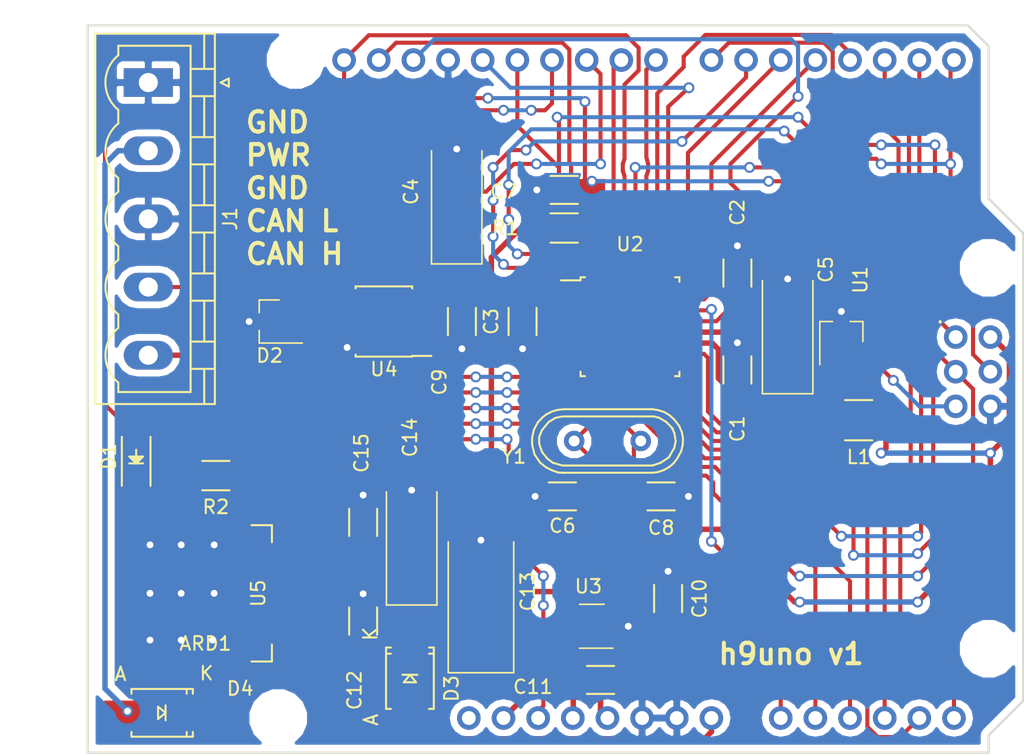
<source format=kicad_pcb>
(kicad_pcb (version 4) (host pcbnew 4.0.6)

  (general
    (links 101)
    (no_connects 0)
    (area 141.787999 49.648 217.368001 105.529)
    (thickness 1.6)
    (drawings 12)
    (tracks 546)
    (zones 0)
    (modules 30)
    (nets 39)
  )

  (page A4)
  (layers
    (0 F.Cu signal)
    (31 B.Cu signal)
    (32 B.Adhes user)
    (33 F.Adhes user)
    (34 B.Paste user)
    (35 F.Paste user)
    (36 B.SilkS user)
    (37 F.SilkS user)
    (38 B.Mask user)
    (39 F.Mask user)
    (40 Dwgs.User user)
    (41 Cmts.User user)
    (42 Eco1.User user)
    (43 Eco2.User user)
    (44 Edge.Cuts user)
    (45 Margin user)
    (46 B.CrtYd user)
    (47 F.CrtYd user)
    (48 B.Fab user)
    (49 F.Fab user)
  )

  (setup
    (last_trace_width 0.3)
    (trace_clearance 0.25)
    (zone_clearance 0.508)
    (zone_45_only yes)
    (trace_min 0.3)
    (segment_width 0.2)
    (edge_width 0.15)
    (via_size 0.8)
    (via_drill 0.5)
    (via_min_size 0.8)
    (via_min_drill 0.5)
    (uvia_size 0.7)
    (uvia_drill 0.4)
    (uvias_allowed no)
    (uvia_min_size 0.7)
    (uvia_min_drill 0.4)
    (pcb_text_width 0.3)
    (pcb_text_size 1.5 1.5)
    (mod_edge_width 0.15)
    (mod_text_size 1 1)
    (mod_text_width 0.15)
    (pad_size 1.524 1.524)
    (pad_drill 0.762)
    (pad_to_mask_clearance 0.2)
    (aux_axis_origin 0 0)
    (visible_elements FFFFFF7F)
    (pcbplotparams
      (layerselection 0x010e0_80000001)
      (usegerberextensions true)
      (excludeedgelayer true)
      (linewidth 0.100000)
      (plotframeref false)
      (viasonmask false)
      (mode 1)
      (useauxorigin false)
      (hpglpennumber 1)
      (hpglpenspeed 20)
      (hpglpendiameter 15)
      (hpglpenoverlay 2)
      (psnegative false)
      (psa4output false)
      (plotreference true)
      (plotvalue true)
      (plotinvisibletext false)
      (padsonsilk false)
      (subtractmaskfromsilk false)
      (outputformat 1)
      (mirror false)
      (drillshape 0)
      (scaleselection 1)
      (outputdirectory gerbery/))
  )

  (net 0 "")
  (net 1 /RESET)
  (net 2 GND)
  (net 3 /MOSI)
  (net 4 /SCK)
  (net 5 +5V)
  (net 6 /VIN)
  (net 7 /AREF)
  (net 8 /MISO)
  (net 9 +5VA)
  (net 10 /CAN_TX)
  (net 11 /CAN_RX)
  (net 12 /A0)
  (net 13 +3V3)
  (net 14 /D2_INT)
  (net 15 /D3_INT)
  (net 16 /D4)
  (net 17 /D5)
  (net 18 /D6)
  (net 19 /D7)
  (net 20 /D8)
  (net 21 /D9)
  (net 22 /D10)
  (net 23 /PD0)
  (net 24 /PD1)
  (net 25 /D13)
  (net 26 /D11)
  (net 27 /A1)
  (net 28 /A2)
  (net 29 /A3)
  (net 30 /A4)
  (net 31 /A5)
  (net 32 "Net-(C6-Pad2)")
  (net 33 "Net-(C8-Pad2)")
  (net 34 "Net-(C12-Pad1)")
  (net 35 "Net-(D1-Pad1)")
  (net 36 "Net-(D2-Pad1)")
  (net 37 "Net-(D2-Pad2)")
  (net 38 "Net-(D4-Pad2)")

  (net_class Default "To jest domyślna klasa połączeń."
    (clearance 0.25)
    (trace_width 0.3)
    (via_dia 0.8)
    (via_drill 0.5)
    (uvia_dia 0.7)
    (uvia_drill 0.4)
    (add_net /A0)
    (add_net /A1)
    (add_net /A2)
    (add_net /A3)
    (add_net /A4)
    (add_net /A5)
    (add_net /AREF)
    (add_net /CAN_RX)
    (add_net /CAN_TX)
    (add_net /D10)
    (add_net /D11)
    (add_net /D13)
    (add_net /D2_INT)
    (add_net /D3_INT)
    (add_net /D4)
    (add_net /D5)
    (add_net /D6)
    (add_net /D7)
    (add_net /D8)
    (add_net /D9)
    (add_net /MISO)
    (add_net /MOSI)
    (add_net /PD0)
    (add_net /PD1)
    (add_net /RESET)
    (add_net /SCK)
    (add_net "Net-(C6-Pad2)")
    (add_net "Net-(C8-Pad2)")
    (add_net "Net-(D2-Pad2)")
  )

  (net_class PWR ""
    (clearance 0.25)
    (trace_width 0.4)
    (via_dia 0.8)
    (via_drill 0.5)
    (uvia_dia 0.7)
    (uvia_drill 0.4)
    (add_net +3V3)
    (add_net +5V)
    (add_net +5VA)
    (add_net /VIN)
    (add_net GND)
    (add_net "Net-(C12-Pad1)")
    (add_net "Net-(D1-Pad1)")
    (add_net "Net-(D2-Pad1)")
    (add_net "Net-(D4-Pad2)")
  )

  (module Arduino:Arduino_Uno_Shield locked (layer F.Cu) (tedit 5A735CD9) (tstamp 5A71CF56)
    (at 148.463 105.029)
    (path /5A70C06A)
    (fp_text reference ARD1 (at 8.636 -8.001) (layer F.SilkS)
      (effects (font (size 1 1) (thickness 0.15)))
    )
    (fp_text value Arduino_Uno_Shield (at 15.494 -54.356) (layer F.Fab)
      (effects (font (size 1 1) (thickness 0.15)))
    )
    (fp_line (start 9.525 -32.385) (end -6.35 -32.385) (layer B.CrtYd) (width 0.15))
    (fp_line (start 9.525 -43.815) (end -6.35 -43.815) (layer B.CrtYd) (width 0.15))
    (fp_line (start 9.525 -43.815) (end 9.525 -32.385) (layer B.CrtYd) (width 0.15))
    (fp_line (start -6.35 -43.815) (end -6.35 -32.385) (layer B.CrtYd) (width 0.15))
    (fp_text user . (at 62.484 -32.004) (layer F.SilkS)
      (effects (font (size 1 1) (thickness 0.15)))
    )
    (fp_line (start 11.43 -12.065) (end 11.43 -3.175) (layer B.CrtYd) (width 0.15))
    (fp_line (start -1.905 -3.175) (end 11.43 -3.175) (layer B.CrtYd) (width 0.15))
    (fp_line (start -1.905 -12.065) (end -1.905 -3.175) (layer B.CrtYd) (width 0.15))
    (fp_line (start -1.905 -12.065) (end 11.43 -12.065) (layer B.CrtYd) (width 0.15))
    (fp_line (start 0 -53.34) (end 0 0) (layer F.SilkS) (width 0.15))
    (fp_line (start 66.04 -40.64) (end 66.04 -51.816) (layer F.SilkS) (width 0.15))
    (fp_line (start 68.58 -38.1) (end 66.04 -40.64) (layer F.SilkS) (width 0.15))
    (fp_line (start 68.58 -3.81) (end 68.58 -38.1) (layer F.SilkS) (width 0.15))
    (fp_line (start 66.04 -1.27) (end 68.58 -3.81) (layer F.SilkS) (width 0.15))
    (fp_line (start 66.04 0) (end 66.04 -1.27) (layer F.SilkS) (width 0.15))
    (fp_line (start 64.516 -53.34) (end 66.04 -51.816) (layer F.SilkS) (width 0.15))
    (fp_line (start 0 0) (end 66.04 0) (layer F.SilkS) (width 0.15))
    (fp_line (start 0 -53.34) (end 64.516 -53.34) (layer F.SilkS) (width 0.15))
    (pad RST2 thru_hole oval (at 63.627 -25.4) (size 1.7272 1.7272) (drill 1.016) (layers *.Cu *.Mask)
      (net 1 /RESET))
    (pad GND4 thru_hole oval (at 66.167 -25.4) (size 1.7272 1.7272) (drill 1.016) (layers *.Cu *.Mask)
      (net 2 GND))
    (pad MOSI thru_hole oval (at 66.167 -27.94) (size 1.7272 1.7272) (drill 1.016) (layers *.Cu *.Mask)
      (net 3 /MOSI))
    (pad SCK thru_hole oval (at 63.627 -27.94) (size 1.7272 1.7272) (drill 1.016) (layers *.Cu *.Mask)
      (net 4 /SCK))
    (pad 5V2 thru_hole oval (at 66.167 -30.48) (size 1.7272 1.7272) (drill 1.016) (layers *.Cu *.Mask)
      (net 5 +5V))
    (pad A0 thru_hole oval (at 50.8 -2.54) (size 1.7272 1.7272) (drill 1.016) (layers *.Cu *.Mask)
      (net 12 /A0))
    (pad VIN thru_hole oval (at 45.72 -2.54) (size 1.7272 1.7272) (drill 1.016) (layers *.Cu *.Mask)
      (net 6 /VIN))
    (pad GND3 thru_hole oval (at 43.18 -2.54) (size 1.7272 1.7272) (drill 1.016) (layers *.Cu *.Mask)
      (net 2 GND))
    (pad GND2 thru_hole oval (at 40.64 -2.54) (size 1.7272 1.7272) (drill 1.016) (layers *.Cu *.Mask)
      (net 2 GND))
    (pad 5V1 thru_hole oval (at 38.1 -2.54) (size 1.7272 1.7272) (drill 1.016) (layers *.Cu *.Mask)
      (net 5 +5V))
    (pad 3.3V thru_hole oval (at 35.56 -2.54) (size 1.7272 1.7272) (drill 1.016) (layers *.Cu *.Mask)
      (net 13 +3V3))
    (pad RST1 thru_hole oval (at 33.02 -2.54) (size 1.7272 1.7272) (drill 1.016) (layers *.Cu *.Mask)
      (net 1 /RESET))
    (pad IORF thru_hole oval (at 30.48 -2.54) (size 1.7272 1.7272) (drill 1.016) (layers *.Cu *.Mask)
      (net 5 +5V))
    (pad D0 thru_hole oval (at 63.5 -50.8) (size 1.7272 1.7272) (drill 1.016) (layers *.Cu *.Mask)
      (net 3 /MOSI))
    (pad D1 thru_hole oval (at 60.96 -50.8) (size 1.7272 1.7272) (drill 1.016) (layers *.Cu *.Mask)
      (net 4 /SCK))
    (pad D2 thru_hole oval (at 58.42 -50.8) (size 1.7272 1.7272) (drill 1.016) (layers *.Cu *.Mask)
      (net 14 /D2_INT))
    (pad D3 thru_hole oval (at 55.88 -50.8) (size 1.7272 1.7272) (drill 1.016) (layers *.Cu *.Mask)
      (net 15 /D3_INT))
    (pad D4 thru_hole oval (at 53.34 -50.8) (size 1.7272 1.7272) (drill 1.016) (layers *.Cu *.Mask)
      (net 16 /D4))
    (pad D5 thru_hole oval (at 50.8 -50.8) (size 1.7272 1.7272) (drill 1.016) (layers *.Cu *.Mask)
      (net 17 /D5))
    (pad D6 thru_hole oval (at 48.26 -50.8) (size 1.7272 1.7272) (drill 1.016) (layers *.Cu *.Mask)
      (net 18 /D6))
    (pad D7 thru_hole oval (at 45.72 -50.8) (size 1.7272 1.7272) (drill 1.016) (layers *.Cu *.Mask)
      (net 19 /D7))
    (pad GND1 thru_hole oval (at 26.416 -50.8) (size 1.7272 1.7272) (drill 1.016) (layers *.Cu *.Mask)
      (net 2 GND))
    (pad D8 thru_hole oval (at 41.656 -50.8) (size 1.7272 1.7272) (drill 1.016) (layers *.Cu *.Mask)
      (net 20 /D8))
    (pad D9 thru_hole oval (at 39.116 -50.8) (size 1.7272 1.7272) (drill 1.016) (layers *.Cu *.Mask)
      (net 21 /D9))
    (pad D10 thru_hole oval (at 36.576 -50.8) (size 1.7272 1.7272) (drill 1.016) (layers *.Cu *.Mask)
      (net 22 /D10))
    (pad "" np_thru_hole circle (at 66.04 -7.62) (size 3.2 3.2) (drill 3.2) (layers *.Cu *.Mask))
    (pad "" np_thru_hole circle (at 66.04 -35.56) (size 3.2 3.2) (drill 3.2) (layers *.Cu *.Mask))
    (pad "" np_thru_hole circle (at 15.24 -50.8) (size 3.2 3.2) (drill 3.2) (layers *.Cu *.Mask))
    (pad "" np_thru_hole circle (at 13.97 -2.54) (size 3.2 3.2) (drill 3.2) (layers *.Cu *.Mask))
    (pad SCL thru_hole oval (at 18.796 -50.8) (size 1.7272 1.7272) (drill 1.016) (layers *.Cu *.Mask)
      (net 23 /PD0))
    (pad SDA thru_hole oval (at 21.336 -50.8) (size 1.7272 1.7272) (drill 1.016) (layers *.Cu *.Mask)
      (net 24 /PD1))
    (pad AREF thru_hole oval (at 23.876 -50.8) (size 1.7272 1.7272) (drill 1.016) (layers *.Cu *.Mask)
      (net 7 /AREF))
    (pad D13 thru_hole oval (at 28.956 -50.8) (size 1.7272 1.7272) (drill 1.016) (layers *.Cu *.Mask)
      (net 25 /D13))
    (pad D12 thru_hole oval (at 31.496 -50.8) (size 1.7272 1.7272) (drill 1.016) (layers *.Cu *.Mask)
      (net 8 /MISO))
    (pad D11 thru_hole oval (at 34.036 -50.8) (size 1.7272 1.7272) (drill 1.016) (layers *.Cu *.Mask)
      (net 26 /D11))
    (pad "" thru_hole oval (at 27.94 -2.54) (size 1.7272 1.7272) (drill 1.016) (layers *.Cu *.Mask))
    (pad A1 thru_hole oval (at 53.34 -2.54) (size 1.7272 1.7272) (drill 1.016) (layers *.Cu *.Mask)
      (net 27 /A1))
    (pad A2 thru_hole oval (at 55.88 -2.54) (size 1.7272 1.7272) (drill 1.016) (layers *.Cu *.Mask)
      (net 28 /A2))
    (pad A3 thru_hole oval (at 58.42 -2.54) (size 1.7272 1.7272) (drill 1.016) (layers *.Cu *.Mask)
      (net 29 /A3))
    (pad A4 thru_hole oval (at 60.96 -2.54) (size 1.7272 1.7272) (drill 1.016) (layers *.Cu *.Mask)
      (net 30 /A4))
    (pad A5 thru_hole oval (at 63.5 -2.54) (size 1.7272 1.7272) (drill 1.016) (layers *.Cu *.Mask)
      (net 31 /A5))
    (pad MISO thru_hole oval (at 63.627 -30.48) (size 1.7272 1.7272) (drill 1.016) (layers *.Cu *.Mask)
      (net 8 /MISO))
  )

  (module Capacitors_SMD:C_1206_HandSoldering (layer F.Cu) (tedit 541A9C03) (tstamp 5A71CF66)
    (at 180.34 73.406 90)
    (descr "Capacitor SMD 1206, hand soldering")
    (tags "capacitor 1206")
    (path /594D7912)
    (attr smd)
    (fp_text reference C3 (at 0 -2.3 90) (layer F.SilkS)
      (effects (font (size 1 1) (thickness 0.15)))
    )
    (fp_text value 100n (at 0 2.3 90) (layer F.Fab)
      (effects (font (size 1 1) (thickness 0.15)))
    )
    (fp_line (start -1.6 0.8) (end -1.6 -0.8) (layer F.Fab) (width 0.15))
    (fp_line (start 1.6 0.8) (end -1.6 0.8) (layer F.Fab) (width 0.15))
    (fp_line (start 1.6 -0.8) (end 1.6 0.8) (layer F.Fab) (width 0.15))
    (fp_line (start -1.6 -0.8) (end 1.6 -0.8) (layer F.Fab) (width 0.15))
    (fp_line (start -3.3 -1.15) (end 3.3 -1.15) (layer F.CrtYd) (width 0.05))
    (fp_line (start -3.3 1.15) (end 3.3 1.15) (layer F.CrtYd) (width 0.05))
    (fp_line (start -3.3 -1.15) (end -3.3 1.15) (layer F.CrtYd) (width 0.05))
    (fp_line (start 3.3 -1.15) (end 3.3 1.15) (layer F.CrtYd) (width 0.05))
    (fp_line (start 1 -1.025) (end -1 -1.025) (layer F.SilkS) (width 0.15))
    (fp_line (start -1 1.025) (end 1 1.025) (layer F.SilkS) (width 0.15))
    (pad 1 smd rect (at -2 0 90) (size 2 1.6) (layers F.Cu F.Paste F.Mask)
      (net 2 GND))
    (pad 2 smd rect (at 2 0 90) (size 2 1.6) (layers F.Cu F.Paste F.Mask)
      (net 5 +5V))
    (model Capacitors_SMD.3dshapes/C_1206_HandSoldering.wrl
      (at (xyz 0 0 0))
      (scale (xyz 1 1 1))
      (rotate (xyz 0 0 0))
    )
  )

  (module Capacitors_SMD:C_1206_HandSoldering (layer F.Cu) (tedit 5A7240DA) (tstamp 5A71CFBC)
    (at 175.895 73.406 90)
    (descr "Capacitor SMD 1206, hand soldering")
    (tags "capacitor 1206")
    (path /594D677E)
    (attr smd)
    (fp_text reference C9 (at -4.445 -1.651 90) (layer F.SilkS)
      (effects (font (size 1 1) (thickness 0.15)))
    )
    (fp_text value 100n (at 0 2.3 90) (layer F.Fab)
      (effects (font (size 1 1) (thickness 0.15)))
    )
    (fp_line (start -1.6 0.8) (end -1.6 -0.8) (layer F.Fab) (width 0.15))
    (fp_line (start 1.6 0.8) (end -1.6 0.8) (layer F.Fab) (width 0.15))
    (fp_line (start 1.6 -0.8) (end 1.6 0.8) (layer F.Fab) (width 0.15))
    (fp_line (start -1.6 -0.8) (end 1.6 -0.8) (layer F.Fab) (width 0.15))
    (fp_line (start -3.3 -1.15) (end 3.3 -1.15) (layer F.CrtYd) (width 0.05))
    (fp_line (start -3.3 1.15) (end 3.3 1.15) (layer F.CrtYd) (width 0.05))
    (fp_line (start -3.3 -1.15) (end -3.3 1.15) (layer F.CrtYd) (width 0.05))
    (fp_line (start 3.3 -1.15) (end 3.3 1.15) (layer F.CrtYd) (width 0.05))
    (fp_line (start 1 -1.025) (end -1 -1.025) (layer F.SilkS) (width 0.15))
    (fp_line (start -1 1.025) (end 1 1.025) (layer F.SilkS) (width 0.15))
    (pad 1 smd rect (at -2 0 90) (size 2 1.6) (layers F.Cu F.Paste F.Mask)
      (net 2 GND))
    (pad 2 smd rect (at 2 0 90) (size 2 1.6) (layers F.Cu F.Paste F.Mask)
      (net 5 +5V))
    (model Capacitors_SMD.3dshapes/C_1206_HandSoldering.wrl
      (at (xyz 0 0 0))
      (scale (xyz 1 1 1))
      (rotate (xyz 0 0 0))
    )
  )

  (module Capacitors_SMD:C_1206_HandSoldering (layer F.Cu) (tedit 541A9C03) (tstamp 5A71CFCC)
    (at 191.008 93.726 270)
    (descr "Capacitor SMD 1206, hand soldering")
    (tags "capacitor 1206")
    (path /5A71A016)
    (attr smd)
    (fp_text reference C10 (at 0 -2.3 270) (layer F.SilkS)
      (effects (font (size 1 1) (thickness 0.15)))
    )
    (fp_text value 1u (at 0 2.3 270) (layer F.Fab)
      (effects (font (size 1 1) (thickness 0.15)))
    )
    (fp_line (start -1.6 0.8) (end -1.6 -0.8) (layer F.Fab) (width 0.15))
    (fp_line (start 1.6 0.8) (end -1.6 0.8) (layer F.Fab) (width 0.15))
    (fp_line (start 1.6 -0.8) (end 1.6 0.8) (layer F.Fab) (width 0.15))
    (fp_line (start -1.6 -0.8) (end 1.6 -0.8) (layer F.Fab) (width 0.15))
    (fp_line (start -3.3 -1.15) (end 3.3 -1.15) (layer F.CrtYd) (width 0.05))
    (fp_line (start -3.3 1.15) (end 3.3 1.15) (layer F.CrtYd) (width 0.05))
    (fp_line (start -3.3 -1.15) (end -3.3 1.15) (layer F.CrtYd) (width 0.05))
    (fp_line (start 3.3 -1.15) (end 3.3 1.15) (layer F.CrtYd) (width 0.05))
    (fp_line (start 1 -1.025) (end -1 -1.025) (layer F.SilkS) (width 0.15))
    (fp_line (start -1 1.025) (end 1 1.025) (layer F.SilkS) (width 0.15))
    (pad 1 smd rect (at -2 0 270) (size 2 1.6) (layers F.Cu F.Paste F.Mask)
      (net 2 GND))
    (pad 2 smd rect (at 2 0 270) (size 2 1.6) (layers F.Cu F.Paste F.Mask)
      (net 5 +5V))
    (model Capacitors_SMD.3dshapes/C_1206_HandSoldering.wrl
      (at (xyz 0 0 0))
      (scale (xyz 1 1 1))
      (rotate (xyz 0 0 0))
    )
  )

  (module Capacitors_SMD:C_1206_HandSoldering (layer F.Cu) (tedit 5A723C7B) (tstamp 5A71CFDC)
    (at 186.055 99.695 180)
    (descr "Capacitor SMD 1206, hand soldering")
    (tags "capacitor 1206")
    (path /5A719F3E)
    (attr smd)
    (fp_text reference C11 (at 4.953 -0.508 180) (layer F.SilkS)
      (effects (font (size 1 1) (thickness 0.15)))
    )
    (fp_text value 1u (at 0 2.3 180) (layer F.Fab)
      (effects (font (size 1 1) (thickness 0.15)))
    )
    (fp_line (start -1.6 0.8) (end -1.6 -0.8) (layer F.Fab) (width 0.15))
    (fp_line (start 1.6 0.8) (end -1.6 0.8) (layer F.Fab) (width 0.15))
    (fp_line (start 1.6 -0.8) (end 1.6 0.8) (layer F.Fab) (width 0.15))
    (fp_line (start -1.6 -0.8) (end 1.6 -0.8) (layer F.Fab) (width 0.15))
    (fp_line (start -3.3 -1.15) (end 3.3 -1.15) (layer F.CrtYd) (width 0.05))
    (fp_line (start -3.3 1.15) (end 3.3 1.15) (layer F.CrtYd) (width 0.05))
    (fp_line (start -3.3 -1.15) (end -3.3 1.15) (layer F.CrtYd) (width 0.05))
    (fp_line (start 3.3 -1.15) (end 3.3 1.15) (layer F.CrtYd) (width 0.05))
    (fp_line (start 1 -1.025) (end -1 -1.025) (layer F.SilkS) (width 0.15))
    (fp_line (start -1 1.025) (end 1 1.025) (layer F.SilkS) (width 0.15))
    (pad 1 smd rect (at -2 0 180) (size 2 1.6) (layers F.Cu F.Paste F.Mask)
      (net 2 GND))
    (pad 2 smd rect (at 2 0 180) (size 2 1.6) (layers F.Cu F.Paste F.Mask)
      (net 13 +3V3))
    (model Capacitors_SMD.3dshapes/C_1206_HandSoldering.wrl
      (at (xyz 0 0 0))
      (scale (xyz 1 1 1))
      (rotate (xyz 0 0 0))
    )
  )

  (module Capacitors_SMD:C_1206_HandSoldering (layer F.Cu) (tedit 5A7237AF) (tstamp 5A71CFFC)
    (at 168.656 88.138 90)
    (descr "Capacitor SMD 1206, hand soldering")
    (tags "capacitor 1206")
    (path /594EE0E5)
    (attr smd)
    (fp_text reference C15 (at 5.08 -0.127 90) (layer F.SilkS)
      (effects (font (size 1 1) (thickness 0.15)))
    )
    (fp_text value 100n (at 0 2.3 90) (layer F.Fab)
      (effects (font (size 1 1) (thickness 0.15)))
    )
    (fp_line (start -1.6 0.8) (end -1.6 -0.8) (layer F.Fab) (width 0.15))
    (fp_line (start 1.6 0.8) (end -1.6 0.8) (layer F.Fab) (width 0.15))
    (fp_line (start 1.6 -0.8) (end 1.6 0.8) (layer F.Fab) (width 0.15))
    (fp_line (start -1.6 -0.8) (end 1.6 -0.8) (layer F.Fab) (width 0.15))
    (fp_line (start -3.3 -1.15) (end 3.3 -1.15) (layer F.CrtYd) (width 0.05))
    (fp_line (start -3.3 1.15) (end 3.3 1.15) (layer F.CrtYd) (width 0.05))
    (fp_line (start -3.3 -1.15) (end -3.3 1.15) (layer F.CrtYd) (width 0.05))
    (fp_line (start 3.3 -1.15) (end 3.3 1.15) (layer F.CrtYd) (width 0.05))
    (fp_line (start 1 -1.025) (end -1 -1.025) (layer F.SilkS) (width 0.15))
    (fp_line (start -1 1.025) (end 1 1.025) (layer F.SilkS) (width 0.15))
    (pad 1 smd rect (at -2 0 90) (size 2 1.6) (layers F.Cu F.Paste F.Mask)
      (net 5 +5V))
    (pad 2 smd rect (at 2 0 90) (size 2 1.6) (layers F.Cu F.Paste F.Mask)
      (net 2 GND))
    (model Capacitors_SMD.3dshapes/C_1206_HandSoldering.wrl
      (at (xyz 0 0 0))
      (scale (xyz 1 1 1))
      (rotate (xyz 0 0 0))
    )
  )

  (module Resistors_SMD:R_1210_HandSoldering (layer F.Cu) (tedit 58307C8D) (tstamp 5A71D0CA)
    (at 204.978 80.645 180)
    (descr "Resistor SMD 1210, hand soldering")
    (tags "resistor 1210")
    (path /598D6435)
    (attr smd)
    (fp_text reference L1 (at 0 -2.7 180) (layer F.SilkS)
      (effects (font (size 1 1) (thickness 0.15)))
    )
    (fp_text value 10uH (at 0 2.7 180) (layer F.Fab)
      (effects (font (size 1 1) (thickness 0.15)))
    )
    (fp_line (start -1.6 1.25) (end -1.6 -1.25) (layer F.Fab) (width 0.1))
    (fp_line (start 1.6 1.25) (end -1.6 1.25) (layer F.Fab) (width 0.1))
    (fp_line (start 1.6 -1.25) (end 1.6 1.25) (layer F.Fab) (width 0.1))
    (fp_line (start -1.6 -1.25) (end 1.6 -1.25) (layer F.Fab) (width 0.1))
    (fp_line (start -3.3 -1.6) (end 3.3 -1.6) (layer F.CrtYd) (width 0.05))
    (fp_line (start -3.3 1.6) (end 3.3 1.6) (layer F.CrtYd) (width 0.05))
    (fp_line (start -3.3 -1.6) (end -3.3 1.6) (layer F.CrtYd) (width 0.05))
    (fp_line (start 3.3 -1.6) (end 3.3 1.6) (layer F.CrtYd) (width 0.05))
    (fp_line (start 1 1.475) (end -1 1.475) (layer F.SilkS) (width 0.15))
    (fp_line (start -1 -1.475) (end 1 -1.475) (layer F.SilkS) (width 0.15))
    (pad 1 smd rect (at -2 0 180) (size 2 2.5) (layers F.Cu F.Paste F.Mask)
      (net 5 +5V))
    (pad 2 smd rect (at 2 0 180) (size 2 2.5) (layers F.Cu F.Paste F.Mask)
      (net 9 +5VA))
    (model Resistors_SMD.3dshapes/R_1210_HandSoldering.wrl
      (at (xyz 0 0 0))
      (scale (xyz 1 1 1))
      (rotate (xyz 0 0 0))
    )
  )

  (module Crystals:Crystal_HC49-U_Vertical (layer F.Cu) (tedit 5A723F11) (tstamp 5A71D189)
    (at 186.563 82.169)
    (descr "Crystal Quarz HC49/U vertical stehend")
    (tags "Crystal Quarz HC49/U vertical stehend")
    (path /594D44D6)
    (fp_text reference Y1 (at -6.858 1.143) (layer F.SilkS)
      (effects (font (size 1 1) (thickness 0.15)))
    )
    (fp_text value 16MHz (at 0 3.81) (layer F.Fab)
      (effects (font (size 1 1) (thickness 0.15)))
    )
    (fp_line (start 4.699 -1.00076) (end 4.89966 -0.59944) (layer F.SilkS) (width 0.15))
    (fp_line (start 4.89966 -0.59944) (end 5.00126 0) (layer F.SilkS) (width 0.15))
    (fp_line (start 5.00126 0) (end 4.89966 0.50038) (layer F.SilkS) (width 0.15))
    (fp_line (start 4.89966 0.50038) (end 4.50088 1.19888) (layer F.SilkS) (width 0.15))
    (fp_line (start 4.50088 1.19888) (end 3.8989 1.6002) (layer F.SilkS) (width 0.15))
    (fp_line (start 3.8989 1.6002) (end 3.29946 1.80086) (layer F.SilkS) (width 0.15))
    (fp_line (start 3.29946 1.80086) (end -3.29946 1.80086) (layer F.SilkS) (width 0.15))
    (fp_line (start -3.29946 1.80086) (end -4.0005 1.6002) (layer F.SilkS) (width 0.15))
    (fp_line (start -4.0005 1.6002) (end -4.39928 1.30048) (layer F.SilkS) (width 0.15))
    (fp_line (start -4.39928 1.30048) (end -4.8006 0.8001) (layer F.SilkS) (width 0.15))
    (fp_line (start -4.8006 0.8001) (end -5.00126 0.20066) (layer F.SilkS) (width 0.15))
    (fp_line (start -5.00126 0.20066) (end -5.00126 -0.29972) (layer F.SilkS) (width 0.15))
    (fp_line (start -5.00126 -0.29972) (end -4.8006 -0.8001) (layer F.SilkS) (width 0.15))
    (fp_line (start -4.8006 -0.8001) (end -4.30022 -1.39954) (layer F.SilkS) (width 0.15))
    (fp_line (start -4.30022 -1.39954) (end -3.79984 -1.69926) (layer F.SilkS) (width 0.15))
    (fp_line (start -3.79984 -1.69926) (end -3.29946 -1.80086) (layer F.SilkS) (width 0.15))
    (fp_line (start -3.2004 -1.80086) (end 3.40106 -1.80086) (layer F.SilkS) (width 0.15))
    (fp_line (start 3.40106 -1.80086) (end 3.79984 -1.69926) (layer F.SilkS) (width 0.15))
    (fp_line (start 3.79984 -1.69926) (end 4.30022 -1.39954) (layer F.SilkS) (width 0.15))
    (fp_line (start 4.30022 -1.39954) (end 4.8006 -0.89916) (layer F.SilkS) (width 0.15))
    (fp_line (start -3.19024 -2.32918) (end -3.64998 -2.28092) (layer F.SilkS) (width 0.15))
    (fp_line (start -3.64998 -2.28092) (end -4.04876 -2.16916) (layer F.SilkS) (width 0.15))
    (fp_line (start -4.04876 -2.16916) (end -4.48056 -1.95072) (layer F.SilkS) (width 0.15))
    (fp_line (start -4.48056 -1.95072) (end -4.77012 -1.71958) (layer F.SilkS) (width 0.15))
    (fp_line (start -4.77012 -1.71958) (end -5.10032 -1.36906) (layer F.SilkS) (width 0.15))
    (fp_line (start -5.10032 -1.36906) (end -5.38988 -0.83058) (layer F.SilkS) (width 0.15))
    (fp_line (start -5.38988 -0.83058) (end -5.51942 -0.23114) (layer F.SilkS) (width 0.15))
    (fp_line (start -5.51942 -0.23114) (end -5.51942 0.2794) (layer F.SilkS) (width 0.15))
    (fp_line (start -5.51942 0.2794) (end -5.34924 0.98044) (layer F.SilkS) (width 0.15))
    (fp_line (start -5.34924 0.98044) (end -4.95046 1.56972) (layer F.SilkS) (width 0.15))
    (fp_line (start -4.95046 1.56972) (end -4.49072 1.94056) (layer F.SilkS) (width 0.15))
    (fp_line (start -4.49072 1.94056) (end -4.06908 2.14884) (layer F.SilkS) (width 0.15))
    (fp_line (start -4.06908 2.14884) (end -3.6195 2.30886) (layer F.SilkS) (width 0.15))
    (fp_line (start -3.6195 2.30886) (end -3.18008 2.33934) (layer F.SilkS) (width 0.15))
    (fp_line (start 4.16052 2.1209) (end 4.53898 1.89992) (layer F.SilkS) (width 0.15))
    (fp_line (start 4.53898 1.89992) (end 4.85902 1.62052) (layer F.SilkS) (width 0.15))
    (fp_line (start 4.85902 1.62052) (end 5.11048 1.29032) (layer F.SilkS) (width 0.15))
    (fp_line (start 5.11048 1.29032) (end 5.4102 0.73914) (layer F.SilkS) (width 0.15))
    (fp_line (start 5.4102 0.73914) (end 5.51942 0.26924) (layer F.SilkS) (width 0.15))
    (fp_line (start 5.51942 0.26924) (end 5.53974 -0.1905) (layer F.SilkS) (width 0.15))
    (fp_line (start 5.53974 -0.1905) (end 5.45084 -0.65024) (layer F.SilkS) (width 0.15))
    (fp_line (start 5.45084 -0.65024) (end 5.26034 -1.09982) (layer F.SilkS) (width 0.15))
    (fp_line (start 5.26034 -1.09982) (end 4.89966 -1.56972) (layer F.SilkS) (width 0.15))
    (fp_line (start 4.89966 -1.56972) (end 4.54914 -1.88976) (layer F.SilkS) (width 0.15))
    (fp_line (start 4.54914 -1.88976) (end 4.16052 -2.1209) (layer F.SilkS) (width 0.15))
    (fp_line (start 4.16052 -2.1209) (end 3.73126 -2.2606) (layer F.SilkS) (width 0.15))
    (fp_line (start 3.73126 -2.2606) (end 3.2893 -2.32918) (layer F.SilkS) (width 0.15))
    (fp_line (start -3.2004 2.32918) (end 3.2512 2.32918) (layer F.SilkS) (width 0.15))
    (fp_line (start 3.2512 2.32918) (end 3.6703 2.29108) (layer F.SilkS) (width 0.15))
    (fp_line (start 3.6703 2.29108) (end 4.16052 2.1209) (layer F.SilkS) (width 0.15))
    (fp_line (start -3.2004 -2.32918) (end 3.2512 -2.32918) (layer F.SilkS) (width 0.15))
    (pad 1 thru_hole circle (at -2.44094 0) (size 1.50114 1.50114) (drill 0.8001) (layers *.Cu *.Mask)
      (net 32 "Net-(C6-Pad2)"))
    (pad 2 thru_hole circle (at 2.44094 0) (size 1.50114 1.50114) (drill 0.8001) (layers *.Cu *.Mask)
      (net 33 "Net-(C8-Pad2)"))
  )

  (module Capacitors_SMD:C_1206_HandSoldering (layer F.Cu) (tedit 5A724890) (tstamp 5A72C7B3)
    (at 196.088 76.962 270)
    (descr "Capacitor SMD 1206, hand soldering")
    (tags "capacitor 1206")
    (path /598D5D66)
    (attr smd)
    (fp_text reference C1 (at 4.318 0 270) (layer F.SilkS)
      (effects (font (size 1 1) (thickness 0.15)))
    )
    (fp_text value 100n (at 0 2.3 270) (layer F.Fab)
      (effects (font (size 1 1) (thickness 0.15)))
    )
    (fp_line (start -1.6 0.8) (end -1.6 -0.8) (layer F.Fab) (width 0.15))
    (fp_line (start 1.6 0.8) (end -1.6 0.8) (layer F.Fab) (width 0.15))
    (fp_line (start 1.6 -0.8) (end 1.6 0.8) (layer F.Fab) (width 0.15))
    (fp_line (start -1.6 -0.8) (end 1.6 -0.8) (layer F.Fab) (width 0.15))
    (fp_line (start -3.3 -1.15) (end 3.3 -1.15) (layer F.CrtYd) (width 0.05))
    (fp_line (start -3.3 1.15) (end 3.3 1.15) (layer F.CrtYd) (width 0.05))
    (fp_line (start -3.3 -1.15) (end -3.3 1.15) (layer F.CrtYd) (width 0.05))
    (fp_line (start 3.3 -1.15) (end 3.3 1.15) (layer F.CrtYd) (width 0.05))
    (fp_line (start 1 -1.025) (end -1 -1.025) (layer F.SilkS) (width 0.15))
    (fp_line (start -1 1.025) (end 1 1.025) (layer F.SilkS) (width 0.15))
    (pad 1 smd rect (at -2 0 270) (size 2 1.6) (layers F.Cu F.Paste F.Mask)
      (net 2 GND))
    (pad 2 smd rect (at 2 0 270) (size 2 1.6) (layers F.Cu F.Paste F.Mask)
      (net 9 +5VA))
    (model Capacitors_SMD.3dshapes/C_1206_HandSoldering.wrl
      (at (xyz 0 0 0))
      (scale (xyz 1 1 1))
      (rotate (xyz 0 0 0))
    )
  )

  (module Capacitors_SMD:C_1206_HandSoldering (layer F.Cu) (tedit 5A724897) (tstamp 5A72C7C3)
    (at 196.088 69.85 270)
    (descr "Capacitor SMD 1206, hand soldering")
    (tags "capacitor 1206")
    (path /598D570D)
    (attr smd)
    (fp_text reference C2 (at -4.445 0 270) (layer F.SilkS)
      (effects (font (size 1 1) (thickness 0.15)))
    )
    (fp_text value 1u (at 0 2.3 270) (layer F.Fab)
      (effects (font (size 1 1) (thickness 0.15)))
    )
    (fp_line (start -1.6 0.8) (end -1.6 -0.8) (layer F.Fab) (width 0.15))
    (fp_line (start 1.6 0.8) (end -1.6 0.8) (layer F.Fab) (width 0.15))
    (fp_line (start 1.6 -0.8) (end 1.6 0.8) (layer F.Fab) (width 0.15))
    (fp_line (start -1.6 -0.8) (end 1.6 -0.8) (layer F.Fab) (width 0.15))
    (fp_line (start -3.3 -1.15) (end 3.3 -1.15) (layer F.CrtYd) (width 0.05))
    (fp_line (start -3.3 1.15) (end 3.3 1.15) (layer F.CrtYd) (width 0.05))
    (fp_line (start -3.3 -1.15) (end -3.3 1.15) (layer F.CrtYd) (width 0.05))
    (fp_line (start 3.3 -1.15) (end 3.3 1.15) (layer F.CrtYd) (width 0.05))
    (fp_line (start 1 -1.025) (end -1 -1.025) (layer F.SilkS) (width 0.15))
    (fp_line (start -1 1.025) (end 1 1.025) (layer F.SilkS) (width 0.15))
    (pad 1 smd rect (at -2 0 270) (size 2 1.6) (layers F.Cu F.Paste F.Mask)
      (net 2 GND))
    (pad 2 smd rect (at 2 0 270) (size 2 1.6) (layers F.Cu F.Paste F.Mask)
      (net 7 /AREF))
    (model Capacitors_SMD.3dshapes/C_1206_HandSoldering.wrl
      (at (xyz 0 0 0))
      (scale (xyz 1 1 1))
      (rotate (xyz 0 0 0))
    )
  )

  (module Capacitors_Tantalum_SMD:CP_Tantalum_Case-C_EIA-6032-28_Hand (layer F.Cu) (tedit 57B6E980) (tstamp 5A72C7C4)
    (at 175.514 63.881 90)
    (descr "Tantalum capacitor, Case C, EIA 6032-28, 6.0x3.2x2.5mm, Hand soldering footprint")
    (tags "capacitor tantalum smd")
    (path /594D79D4)
    (attr smd)
    (fp_text reference C4 (at 0 -3.35 90) (layer F.SilkS)
      (effects (font (size 1 1) (thickness 0.15)))
    )
    (fp_text value 47u (at 0 3.35 90) (layer F.Fab)
      (effects (font (size 1 1) (thickness 0.15)))
    )
    (fp_line (start -5.4 -2) (end -5.4 2) (layer F.CrtYd) (width 0.05))
    (fp_line (start -5.4 2) (end 5.4 2) (layer F.CrtYd) (width 0.05))
    (fp_line (start 5.4 2) (end 5.4 -2) (layer F.CrtYd) (width 0.05))
    (fp_line (start 5.4 -2) (end -5.4 -2) (layer F.CrtYd) (width 0.05))
    (fp_line (start -3 -1.6) (end -3 1.6) (layer F.Fab) (width 0.1))
    (fp_line (start -3 1.6) (end 3 1.6) (layer F.Fab) (width 0.1))
    (fp_line (start 3 1.6) (end 3 -1.6) (layer F.Fab) (width 0.1))
    (fp_line (start 3 -1.6) (end -3 -1.6) (layer F.Fab) (width 0.1))
    (fp_line (start -2.4 -1.6) (end -2.4 1.6) (layer F.Fab) (width 0.1))
    (fp_line (start -2.1 -1.6) (end -2.1 1.6) (layer F.Fab) (width 0.1))
    (fp_line (start -5.3 -1.85) (end 3 -1.85) (layer F.SilkS) (width 0.12))
    (fp_line (start -5.3 1.85) (end 3 1.85) (layer F.SilkS) (width 0.12))
    (fp_line (start -5.3 -1.85) (end -5.3 1.85) (layer F.SilkS) (width 0.12))
    (pad 1 smd rect (at -3.125 0 90) (size 3.75 2.5) (layers F.Cu F.Paste F.Mask)
      (net 5 +5V))
    (pad 2 smd rect (at 3.125 0 90) (size 3.75 2.5) (layers F.Cu F.Paste F.Mask)
      (net 2 GND))
    (model Capacitors_Tantalum_SMD.3dshapes/CP_Tantalum_Case-C_EIA-6032-28.wrl
      (at (xyz 0 0 0))
      (scale (xyz 1 1 1))
      (rotate (xyz 0 0 0))
    )
  )

  (module Capacitors_Tantalum_SMD:CP_Tantalum_Case-C_EIA-6032-28_Hand (layer F.Cu) (tedit 5A724889) (tstamp 5A72C7D6)
    (at 199.771 73.406 90)
    (descr "Tantalum capacitor, Case C, EIA 6032-28, 6.0x3.2x2.5mm, Hand soldering footprint")
    (tags "capacitor tantalum smd")
    (path /598F7699)
    (attr smd)
    (fp_text reference C5 (at 3.81 2.794 90) (layer F.SilkS)
      (effects (font (size 1 1) (thickness 0.15)))
    )
    (fp_text value 47u (at 0 3.35 90) (layer F.Fab)
      (effects (font (size 1 1) (thickness 0.15)))
    )
    (fp_line (start -5.4 -2) (end -5.4 2) (layer F.CrtYd) (width 0.05))
    (fp_line (start -5.4 2) (end 5.4 2) (layer F.CrtYd) (width 0.05))
    (fp_line (start 5.4 2) (end 5.4 -2) (layer F.CrtYd) (width 0.05))
    (fp_line (start 5.4 -2) (end -5.4 -2) (layer F.CrtYd) (width 0.05))
    (fp_line (start -3 -1.6) (end -3 1.6) (layer F.Fab) (width 0.1))
    (fp_line (start -3 1.6) (end 3 1.6) (layer F.Fab) (width 0.1))
    (fp_line (start 3 1.6) (end 3 -1.6) (layer F.Fab) (width 0.1))
    (fp_line (start 3 -1.6) (end -3 -1.6) (layer F.Fab) (width 0.1))
    (fp_line (start -2.4 -1.6) (end -2.4 1.6) (layer F.Fab) (width 0.1))
    (fp_line (start -2.1 -1.6) (end -2.1 1.6) (layer F.Fab) (width 0.1))
    (fp_line (start -5.3 -1.85) (end 3 -1.85) (layer F.SilkS) (width 0.12))
    (fp_line (start -5.3 1.85) (end 3 1.85) (layer F.SilkS) (width 0.12))
    (fp_line (start -5.3 -1.85) (end -5.3 1.85) (layer F.SilkS) (width 0.12))
    (pad 1 smd rect (at -3.125 0 90) (size 3.75 2.5) (layers F.Cu F.Paste F.Mask)
      (net 9 +5VA))
    (pad 2 smd rect (at 3.125 0 90) (size 3.75 2.5) (layers F.Cu F.Paste F.Mask)
      (net 2 GND))
    (model Capacitors_Tantalum_SMD.3dshapes/CP_Tantalum_Case-C_EIA-6032-28.wrl
      (at (xyz 0 0 0))
      (scale (xyz 1 1 1))
      (rotate (xyz 0 0 0))
    )
  )

  (module Capacitors_SMD:C_1206_HandSoldering (layer F.Cu) (tedit 5A723A51) (tstamp 5A72C7E8)
    (at 183.261 86.233)
    (descr "Capacitor SMD 1206, hand soldering")
    (tags "capacitor 1206")
    (path /594D8800)
    (attr smd)
    (fp_text reference C6 (at 0 2.159) (layer F.SilkS)
      (effects (font (size 1 1) (thickness 0.15)))
    )
    (fp_text value 22p (at 0 2.3) (layer F.Fab)
      (effects (font (size 1 1) (thickness 0.15)))
    )
    (fp_line (start -1.6 0.8) (end -1.6 -0.8) (layer F.Fab) (width 0.15))
    (fp_line (start 1.6 0.8) (end -1.6 0.8) (layer F.Fab) (width 0.15))
    (fp_line (start 1.6 -0.8) (end 1.6 0.8) (layer F.Fab) (width 0.15))
    (fp_line (start -1.6 -0.8) (end 1.6 -0.8) (layer F.Fab) (width 0.15))
    (fp_line (start -3.3 -1.15) (end 3.3 -1.15) (layer F.CrtYd) (width 0.05))
    (fp_line (start -3.3 1.15) (end 3.3 1.15) (layer F.CrtYd) (width 0.05))
    (fp_line (start -3.3 -1.15) (end -3.3 1.15) (layer F.CrtYd) (width 0.05))
    (fp_line (start 3.3 -1.15) (end 3.3 1.15) (layer F.CrtYd) (width 0.05))
    (fp_line (start 1 -1.025) (end -1 -1.025) (layer F.SilkS) (width 0.15))
    (fp_line (start -1 1.025) (end 1 1.025) (layer F.SilkS) (width 0.15))
    (pad 1 smd rect (at -2 0) (size 2 1.6) (layers F.Cu F.Paste F.Mask)
      (net 2 GND))
    (pad 2 smd rect (at 2 0) (size 2 1.6) (layers F.Cu F.Paste F.Mask)
      (net 32 "Net-(C6-Pad2)"))
    (model Capacitors_SMD.3dshapes/C_1206_HandSoldering.wrl
      (at (xyz 0 0 0))
      (scale (xyz 1 1 1))
      (rotate (xyz 0 0 0))
    )
  )

  (module Capacitors_SMD:C_1206_HandSoldering (layer F.Cu) (tedit 5A7240CB) (tstamp 5A72C7F7)
    (at 183.388 63.754)
    (descr "Capacitor SMD 1206, hand soldering")
    (tags "capacitor 1206")
    (path /594D93CE)
    (attr smd)
    (fp_text reference C7 (at -4.445 0.127) (layer F.SilkS)
      (effects (font (size 1 1) (thickness 0.15)))
    )
    (fp_text value 4n7 (at 0 2.3) (layer F.Fab)
      (effects (font (size 1 1) (thickness 0.15)))
    )
    (fp_line (start -1.6 0.8) (end -1.6 -0.8) (layer F.Fab) (width 0.15))
    (fp_line (start 1.6 0.8) (end -1.6 0.8) (layer F.Fab) (width 0.15))
    (fp_line (start 1.6 -0.8) (end 1.6 0.8) (layer F.Fab) (width 0.15))
    (fp_line (start -1.6 -0.8) (end 1.6 -0.8) (layer F.Fab) (width 0.15))
    (fp_line (start -3.3 -1.15) (end 3.3 -1.15) (layer F.CrtYd) (width 0.05))
    (fp_line (start -3.3 1.15) (end 3.3 1.15) (layer F.CrtYd) (width 0.05))
    (fp_line (start -3.3 -1.15) (end -3.3 1.15) (layer F.CrtYd) (width 0.05))
    (fp_line (start 3.3 -1.15) (end 3.3 1.15) (layer F.CrtYd) (width 0.05))
    (fp_line (start 1 -1.025) (end -1 -1.025) (layer F.SilkS) (width 0.15))
    (fp_line (start -1 1.025) (end 1 1.025) (layer F.SilkS) (width 0.15))
    (pad 1 smd rect (at -2 0) (size 2 1.6) (layers F.Cu F.Paste F.Mask)
      (net 2 GND))
    (pad 2 smd rect (at 2 0) (size 2 1.6) (layers F.Cu F.Paste F.Mask)
      (net 1 /RESET))
    (model Capacitors_SMD.3dshapes/C_1206_HandSoldering.wrl
      (at (xyz 0 0 0))
      (scale (xyz 1 1 1))
      (rotate (xyz 0 0 0))
    )
  )

  (module Capacitors_SMD:C_1206_HandSoldering (layer F.Cu) (tedit 541A9C03) (tstamp 5A72C815)
    (at 190.5 86.233 180)
    (descr "Capacitor SMD 1206, hand soldering")
    (tags "capacitor 1206")
    (path /594D88BD)
    (attr smd)
    (fp_text reference C8 (at 0 -2.3 180) (layer F.SilkS)
      (effects (font (size 1 1) (thickness 0.15)))
    )
    (fp_text value 22p (at 0 2.3 180) (layer F.Fab)
      (effects (font (size 1 1) (thickness 0.15)))
    )
    (fp_line (start -1.6 0.8) (end -1.6 -0.8) (layer F.Fab) (width 0.15))
    (fp_line (start 1.6 0.8) (end -1.6 0.8) (layer F.Fab) (width 0.15))
    (fp_line (start 1.6 -0.8) (end 1.6 0.8) (layer F.Fab) (width 0.15))
    (fp_line (start -1.6 -0.8) (end 1.6 -0.8) (layer F.Fab) (width 0.15))
    (fp_line (start -3.3 -1.15) (end 3.3 -1.15) (layer F.CrtYd) (width 0.05))
    (fp_line (start -3.3 1.15) (end 3.3 1.15) (layer F.CrtYd) (width 0.05))
    (fp_line (start -3.3 -1.15) (end -3.3 1.15) (layer F.CrtYd) (width 0.05))
    (fp_line (start 3.3 -1.15) (end 3.3 1.15) (layer F.CrtYd) (width 0.05))
    (fp_line (start 1 -1.025) (end -1 -1.025) (layer F.SilkS) (width 0.15))
    (fp_line (start -1 1.025) (end 1 1.025) (layer F.SilkS) (width 0.15))
    (pad 1 smd rect (at -2 0 180) (size 2 1.6) (layers F.Cu F.Paste F.Mask)
      (net 2 GND))
    (pad 2 smd rect (at 2 0 180) (size 2 1.6) (layers F.Cu F.Paste F.Mask)
      (net 33 "Net-(C8-Pad2)"))
    (model Capacitors_SMD.3dshapes/C_1206_HandSoldering.wrl
      (at (xyz 0 0 0))
      (scale (xyz 1 1 1))
      (rotate (xyz 0 0 0))
    )
  )

  (module Capacitors_SMD:C_1206_HandSoldering (layer F.Cu) (tedit 5A7237BE) (tstamp 5A72C825)
    (at 168.656 95.377 90)
    (descr "Capacitor SMD 1206, hand soldering")
    (tags "capacitor 1206")
    (path /594EE1A6)
    (attr smd)
    (fp_text reference C12 (at -5.08 -0.635 90) (layer F.SilkS)
      (effects (font (size 1 1) (thickness 0.15)))
    )
    (fp_text value 100n (at 0 2.3 90) (layer F.Fab)
      (effects (font (size 1 1) (thickness 0.15)))
    )
    (fp_line (start -1.6 0.8) (end -1.6 -0.8) (layer F.Fab) (width 0.15))
    (fp_line (start 1.6 0.8) (end -1.6 0.8) (layer F.Fab) (width 0.15))
    (fp_line (start 1.6 -0.8) (end 1.6 0.8) (layer F.Fab) (width 0.15))
    (fp_line (start -1.6 -0.8) (end 1.6 -0.8) (layer F.Fab) (width 0.15))
    (fp_line (start -3.3 -1.15) (end 3.3 -1.15) (layer F.CrtYd) (width 0.05))
    (fp_line (start -3.3 1.15) (end 3.3 1.15) (layer F.CrtYd) (width 0.05))
    (fp_line (start -3.3 -1.15) (end -3.3 1.15) (layer F.CrtYd) (width 0.05))
    (fp_line (start 3.3 -1.15) (end 3.3 1.15) (layer F.CrtYd) (width 0.05))
    (fp_line (start 1 -1.025) (end -1 -1.025) (layer F.SilkS) (width 0.15))
    (fp_line (start -1 1.025) (end 1 1.025) (layer F.SilkS) (width 0.15))
    (pad 1 smd rect (at -2 0 90) (size 2 1.6) (layers F.Cu F.Paste F.Mask)
      (net 34 "Net-(C12-Pad1)"))
    (pad 2 smd rect (at 2 0 90) (size 2 1.6) (layers F.Cu F.Paste F.Mask)
      (net 2 GND))
    (model Capacitors_SMD.3dshapes/C_1206_HandSoldering.wrl
      (at (xyz 0 0 0))
      (scale (xyz 1 1 1))
      (rotate (xyz 0 0 0))
    )
  )

  (module Capacitors_Tantalum_SMD:CP_Tantalum_Case-C_EIA-6032-28_Hand (layer F.Cu) (tedit 5A7237A7) (tstamp 5A72C842)
    (at 172.212 88.9 90)
    (descr "Tantalum capacitor, Case C, EIA 6032-28, 6.0x3.2x2.5mm, Hand soldering footprint")
    (tags "capacitor tantalum smd")
    (path /594EE03C)
    (attr smd)
    (fp_text reference C14 (at 6.985 -0.127 90) (layer F.SilkS)
      (effects (font (size 1 1) (thickness 0.15)))
    )
    (fp_text value 100u (at 0 3.35 90) (layer F.Fab)
      (effects (font (size 1 1) (thickness 0.15)))
    )
    (fp_line (start -5.4 -2) (end -5.4 2) (layer F.CrtYd) (width 0.05))
    (fp_line (start -5.4 2) (end 5.4 2) (layer F.CrtYd) (width 0.05))
    (fp_line (start 5.4 2) (end 5.4 -2) (layer F.CrtYd) (width 0.05))
    (fp_line (start 5.4 -2) (end -5.4 -2) (layer F.CrtYd) (width 0.05))
    (fp_line (start -3 -1.6) (end -3 1.6) (layer F.Fab) (width 0.1))
    (fp_line (start -3 1.6) (end 3 1.6) (layer F.Fab) (width 0.1))
    (fp_line (start 3 1.6) (end 3 -1.6) (layer F.Fab) (width 0.1))
    (fp_line (start 3 -1.6) (end -3 -1.6) (layer F.Fab) (width 0.1))
    (fp_line (start -2.4 -1.6) (end -2.4 1.6) (layer F.Fab) (width 0.1))
    (fp_line (start -2.1 -1.6) (end -2.1 1.6) (layer F.Fab) (width 0.1))
    (fp_line (start -5.3 -1.85) (end 3 -1.85) (layer F.SilkS) (width 0.12))
    (fp_line (start -5.3 1.85) (end 3 1.85) (layer F.SilkS) (width 0.12))
    (fp_line (start -5.3 -1.85) (end -5.3 1.85) (layer F.SilkS) (width 0.12))
    (pad 1 smd rect (at -3.125 0 90) (size 3.75 2.5) (layers F.Cu F.Paste F.Mask)
      (net 5 +5V))
    (pad 2 smd rect (at 3.125 0 90) (size 3.75 2.5) (layers F.Cu F.Paste F.Mask)
      (net 2 GND))
    (model Capacitors_Tantalum_SMD.3dshapes/CP_Tantalum_Case-C_EIA-6032-28.wrl
      (at (xyz 0 0 0))
      (scale (xyz 1 1 1))
      (rotate (xyz 0 0 0))
    )
  )

  (module LEDs:LED_1206 (layer F.Cu) (tedit 57ABE035) (tstamp 5A72C854)
    (at 152.019 83.312 90)
    (descr "LED 1206 smd package")
    (tags "LED1206 SMD")
    (path /5A716073)
    (attr smd)
    (fp_text reference D1 (at 0 -2 90) (layer F.SilkS)
      (effects (font (size 1 1) (thickness 0.15)))
    )
    (fp_text value LED_ALT (at 0 2 90) (layer F.Fab)
      (effects (font (size 1 1) (thickness 0.15)))
    )
    (fp_line (start -0.5 -0.5) (end -0.5 0.5) (layer F.Fab) (width 0.15))
    (fp_line (start -0.5 0) (end 0 -0.5) (layer F.Fab) (width 0.15))
    (fp_line (start 0 0.5) (end -0.5 0) (layer F.Fab) (width 0.15))
    (fp_line (start 0 -0.5) (end 0 0.5) (layer F.Fab) (width 0.15))
    (fp_line (start -1.6 0.8) (end -1.6 -0.8) (layer F.Fab) (width 0.15))
    (fp_line (start 1.6 0.8) (end -1.6 0.8) (layer F.Fab) (width 0.15))
    (fp_line (start 1.6 -0.8) (end 1.6 0.8) (layer F.Fab) (width 0.15))
    (fp_line (start -1.6 -0.8) (end 1.6 -0.8) (layer F.Fab) (width 0.15))
    (fp_line (start -2.15 1.05) (end 1.45 1.05) (layer F.SilkS) (width 0.15))
    (fp_line (start -2.15 -1.05) (end 1.45 -1.05) (layer F.SilkS) (width 0.15))
    (fp_line (start -0.1 -0.3) (end -0.1 0.3) (layer F.SilkS) (width 0.15))
    (fp_line (start -0.1 0.3) (end -0.4 0) (layer F.SilkS) (width 0.15))
    (fp_line (start -0.4 0) (end -0.2 -0.2) (layer F.SilkS) (width 0.15))
    (fp_line (start -0.2 -0.2) (end -0.2 0.05) (layer F.SilkS) (width 0.15))
    (fp_line (start -0.2 0.05) (end -0.25 0) (layer F.SilkS) (width 0.15))
    (fp_line (start -0.5 -0.5) (end -0.5 0.5) (layer F.SilkS) (width 0.15))
    (fp_line (start 0 0) (end 0.5 0) (layer F.SilkS) (width 0.15))
    (fp_line (start -0.5 0) (end 0 -0.5) (layer F.SilkS) (width 0.15))
    (fp_line (start 0 -0.5) (end 0 0.5) (layer F.SilkS) (width 0.15))
    (fp_line (start 0 0.5) (end -0.5 0) (layer F.SilkS) (width 0.15))
    (fp_line (start 2.5 -1.25) (end -2.5 -1.25) (layer F.CrtYd) (width 0.05))
    (fp_line (start -2.5 -1.25) (end -2.5 1.25) (layer F.CrtYd) (width 0.05))
    (fp_line (start -2.5 1.25) (end 2.5 1.25) (layer F.CrtYd) (width 0.05))
    (fp_line (start 2.5 1.25) (end 2.5 -1.25) (layer F.CrtYd) (width 0.05))
    (pad 2 smd rect (at 1.41986 0 270) (size 1.59766 1.80086) (layers F.Cu F.Paste F.Mask)
      (net 23 /PD0))
    (pad 1 smd rect (at -1.41986 0 270) (size 1.59766 1.80086) (layers F.Cu F.Paste F.Mask)
      (net 35 "Net-(D1-Pad1)"))
    (model LEDs.3dshapes/LED_1206.wrl
      (at (xyz 0 0 0))
      (scale (xyz 1 1 1))
      (rotate (xyz 0 0 180))
    )
  )

  (module TO_SOT_Packages_SMD:SOT-23_Handsoldering (layer F.Cu) (tedit 583F3954) (tstamp 5A72C86B)
    (at 161.798 73.406 180)
    (descr "SOT-23, Handsoldering")
    (tags SOT-23)
    (path /594D531B)
    (attr smd)
    (fp_text reference D2 (at 0 -2.5 180) (layer F.SilkS)
      (effects (font (size 1 1) (thickness 0.15)))
    )
    (fp_text value NUP2105 (at 0 2.5 180) (layer F.Fab)
      (effects (font (size 1 1) (thickness 0.15)))
    )
    (fp_line (start 0.76 1.58) (end 0.76 0.65) (layer F.SilkS) (width 0.12))
    (fp_line (start 0.76 -1.58) (end 0.76 -0.65) (layer F.SilkS) (width 0.12))
    (fp_line (start 0.7 -1.52) (end 0.7 1.52) (layer F.Fab) (width 0.15))
    (fp_line (start -0.7 1.52) (end 0.7 1.52) (layer F.Fab) (width 0.15))
    (fp_line (start -2.7 -1.75) (end 2.7 -1.75) (layer F.CrtYd) (width 0.05))
    (fp_line (start 2.7 -1.75) (end 2.7 1.75) (layer F.CrtYd) (width 0.05))
    (fp_line (start 2.7 1.75) (end -2.7 1.75) (layer F.CrtYd) (width 0.05))
    (fp_line (start -2.7 1.75) (end -2.7 -1.75) (layer F.CrtYd) (width 0.05))
    (fp_line (start 0.76 -1.58) (end -2.4 -1.58) (layer F.SilkS) (width 0.12))
    (fp_line (start -0.7 -1.52) (end 0.7 -1.52) (layer F.Fab) (width 0.15))
    (fp_line (start -0.7 -1.52) (end -0.7 1.52) (layer F.Fab) (width 0.15))
    (fp_line (start 0.76 1.58) (end -0.7 1.58) (layer F.SilkS) (width 0.12))
    (pad 1 smd rect (at -1.5 -0.95 180) (size 1.9 0.8) (layers F.Cu F.Paste F.Mask)
      (net 36 "Net-(D2-Pad1)"))
    (pad 2 smd rect (at -1.5 0.95 180) (size 1.9 0.8) (layers F.Cu F.Paste F.Mask)
      (net 37 "Net-(D2-Pad2)"))
    (pad 3 smd rect (at 1.5 0 180) (size 1.9 0.8) (layers F.Cu F.Paste F.Mask)
      (net 2 GND))
    (model TO_SOT_Packages_SMD.3dshapes/SOT-23.wrl
      (at (xyz 0 0 0))
      (scale (xyz 1 1 1))
      (rotate (xyz 0 0 90))
    )
  )

  (module Diodes_SMD:SMA_Handsoldering (layer F.Cu) (tedit 5A7237D2) (tstamp 5A72C883)
    (at 172.085 99.568 270)
    (descr "Diode SMA Handsoldering")
    (tags "Diode SMA Handsoldering")
    (path /5A70E08A)
    (attr smd)
    (fp_text reference D3 (at 0.762 -3.048 270) (layer F.SilkS)
      (effects (font (size 1 1) (thickness 0.15)))
    )
    (fp_text value S1A (at 0.05 4.4 270) (layer F.Fab)
      (effects (font (size 1 1) (thickness 0.15)))
    )
    (fp_line (start -4.5 -2) (end 4.5 -2) (layer F.CrtYd) (width 0.05))
    (fp_line (start 4.5 -2) (end 4.5 2) (layer F.CrtYd) (width 0.05))
    (fp_line (start 4.5 2) (end -4.5 2) (layer F.CrtYd) (width 0.05))
    (fp_line (start -4.5 2) (end -4.5 -2) (layer F.CrtYd) (width 0.05))
    (fp_line (start -0.25 0) (end 0.3 -0.45) (layer F.SilkS) (width 0.15))
    (fp_line (start 0.3 -0.45) (end 0.3 0.45) (layer F.SilkS) (width 0.15))
    (fp_line (start 0.3 0.45) (end -0.25 0) (layer F.SilkS) (width 0.15))
    (fp_line (start -0.25 -0.55) (end -0.25 0.55) (layer F.SilkS) (width 0.15))
    (fp_text user K (at -3.25 2.9 270) (layer F.SilkS)
      (effects (font (size 1 1) (thickness 0.15)))
    )
    (fp_text user A (at 3.05 2.85 270) (layer F.SilkS)
      (effects (font (size 1 1) (thickness 0.15)))
    )
    (fp_line (start -1.79914 1.75006) (end -1.79914 1.39954) (layer F.SilkS) (width 0.15))
    (fp_line (start -1.79914 -1.75006) (end -1.79914 -1.39954) (layer F.SilkS) (width 0.15))
    (fp_line (start 2.25044 1.75006) (end 2.25044 1.39954) (layer F.SilkS) (width 0.15))
    (fp_line (start -2.25044 1.75006) (end -2.25044 1.39954) (layer F.SilkS) (width 0.15))
    (fp_line (start -2.25044 -1.75006) (end -2.25044 -1.39954) (layer F.SilkS) (width 0.15))
    (fp_line (start 2.25044 -1.75006) (end 2.25044 -1.39954) (layer F.SilkS) (width 0.15))
    (fp_line (start -2.25044 1.75006) (end 2.25044 1.75006) (layer F.SilkS) (width 0.15))
    (fp_line (start -2.25044 -1.75006) (end 2.25044 -1.75006) (layer F.SilkS) (width 0.15))
    (pad 1 smd rect (at -2.49936 0 270) (size 3.50012 1.80086) (layers F.Cu F.Paste F.Mask)
      (net 34 "Net-(C12-Pad1)"))
    (pad 2 smd rect (at 2.49936 0 270) (size 3.50012 1.80086) (layers F.Cu F.Paste F.Mask)
      (net 6 /VIN))
    (model Diodes_SMD.3dshapes/SMA_Handsoldering.wrl
      (at (xyz 0 0 0))
      (scale (xyz 0.3937 0.3937 0.3937))
      (rotate (xyz 0 0 180))
    )
  )

  (module Diodes_SMD:SMA_Handsoldering (layer F.Cu) (tedit 5A7237E4) (tstamp 5A72C89B)
    (at 153.924 102.108 180)
    (descr "Diode SMA Handsoldering")
    (tags "Diode SMA Handsoldering")
    (path /594EEEC4)
    (attr smd)
    (fp_text reference D4 (at -5.715 1.778 180) (layer F.SilkS)
      (effects (font (size 1 1) (thickness 0.15)))
    )
    (fp_text value S1A (at 0.05 4.4 180) (layer F.Fab)
      (effects (font (size 1 1) (thickness 0.15)))
    )
    (fp_line (start -4.5 -2) (end 4.5 -2) (layer F.CrtYd) (width 0.05))
    (fp_line (start 4.5 -2) (end 4.5 2) (layer F.CrtYd) (width 0.05))
    (fp_line (start 4.5 2) (end -4.5 2) (layer F.CrtYd) (width 0.05))
    (fp_line (start -4.5 2) (end -4.5 -2) (layer F.CrtYd) (width 0.05))
    (fp_line (start -0.25 0) (end 0.3 -0.45) (layer F.SilkS) (width 0.15))
    (fp_line (start 0.3 -0.45) (end 0.3 0.45) (layer F.SilkS) (width 0.15))
    (fp_line (start 0.3 0.45) (end -0.25 0) (layer F.SilkS) (width 0.15))
    (fp_line (start -0.25 -0.55) (end -0.25 0.55) (layer F.SilkS) (width 0.15))
    (fp_text user K (at -3.25 2.9 180) (layer F.SilkS)
      (effects (font (size 1 1) (thickness 0.15)))
    )
    (fp_text user A (at 3.05 2.85 180) (layer F.SilkS)
      (effects (font (size 1 1) (thickness 0.15)))
    )
    (fp_line (start -1.79914 1.75006) (end -1.79914 1.39954) (layer F.SilkS) (width 0.15))
    (fp_line (start -1.79914 -1.75006) (end -1.79914 -1.39954) (layer F.SilkS) (width 0.15))
    (fp_line (start 2.25044 1.75006) (end 2.25044 1.39954) (layer F.SilkS) (width 0.15))
    (fp_line (start -2.25044 1.75006) (end -2.25044 1.39954) (layer F.SilkS) (width 0.15))
    (fp_line (start -2.25044 -1.75006) (end -2.25044 -1.39954) (layer F.SilkS) (width 0.15))
    (fp_line (start 2.25044 -1.75006) (end 2.25044 -1.39954) (layer F.SilkS) (width 0.15))
    (fp_line (start -2.25044 1.75006) (end 2.25044 1.75006) (layer F.SilkS) (width 0.15))
    (fp_line (start -2.25044 -1.75006) (end 2.25044 -1.75006) (layer F.SilkS) (width 0.15))
    (pad 1 smd rect (at -2.49936 0 180) (size 3.50012 1.80086) (layers F.Cu F.Paste F.Mask)
      (net 34 "Net-(C12-Pad1)"))
    (pad 2 smd rect (at 2.49936 0 180) (size 3.50012 1.80086) (layers F.Cu F.Paste F.Mask)
      (net 38 "Net-(D4-Pad2)"))
    (model Diodes_SMD.3dshapes/SMA_Handsoldering.wrl
      (at (xyz 0 0 0))
      (scale (xyz 0.3937 0.3937 0.3937))
      (rotate (xyz 0 0 180))
    )
  )

  (module Connectors_Phoenix:PhoenixContact_MSTBVA-G_05x5.00mm_Vertical (layer F.Cu) (tedit 5797DB0C) (tstamp 5A72C8D7)
    (at 152.908 55.88 270)
    (descr "Generic Phoenix Contact connector footprint for series: MSTBVA-G; number of pins: 05; pin pitch: 5.00mm; Vertical || order number: 1755545 12A || order number: 1924224 16A (HC)")
    (tags "phoenix_contact connector MSTBVA_01x05_G_5.00mm")
    (path /598C755F)
    (fp_text reference J1 (at 10 -6 270) (layer F.SilkS)
      (effects (font (size 1 1) (thickness 0.15)))
    )
    (fp_text value CAN (at 10 5.3 270) (layer F.Fab)
      (effects (font (size 1 1) (thickness 0.15)))
    )
    (fp_arc (start 0 0.55) (end -2 2.2) (angle -100.5) (layer F.SilkS) (width 0.15))
    (fp_arc (start 5 0.55) (end 3 2.2) (angle -100.5) (layer F.SilkS) (width 0.15))
    (fp_arc (start 10 0.55) (end 8 2.2) (angle -100.5) (layer F.SilkS) (width 0.15))
    (fp_arc (start 15 0.55) (end 13 2.2) (angle -100.5) (layer F.SilkS) (width 0.15))
    (fp_arc (start 20 0.55) (end 18 2.2) (angle -100.5) (layer F.SilkS) (width 0.15))
    (fp_line (start -3.58 -4.88) (end -3.58 3.88) (layer F.SilkS) (width 0.15))
    (fp_line (start -3.58 3.88) (end 23.58 3.88) (layer F.SilkS) (width 0.15))
    (fp_line (start 23.58 3.88) (end 23.58 -4.88) (layer F.SilkS) (width 0.15))
    (fp_line (start 23.58 -4.88) (end -3.58 -4.88) (layer F.SilkS) (width 0.15))
    (fp_line (start -3.58 -4.1) (end -1.08 -4.1) (layer F.SilkS) (width 0.15))
    (fp_line (start 23.58 -4.1) (end 21.08 -4.1) (layer F.SilkS) (width 0.15))
    (fp_line (start 1 -4.1) (end 4 -4.1) (layer F.SilkS) (width 0.15))
    (fp_line (start 6 -4.1) (end 9 -4.1) (layer F.SilkS) (width 0.15))
    (fp_line (start 11 -4.1) (end 14 -4.1) (layer F.SilkS) (width 0.15))
    (fp_line (start 16 -4.1) (end 19 -4.1) (layer F.SilkS) (width 0.15))
    (fp_line (start -1 -3.1) (end -1 -4.88) (layer F.SilkS) (width 0.15))
    (fp_line (start -1 -4.88) (end 1 -4.88) (layer F.SilkS) (width 0.15))
    (fp_line (start 1 -4.88) (end 1 -3.1) (layer F.SilkS) (width 0.15))
    (fp_line (start 1 -3.1) (end -1 -3.1) (layer F.SilkS) (width 0.15))
    (fp_line (start 4 -3.1) (end 4 -4.88) (layer F.SilkS) (width 0.15))
    (fp_line (start 4 -4.88) (end 6 -4.88) (layer F.SilkS) (width 0.15))
    (fp_line (start 6 -4.88) (end 6 -3.1) (layer F.SilkS) (width 0.15))
    (fp_line (start 6 -3.1) (end 4 -3.1) (layer F.SilkS) (width 0.15))
    (fp_line (start 9 -3.1) (end 9 -4.88) (layer F.SilkS) (width 0.15))
    (fp_line (start 9 -4.88) (end 11 -4.88) (layer F.SilkS) (width 0.15))
    (fp_line (start 11 -4.88) (end 11 -3.1) (layer F.SilkS) (width 0.15))
    (fp_line (start 11 -3.1) (end 9 -3.1) (layer F.SilkS) (width 0.15))
    (fp_line (start 14 -3.1) (end 14 -4.88) (layer F.SilkS) (width 0.15))
    (fp_line (start 14 -4.88) (end 16 -4.88) (layer F.SilkS) (width 0.15))
    (fp_line (start 16 -4.88) (end 16 -3.1) (layer F.SilkS) (width 0.15))
    (fp_line (start 16 -3.1) (end 14 -3.1) (layer F.SilkS) (width 0.15))
    (fp_line (start 19 -3.1) (end 19 -4.88) (layer F.SilkS) (width 0.15))
    (fp_line (start 19 -4.88) (end 21 -4.88) (layer F.SilkS) (width 0.15))
    (fp_line (start 21 -4.88) (end 21 -3.1) (layer F.SilkS) (width 0.15))
    (fp_line (start 21 -3.1) (end 19 -3.1) (layer F.SilkS) (width 0.15))
    (fp_line (start 2 2.2) (end 3 2.2) (layer F.SilkS) (width 0.15))
    (fp_line (start 7 2.2) (end 8 2.2) (layer F.SilkS) (width 0.15))
    (fp_line (start 12 2.2) (end 13 2.2) (layer F.SilkS) (width 0.15))
    (fp_line (start 17 2.2) (end 18 2.2) (layer F.SilkS) (width 0.15))
    (fp_line (start -2 2.2) (end -2.7 2.2) (layer F.SilkS) (width 0.15))
    (fp_line (start -2.7 2.2) (end -2.7 -3.1) (layer F.SilkS) (width 0.15))
    (fp_line (start -2.7 -3.1) (end 22.7 -3.1) (layer F.SilkS) (width 0.15))
    (fp_line (start 22.7 -3.1) (end 22.7 2.2) (layer F.SilkS) (width 0.15))
    (fp_line (start 22.7 2.2) (end 22 2.2) (layer F.SilkS) (width 0.15))
    (fp_line (start -4 -5.3) (end -4 4.3) (layer F.CrtYd) (width 0.05))
    (fp_line (start -4 4.3) (end 24 4.3) (layer F.CrtYd) (width 0.05))
    (fp_line (start 24 4.3) (end 24 -5.3) (layer F.CrtYd) (width 0.05))
    (fp_line (start 24 -5.3) (end -4 -5.3) (layer F.CrtYd) (width 0.05))
    (fp_line (start 0 -5.3) (end 0.3 -5.9) (layer F.SilkS) (width 0.15))
    (fp_line (start 0.3 -5.9) (end -0.3 -5.9) (layer F.SilkS) (width 0.15))
    (fp_line (start -0.3 -5.9) (end 0 -5.3) (layer F.SilkS) (width 0.15))
    (pad 1 thru_hole rect (at 0 0 270) (size 2.1 3.6) (drill 1.4) (layers *.Cu *.Mask)
      (net 2 GND))
    (pad 2 thru_hole oval (at 5 0 270) (size 2.1 3.6) (drill 1.4) (layers *.Cu *.Mask)
      (net 38 "Net-(D4-Pad2)"))
    (pad 3 thru_hole oval (at 10 0 270) (size 2.1 3.6) (drill 1.4) (layers *.Cu *.Mask)
      (net 2 GND))
    (pad 4 thru_hole oval (at 15 0 270) (size 2.1 3.6) (drill 1.4) (layers *.Cu *.Mask)
      (net 37 "Net-(D2-Pad2)"))
    (pad 5 thru_hole oval (at 20 0 270) (size 2.1 3.6) (drill 1.4) (layers *.Cu *.Mask)
      (net 36 "Net-(D2-Pad1)"))
    (model Connectors_Phoenix.3dshapes/PhoenixContact_MSTBVA-G_05x5.00mm_Vertical.wrl
      (at (xyz 0 0 0))
      (scale (xyz 1 1 1))
      (rotate (xyz 0 0 0))
    )
  )

  (module Resistors_SMD:R_1206_HandSoldering (layer F.Cu) (tedit 5A7240C5) (tstamp 5A72C8E7)
    (at 183.388 66.548 180)
    (descr "Resistor SMD 1206, hand soldering")
    (tags "resistor 1206")
    (path /594D95EF)
    (attr smd)
    (fp_text reference R1 (at 4.318 0 180) (layer F.SilkS)
      (effects (font (size 1 1) (thickness 0.15)))
    )
    (fp_text value 10k (at 0 2.3 180) (layer F.Fab)
      (effects (font (size 1 1) (thickness 0.15)))
    )
    (fp_line (start -1.6 0.8) (end -1.6 -0.8) (layer F.Fab) (width 0.1))
    (fp_line (start 1.6 0.8) (end -1.6 0.8) (layer F.Fab) (width 0.1))
    (fp_line (start 1.6 -0.8) (end 1.6 0.8) (layer F.Fab) (width 0.1))
    (fp_line (start -1.6 -0.8) (end 1.6 -0.8) (layer F.Fab) (width 0.1))
    (fp_line (start -3.3 -1.2) (end 3.3 -1.2) (layer F.CrtYd) (width 0.05))
    (fp_line (start -3.3 1.2) (end 3.3 1.2) (layer F.CrtYd) (width 0.05))
    (fp_line (start -3.3 -1.2) (end -3.3 1.2) (layer F.CrtYd) (width 0.05))
    (fp_line (start 3.3 -1.2) (end 3.3 1.2) (layer F.CrtYd) (width 0.05))
    (fp_line (start 1 1.075) (end -1 1.075) (layer F.SilkS) (width 0.15))
    (fp_line (start -1 -1.075) (end 1 -1.075) (layer F.SilkS) (width 0.15))
    (pad 1 smd rect (at -2 0 180) (size 2 1.7) (layers F.Cu F.Paste F.Mask)
      (net 1 /RESET))
    (pad 2 smd rect (at 2 0 180) (size 2 1.7) (layers F.Cu F.Paste F.Mask)
      (net 5 +5V))
    (model Resistors_SMD.3dshapes/R_1206_HandSoldering.wrl
      (at (xyz 0 0 0))
      (scale (xyz 1 1 1))
      (rotate (xyz 0 0 0))
    )
  )

  (module Resistors_SMD:R_1206_HandSoldering (layer F.Cu) (tedit 58307C0D) (tstamp 5A72C8F7)
    (at 157.861 84.709 180)
    (descr "Resistor SMD 1206, hand soldering")
    (tags "resistor 1206")
    (path /5A7162C0)
    (attr smd)
    (fp_text reference R2 (at 0 -2.3 180) (layer F.SilkS)
      (effects (font (size 1 1) (thickness 0.15)))
    )
    (fp_text value 1k (at 0 2.3 180) (layer F.Fab)
      (effects (font (size 1 1) (thickness 0.15)))
    )
    (fp_line (start -1.6 0.8) (end -1.6 -0.8) (layer F.Fab) (width 0.1))
    (fp_line (start 1.6 0.8) (end -1.6 0.8) (layer F.Fab) (width 0.1))
    (fp_line (start 1.6 -0.8) (end 1.6 0.8) (layer F.Fab) (width 0.1))
    (fp_line (start -1.6 -0.8) (end 1.6 -0.8) (layer F.Fab) (width 0.1))
    (fp_line (start -3.3 -1.2) (end 3.3 -1.2) (layer F.CrtYd) (width 0.05))
    (fp_line (start -3.3 1.2) (end 3.3 1.2) (layer F.CrtYd) (width 0.05))
    (fp_line (start -3.3 -1.2) (end -3.3 1.2) (layer F.CrtYd) (width 0.05))
    (fp_line (start 3.3 -1.2) (end 3.3 1.2) (layer F.CrtYd) (width 0.05))
    (fp_line (start 1 1.075) (end -1 1.075) (layer F.SilkS) (width 0.15))
    (fp_line (start -1 -1.075) (end 1 -1.075) (layer F.SilkS) (width 0.15))
    (pad 1 smd rect (at -2 0 180) (size 2 1.7) (layers F.Cu F.Paste F.Mask)
      (net 2 GND))
    (pad 2 smd rect (at 2 0 180) (size 2 1.7) (layers F.Cu F.Paste F.Mask)
      (net 35 "Net-(D1-Pad1)"))
    (model Resistors_SMD.3dshapes/R_1206_HandSoldering.wrl
      (at (xyz 0 0 0))
      (scale (xyz 1 1 1))
      (rotate (xyz 0 0 0))
    )
  )

  (module TO_SOT_Packages_SMD:SOT-23_Handsoldering (layer F.Cu) (tedit 5A72489E) (tstamp 5A72C90A)
    (at 203.708 74.168 90)
    (descr "SOT-23, Handsoldering")
    (tags SOT-23)
    (path /598CAE44)
    (attr smd)
    (fp_text reference U1 (at 3.81 1.397 90) (layer F.SilkS)
      (effects (font (size 1 1) (thickness 0.15)))
    )
    (fp_text value MCP1525 (at 0 2.5 90) (layer F.Fab)
      (effects (font (size 1 1) (thickness 0.15)))
    )
    (fp_line (start 0.76 1.58) (end 0.76 0.65) (layer F.SilkS) (width 0.12))
    (fp_line (start 0.76 -1.58) (end 0.76 -0.65) (layer F.SilkS) (width 0.12))
    (fp_line (start 0.7 -1.52) (end 0.7 1.52) (layer F.Fab) (width 0.15))
    (fp_line (start -0.7 1.52) (end 0.7 1.52) (layer F.Fab) (width 0.15))
    (fp_line (start -2.7 -1.75) (end 2.7 -1.75) (layer F.CrtYd) (width 0.05))
    (fp_line (start 2.7 -1.75) (end 2.7 1.75) (layer F.CrtYd) (width 0.05))
    (fp_line (start 2.7 1.75) (end -2.7 1.75) (layer F.CrtYd) (width 0.05))
    (fp_line (start -2.7 1.75) (end -2.7 -1.75) (layer F.CrtYd) (width 0.05))
    (fp_line (start 0.76 -1.58) (end -2.4 -1.58) (layer F.SilkS) (width 0.12))
    (fp_line (start -0.7 -1.52) (end 0.7 -1.52) (layer F.Fab) (width 0.15))
    (fp_line (start -0.7 -1.52) (end -0.7 1.52) (layer F.Fab) (width 0.15))
    (fp_line (start 0.76 1.58) (end -0.7 1.58) (layer F.SilkS) (width 0.12))
    (pad 1 smd rect (at -1.5 -0.95 90) (size 1.9 0.8) (layers F.Cu F.Paste F.Mask)
      (net 9 +5VA))
    (pad 2 smd rect (at -1.5 0.95 90) (size 1.9 0.8) (layers F.Cu F.Paste F.Mask)
      (net 7 /AREF))
    (pad 3 smd rect (at 1.5 0 90) (size 1.9 0.8) (layers F.Cu F.Paste F.Mask)
      (net 2 GND))
    (model TO_SOT_Packages_SMD.3dshapes/SOT-23.wrl
      (at (xyz 0 0 0))
      (scale (xyz 1 1 1))
      (rotate (xyz 0 0 90))
    )
  )

  (module Housings_QFP:TQFP-32_7x7mm_Pitch0.8mm (layer F.Cu) (tedit 54130A77) (tstamp 5A72C90B)
    (at 188.214 73.787)
    (descr "32-Lead Plastic Thin Quad Flatpack (PT) - 7x7x1.0 mm Body, 2.00 mm [TQFP] (see Microchip Packaging Specification 00000049BS.pdf)")
    (tags "QFP 0.8")
    (path /594D3ADA)
    (attr smd)
    (fp_text reference U2 (at 0 -6.05) (layer F.SilkS)
      (effects (font (size 1 1) (thickness 0.15)))
    )
    (fp_text value ATMEGA32M1-AU (at 0 6.05) (layer F.Fab)
      (effects (font (size 1 1) (thickness 0.15)))
    )
    (fp_text user %R (at 0 0) (layer F.Fab)
      (effects (font (size 1 1) (thickness 0.15)))
    )
    (fp_line (start -2.5 -3.5) (end 3.5 -3.5) (layer F.Fab) (width 0.15))
    (fp_line (start 3.5 -3.5) (end 3.5 3.5) (layer F.Fab) (width 0.15))
    (fp_line (start 3.5 3.5) (end -3.5 3.5) (layer F.Fab) (width 0.15))
    (fp_line (start -3.5 3.5) (end -3.5 -2.5) (layer F.Fab) (width 0.15))
    (fp_line (start -3.5 -2.5) (end -2.5 -3.5) (layer F.Fab) (width 0.15))
    (fp_line (start -5.3 -5.3) (end -5.3 5.3) (layer F.CrtYd) (width 0.05))
    (fp_line (start 5.3 -5.3) (end 5.3 5.3) (layer F.CrtYd) (width 0.05))
    (fp_line (start -5.3 -5.3) (end 5.3 -5.3) (layer F.CrtYd) (width 0.05))
    (fp_line (start -5.3 5.3) (end 5.3 5.3) (layer F.CrtYd) (width 0.05))
    (fp_line (start -3.625 -3.625) (end -3.625 -3.4) (layer F.SilkS) (width 0.15))
    (fp_line (start 3.625 -3.625) (end 3.625 -3.3) (layer F.SilkS) (width 0.15))
    (fp_line (start 3.625 3.625) (end 3.625 3.3) (layer F.SilkS) (width 0.15))
    (fp_line (start -3.625 3.625) (end -3.625 3.3) (layer F.SilkS) (width 0.15))
    (fp_line (start -3.625 -3.625) (end -3.3 -3.625) (layer F.SilkS) (width 0.15))
    (fp_line (start -3.625 3.625) (end -3.3 3.625) (layer F.SilkS) (width 0.15))
    (fp_line (start 3.625 3.625) (end 3.3 3.625) (layer F.SilkS) (width 0.15))
    (fp_line (start 3.625 -3.625) (end 3.3 -3.625) (layer F.SilkS) (width 0.15))
    (fp_line (start -3.625 -3.4) (end -5.05 -3.4) (layer F.SilkS) (width 0.15))
    (pad 1 smd rect (at -4.25 -2.8) (size 1.6 0.55) (layers F.Cu F.Paste F.Mask)
      (net 8 /MISO))
    (pad 2 smd rect (at -4.25 -2) (size 1.6 0.55) (layers F.Cu F.Paste F.Mask)
      (net 3 /MOSI))
    (pad 3 smd rect (at -4.25 -1.2) (size 1.6 0.55) (layers F.Cu F.Paste F.Mask)
      (net 18 /D6))
    (pad 4 smd rect (at -4.25 -0.4) (size 1.6 0.55) (layers F.Cu F.Paste F.Mask)
      (net 5 +5V))
    (pad 5 smd rect (at -4.25 0.4) (size 1.6 0.55) (layers F.Cu F.Paste F.Mask)
      (net 2 GND))
    (pad 6 smd rect (at -4.25 1.2) (size 1.6 0.55) (layers F.Cu F.Paste F.Mask)
      (net 10 /CAN_TX))
    (pad 7 smd rect (at -4.25 2) (size 1.6 0.55) (layers F.Cu F.Paste F.Mask)
      (net 11 /CAN_RX))
    (pad 8 smd rect (at -4.25 2.8) (size 1.6 0.55) (layers F.Cu F.Paste F.Mask)
      (net 22 /D10))
    (pad 9 smd rect (at -2.8 4.25 90) (size 1.6 0.55) (layers F.Cu F.Paste F.Mask)
      (net 26 /D11))
    (pad 10 smd rect (at -2 4.25 90) (size 1.6 0.55) (layers F.Cu F.Paste F.Mask)
      (net 32 "Net-(C6-Pad2)"))
    (pad 11 smd rect (at -1.2 4.25 90) (size 1.6 0.55) (layers F.Cu F.Paste F.Mask)
      (net 33 "Net-(C8-Pad2)"))
    (pad 12 smd rect (at -0.4 4.25 90) (size 1.6 0.55) (layers F.Cu F.Paste F.Mask)
      (net 4 /SCK))
    (pad 13 smd rect (at 0.4 4.25 90) (size 1.6 0.55) (layers F.Cu F.Paste F.Mask)
      (net 27 /A1))
    (pad 14 smd rect (at 1.2 4.25 90) (size 1.6 0.55) (layers F.Cu F.Paste F.Mask)
      (net 28 /A2))
    (pad 15 smd rect (at 2 4.25 90) (size 1.6 0.55) (layers F.Cu F.Paste F.Mask)
      (net 19 /D7))
    (pad 16 smd rect (at 2.8 4.25 90) (size 1.6 0.55) (layers F.Cu F.Paste F.Mask)
      (net 14 /D2_INT))
    (pad 17 smd rect (at 4.25 2.8) (size 1.6 0.55) (layers F.Cu F.Paste F.Mask)
      (net 30 /A4))
    (pad 18 smd rect (at 4.25 2) (size 1.6 0.55) (layers F.Cu F.Paste F.Mask)
      (net 29 /A3))
    (pad 19 smd rect (at 4.25 1.2) (size 1.6 0.55) (layers F.Cu F.Paste F.Mask)
      (net 9 +5VA))
    (pad 20 smd rect (at 4.25 0.4) (size 1.6 0.55) (layers F.Cu F.Paste F.Mask)
      (net 2 GND))
    (pad 21 smd rect (at 4.25 -0.4) (size 1.6 0.55) (layers F.Cu F.Paste F.Mask)
      (net 7 /AREF))
    (pad 22 smd rect (at 4.25 -1.2) (size 1.6 0.55) (layers F.Cu F.Paste F.Mask)
      (net 12 /A0))
    (pad 23 smd rect (at 4.25 -2) (size 1.6 0.55) (layers F.Cu F.Paste F.Mask)
      (net 16 /D4))
    (pad 24 smd rect (at 4.25 -2.8) (size 1.6 0.55) (layers F.Cu F.Paste F.Mask)
      (net 17 /D5))
    (pad 25 smd rect (at 2.8 -4.25 90) (size 1.6 0.55) (layers F.Cu F.Paste F.Mask)
      (net 25 /D13))
    (pad 26 smd rect (at 2 -4.25 90) (size 1.6 0.55) (layers F.Cu F.Paste F.Mask)
      (net 15 /D3_INT))
    (pad 27 smd rect (at 1.2 -4.25 90) (size 1.6 0.55) (layers F.Cu F.Paste F.Mask)
      (net 20 /D8))
    (pad 28 smd rect (at 0.4 -4.25 90) (size 1.6 0.55) (layers F.Cu F.Paste F.Mask)
      (net 31 /A5))
    (pad 29 smd rect (at -0.4 -4.25 90) (size 1.6 0.55) (layers F.Cu F.Paste F.Mask)
      (net 23 /PD0))
    (pad 30 smd rect (at -1.2 -4.25 90) (size 1.6 0.55) (layers F.Cu F.Paste F.Mask)
      (net 21 /D9))
    (pad 31 smd rect (at -2 -4.25 90) (size 1.6 0.55) (layers F.Cu F.Paste F.Mask)
      (net 1 /RESET))
    (pad 32 smd rect (at -2.8 -4.25 90) (size 1.6 0.55) (layers F.Cu F.Paste F.Mask)
      (net 24 /PD1))
    (model Housings_QFP.3dshapes/TQFP-32_7x7mm_Pitch0.8mm.wrl
      (at (xyz 0 0 0))
      (scale (xyz 1 1 1))
      (rotate (xyz 0 0 0))
    )
  )

  (module TO_SOT_Packages_SMD:SOT-23-5_HandSoldering (layer F.Cu) (tedit 5A723C72) (tstamp 5A72C941)
    (at 185.42 95.758 180)
    (descr "5-pin SOT23 package")
    (tags "SOT-23-5 hand-soldering")
    (path /5A71925C)
    (attr smd)
    (fp_text reference U3 (at 0.254 2.921 180) (layer F.SilkS)
      (effects (font (size 1 1) (thickness 0.15)))
    )
    (fp_text value LP2985LV (at 0 2.9 180) (layer F.Fab)
      (effects (font (size 1 1) (thickness 0.15)))
    )
    (fp_line (start -0.9 1.61) (end 0.9 1.61) (layer F.SilkS) (width 0.12))
    (fp_line (start 0.9 -1.61) (end -1.55 -1.61) (layer F.SilkS) (width 0.12))
    (fp_line (start -0.9 -0.9) (end -0.25 -1.55) (layer F.Fab) (width 0.1))
    (fp_line (start 0.9 -1.55) (end -0.25 -1.55) (layer F.Fab) (width 0.1))
    (fp_line (start -0.9 -0.9) (end -0.9 1.55) (layer F.Fab) (width 0.1))
    (fp_line (start 0.9 1.55) (end -0.9 1.55) (layer F.Fab) (width 0.1))
    (fp_line (start 0.9 -1.55) (end 0.9 1.55) (layer F.Fab) (width 0.1))
    (fp_line (start -2.38 -1.8) (end 2.38 -1.8) (layer F.CrtYd) (width 0.05))
    (fp_line (start -2.38 -1.8) (end -2.38 1.8) (layer F.CrtYd) (width 0.05))
    (fp_line (start 2.38 1.8) (end 2.38 -1.8) (layer F.CrtYd) (width 0.05))
    (fp_line (start 2.38 1.8) (end -2.38 1.8) (layer F.CrtYd) (width 0.05))
    (pad 1 smd rect (at -1.35 -0.95 180) (size 1.56 0.65) (layers F.Cu F.Paste F.Mask)
      (net 5 +5V))
    (pad 2 smd rect (at -1.35 0 180) (size 1.56 0.65) (layers F.Cu F.Paste F.Mask)
      (net 2 GND))
    (pad 3 smd rect (at -1.35 0.95 180) (size 1.56 0.65) (layers F.Cu F.Paste F.Mask)
      (net 5 +5V))
    (pad 4 smd rect (at 1.35 0.95 180) (size 1.56 0.65) (layers F.Cu F.Paste F.Mask))
    (pad 5 smd rect (at 1.35 -0.95 180) (size 1.56 0.65) (layers F.Cu F.Paste F.Mask)
      (net 13 +3V3))
    (model TO_SOT_Packages_SMD.3dshapes\SOT-23-5.wrl
      (at (xyz 0 0 0))
      (scale (xyz 1 1 1))
      (rotate (xyz 0 0 0))
    )
  )

  (module Housings_SOIC:SOIC-8_3.9x4.9mm_Pitch1.27mm (layer F.Cu) (tedit 54130A77) (tstamp 5A72C96F)
    (at 170.18 73.406 180)
    (descr "8-Lead Plastic Small Outline (SN) - Narrow, 3.90 mm Body [SOIC] (see Microchip Packaging Specification 00000049BS.pdf)")
    (tags "SOIC 1.27")
    (path /594D3DD8)
    (attr smd)
    (fp_text reference U4 (at 0 -3.5 180) (layer F.SilkS)
      (effects (font (size 1 1) (thickness 0.15)))
    )
    (fp_text value MCP2551-I/SN (at 0 3.5 180) (layer F.Fab)
      (effects (font (size 1 1) (thickness 0.15)))
    )
    (fp_line (start -0.95 -2.45) (end 1.95 -2.45) (layer F.Fab) (width 0.15))
    (fp_line (start 1.95 -2.45) (end 1.95 2.45) (layer F.Fab) (width 0.15))
    (fp_line (start 1.95 2.45) (end -1.95 2.45) (layer F.Fab) (width 0.15))
    (fp_line (start -1.95 2.45) (end -1.95 -1.45) (layer F.Fab) (width 0.15))
    (fp_line (start -1.95 -1.45) (end -0.95 -2.45) (layer F.Fab) (width 0.15))
    (fp_line (start -3.75 -2.75) (end -3.75 2.75) (layer F.CrtYd) (width 0.05))
    (fp_line (start 3.75 -2.75) (end 3.75 2.75) (layer F.CrtYd) (width 0.05))
    (fp_line (start -3.75 -2.75) (end 3.75 -2.75) (layer F.CrtYd) (width 0.05))
    (fp_line (start -3.75 2.75) (end 3.75 2.75) (layer F.CrtYd) (width 0.05))
    (fp_line (start -2.075 -2.575) (end -2.075 -2.525) (layer F.SilkS) (width 0.15))
    (fp_line (start 2.075 -2.575) (end 2.075 -2.43) (layer F.SilkS) (width 0.15))
    (fp_line (start 2.075 2.575) (end 2.075 2.43) (layer F.SilkS) (width 0.15))
    (fp_line (start -2.075 2.575) (end -2.075 2.43) (layer F.SilkS) (width 0.15))
    (fp_line (start -2.075 -2.575) (end 2.075 -2.575) (layer F.SilkS) (width 0.15))
    (fp_line (start -2.075 2.575) (end 2.075 2.575) (layer F.SilkS) (width 0.15))
    (fp_line (start -2.075 -2.525) (end -3.475 -2.525) (layer F.SilkS) (width 0.15))
    (pad 1 smd rect (at -2.7 -1.905 180) (size 1.55 0.6) (layers F.Cu F.Paste F.Mask)
      (net 10 /CAN_TX))
    (pad 2 smd rect (at -2.7 -0.635 180) (size 1.55 0.6) (layers F.Cu F.Paste F.Mask)
      (net 2 GND))
    (pad 3 smd rect (at -2.7 0.635 180) (size 1.55 0.6) (layers F.Cu F.Paste F.Mask)
      (net 5 +5V))
    (pad 4 smd rect (at -2.7 1.905 180) (size 1.55 0.6) (layers F.Cu F.Paste F.Mask)
      (net 11 /CAN_RX))
    (pad 5 smd rect (at 2.7 1.905 180) (size 1.55 0.6) (layers F.Cu F.Paste F.Mask))
    (pad 6 smd rect (at 2.7 0.635 180) (size 1.55 0.6) (layers F.Cu F.Paste F.Mask)
      (net 37 "Net-(D2-Pad2)"))
    (pad 7 smd rect (at 2.7 -0.635 180) (size 1.55 0.6) (layers F.Cu F.Paste F.Mask)
      (net 36 "Net-(D2-Pad1)"))
    (pad 8 smd rect (at 2.7 -1.905 180) (size 1.55 0.6) (layers F.Cu F.Paste F.Mask)
      (net 2 GND))
    (model Housings_SOIC.3dshapes/SOIC-8_3.9x4.9mm_Pitch1.27mm.wrl
      (at (xyz 0 0 0))
      (scale (xyz 1 1 1))
      (rotate (xyz 0 0 0))
    )
  )

  (module TO_SOT_Packages_SMD:TO-263-3Lead (layer F.Cu) (tedit 56544103) (tstamp 5A72C97F)
    (at 159.893 93.345 180)
    (descr "D2PAK / TO-263 3-lead smd package")
    (tags "D2PAK D2PAK-3 TO-263AB TO-263")
    (path /594E383C)
    (attr smd)
    (fp_text reference U5 (at -1.075 0 270) (layer F.SilkS)
      (effects (font (size 1 1) (thickness 0.15)))
    )
    (fp_text value LM7805CT (at 10.675 -0.25 270) (layer F.Fab)
      (effects (font (size 1 1) (thickness 0.15)))
    )
    (fp_line (start 9.55 5.65) (end -7.15 5.65) (layer F.CrtYd) (width 0.05))
    (fp_line (start 9.55 -5.65) (end 9.55 5.65) (layer F.CrtYd) (width 0.05))
    (fp_line (start 9.55 -5.65) (end -7.15 -5.65) (layer F.CrtYd) (width 0.05))
    (fp_line (start -7.15 -5.65) (end -7.15 5.65) (layer F.CrtYd) (width 0.05))
    (fp_line (start -2.075 5) (end -2.075 3.75) (layer F.SilkS) (width 0.15))
    (fp_line (start -2.075 5) (end -0.575 5) (layer F.SilkS) (width 0.15))
    (fp_line (start -2.075 -5) (end -0.575 -5) (layer F.SilkS) (width 0.15))
    (fp_line (start -2.075 -5) (end -2.075 -3.75) (layer F.SilkS) (width 0.15))
    (pad 2 smd rect (at -4.575 0 180) (size 4.6 1.39) (layers F.Cu F.Paste F.Mask)
      (net 2 GND))
    (pad 2 smd rect (at 4.575 0 180) (size 9.4 10.8) (layers F.Cu F.Paste F.Mask)
      (net 2 GND))
    (pad 3 smd rect (at -4.575 2.54 180) (size 4.6 1.39) (layers F.Cu F.Paste F.Mask)
      (net 5 +5V))
    (pad 1 smd rect (at -4.575 -2.54 180) (size 4.6 1.39) (layers F.Cu F.Paste F.Mask)
      (net 34 "Net-(C12-Pad1)"))
    (model TO_SOT_Packages_SMD.3dshapes/TO-263-3Lead.wrl
      (at (xyz 0 0 0))
      (scale (xyz 1 1 1))
      (rotate (xyz 0 0 90))
    )
  )

  (module Capacitors_Tantalum_SMD:CP_Tantalum_Case-D_EIA-7343-31_Hand (layer F.Cu) (tedit 5A7237CE) (tstamp 5A72126B)
    (at 177.292 93.218 90)
    (descr "Tantalum capacitor, Case D, EIA 7343-31, 7.3x4.3x2.8mm, Hand soldering footprint")
    (tags "capacitor tantalum smd")
    (path /594EDD48)
    (attr smd)
    (fp_text reference C13 (at 0 3.429 90) (layer F.SilkS)
      (effects (font (size 1 1) (thickness 0.15)))
    )
    (fp_text value 100u (at 0 3.9 90) (layer F.Fab)
      (effects (font (size 1 1) (thickness 0.15)))
    )
    (fp_line (start -6.05 -2.5) (end -6.05 2.5) (layer F.CrtYd) (width 0.05))
    (fp_line (start -6.05 2.5) (end 6.05 2.5) (layer F.CrtYd) (width 0.05))
    (fp_line (start 6.05 2.5) (end 6.05 -2.5) (layer F.CrtYd) (width 0.05))
    (fp_line (start 6.05 -2.5) (end -6.05 -2.5) (layer F.CrtYd) (width 0.05))
    (fp_line (start -3.65 -2.15) (end -3.65 2.15) (layer F.Fab) (width 0.1))
    (fp_line (start -3.65 2.15) (end 3.65 2.15) (layer F.Fab) (width 0.1))
    (fp_line (start 3.65 2.15) (end 3.65 -2.15) (layer F.Fab) (width 0.1))
    (fp_line (start 3.65 -2.15) (end -3.65 -2.15) (layer F.Fab) (width 0.1))
    (fp_line (start -2.92 -2.15) (end -2.92 2.15) (layer F.Fab) (width 0.1))
    (fp_line (start -2.555 -2.15) (end -2.555 2.15) (layer F.Fab) (width 0.1))
    (fp_line (start -5.95 -2.4) (end 3.65 -2.4) (layer F.SilkS) (width 0.12))
    (fp_line (start -5.95 2.4) (end 3.65 2.4) (layer F.SilkS) (width 0.12))
    (fp_line (start -5.95 -2.4) (end -5.95 2.4) (layer F.SilkS) (width 0.12))
    (pad 1 smd rect (at -3.775 0 90) (size 3.75 2.7) (layers F.Cu F.Paste F.Mask)
      (net 34 "Net-(C12-Pad1)"))
    (pad 2 smd rect (at 3.775 0 90) (size 3.75 2.7) (layers F.Cu F.Paste F.Mask)
      (net 2 GND))
    (model Capacitors_Tantalum_SMD.3dshapes/CP_Tantalum_Case-D_EIA-7343-31.wrl
      (at (xyz 0 0 0))
      (scale (xyz 1 1 1))
      (rotate (xyz 0 0 0))
    )
  )

  (gr_text "h9uno v1" (at 200.025 97.79) (layer F.SilkS)
    (effects (font (size 1.5 1.5) (thickness 0.3)))
  )
  (gr_text SQ8KFH (at 164.084 80.137) (layer F.Cu)
    (effects (font (size 1.5 1.5) (thickness 0.3)))
  )
  (gr_text "GND\nPWR\nGND\nCAN L\nCAN H" (at 159.893 63.627) (layer F.SilkS)
    (effects (font (size 1.5 1.5) (thickness 0.3)) (justify left))
  )
  (gr_line (start 214.503 105.029) (end 148.463 105.029) (angle 90) (layer Edge.Cuts) (width 0.15))
  (gr_line (start 214.503 103.759) (end 214.503 105.029) (angle 90) (layer Edge.Cuts) (width 0.15))
  (gr_line (start 217.043 101.219) (end 214.503 103.759) (angle 90) (layer Edge.Cuts) (width 0.15))
  (gr_line (start 217.043 66.929) (end 217.043 101.219) (angle 90) (layer Edge.Cuts) (width 0.15))
  (gr_line (start 214.503 64.389) (end 217.043 66.929) (angle 90) (layer Edge.Cuts) (width 0.15))
  (gr_line (start 214.503 53.213) (end 214.503 64.389) (angle 90) (layer Edge.Cuts) (width 0.15))
  (gr_line (start 212.979 51.689) (end 214.503 53.213) (angle 90) (layer Edge.Cuts) (width 0.15))
  (gr_line (start 148.463 51.689) (end 212.979 51.689) (angle 90) (layer Edge.Cuts) (width 0.15))
  (gr_line (start 148.463 105.029) (end 148.463 51.689) (angle 90) (layer Edge.Cuts) (width 0.15))

  (segment (start 172.212 57.023) (end 177.8 57.023) (width 0.3) (layer F.Cu) (net 1))
  (segment (start 169.164 60.071) (end 172.212 57.023) (width 0.3) (layer F.Cu) (net 1) (tstamp 5A734BB9))
  (segment (start 184.658 57.023) (end 184.912 57.277) (width 0.3) (layer B.Cu) (net 1) (tstamp 5A734BC5))
  (via (at 184.912 57.277) (size 0.8) (drill 0.5) (layers F.Cu B.Cu) (net 1))
  (segment (start 184.912 63.278) (end 184.912 57.277) (width 0.3) (layer F.Cu) (net 1) (tstamp 5A734BCF))
  (segment (start 169.164 60.071) (end 169.164 67.945) (width 0.3) (layer F.Cu) (net 1))
  (segment (start 177.8 57.023) (end 184.658 57.023) (width 0.3) (layer B.Cu) (net 1) (tstamp 5A832F6D))
  (via (at 177.8 57.023) (size 0.8) (drill 0.5) (layers F.Cu B.Cu) (net 1))
  (segment (start 212.09 79.629) (end 209.423 79.629) (width 0.3) (layer B.Cu) (net 1))
  (segment (start 185.42 63.119) (end 185.388 63.151) (width 0.3) (layer F.Cu) (net 1) (tstamp 5A735148))
  (via (at 185.42 63.119) (size 0.8) (drill 0.5) (layers F.Cu B.Cu) (net 1))
  (segment (start 198.374 63.119) (end 185.42 63.119) (width 0.3) (layer B.Cu) (net 1) (tstamp 5A73513A))
  (via (at 198.374 63.119) (size 0.8) (drill 0.5) (layers F.Cu B.Cu) (net 1))
  (segment (start 203.327 63.119) (end 198.374 63.119) (width 0.3) (layer F.Cu) (net 1) (tstamp 5A735135))
  (segment (start 205.994 65.786) (end 203.327 63.119) (width 0.3) (layer F.Cu) (net 1) (tstamp 5A735125))
  (segment (start 205.994 76.2) (end 205.994 65.786) (width 0.3) (layer F.Cu) (net 1) (tstamp 5A735121))
  (segment (start 207.518 77.724) (end 205.994 76.2) (width 0.3) (layer F.Cu) (net 1) (tstamp 5A735120))
  (via (at 207.518 77.724) (size 0.8) (drill 0.5) (layers F.Cu B.Cu) (net 1))
  (segment (start 209.423 79.629) (end 207.518 77.724) (width 0.3) (layer B.Cu) (net 1) (tstamp 5A735111))
  (segment (start 185.388 63.151) (end 185.388 63.754) (width 0.3) (layer F.Cu) (net 1) (tstamp 5A735149))
  (segment (start 184.912 63.278) (end 185.388 63.754) (width 0.3) (layer F.Cu) (net 1) (tstamp 5A734BD0))
  (segment (start 169.291 77.978) (end 169.164 67.945) (width 0.3) (layer F.Cu) (net 1) (tstamp 5A723EEA))
  (segment (start 181.483 101.981) (end 181.864 101.6) (width 0.3) (layer F.Cu) (net 1) (tstamp 5A723E84))
  (segment (start 181.864 101.6) (end 181.864 94.234) (width 0.3) (layer F.Cu) (net 1) (tstamp 5A723E8D))
  (via (at 181.864 94.234) (size 0.8) (drill 0.5) (layers F.Cu B.Cu) (net 1))
  (segment (start 181.864 94.234) (end 181.864 92.075) (width 0.3) (layer B.Cu) (net 1) (tstamp 5A723EA0))
  (via (at 181.864 92.075) (size 0.8) (drill 0.5) (layers F.Cu B.Cu) (net 1))
  (segment (start 181.864 92.075) (end 179.324 89.535) (width 0.3) (layer F.Cu) (net 1) (tstamp 5A723EA6))
  (segment (start 179.324 89.535) (end 179.324 82.169) (width 0.3) (layer F.Cu) (net 1) (tstamp 5A723EA7))
  (segment (start 179.324 82.169) (end 179.197 82.042) (width 0.3) (layer F.Cu) (net 1) (tstamp 5A723EC7))
  (via (at 179.197 82.042) (size 0.8) (drill 0.5) (layers F.Cu B.Cu) (net 1))
  (segment (start 179.197 82.042) (end 176.911 82.042) (width 0.3) (layer B.Cu) (net 1) (tstamp 5A723EDD))
  (via (at 176.911 82.042) (size 0.8) (drill 0.5) (layers F.Cu B.Cu) (net 1))
  (segment (start 176.911 82.042) (end 173.355 82.042) (width 0.3) (layer F.Cu) (net 1) (tstamp 5A723EE1))
  (segment (start 173.355 82.042) (end 169.291 77.978) (width 0.3) (layer F.Cu) (net 1) (tstamp 5A723EE2))
  (segment (start 169.164 67.945) (end 169.164 67.818) (width 0.3) (layer F.Cu) (net 1) (tstamp 5A734BB7))
  (segment (start 185.388 66.548) (end 185.388 63.754) (width 0.3) (layer F.Cu) (net 1))
  (segment (start 186.214 69.537) (end 186.214 67.374) (width 0.3) (layer F.Cu) (net 1))
  (segment (start 186.214 67.374) (end 185.388 66.548) (width 0.3) (layer F.Cu) (net 1) (tstamp 5A724B17))
  (segment (start 186.214 66.612) (end 186.15 66.548) (width 0.3) (layer F.Cu) (net 1) (tstamp 5A724084))
  (segment (start 181.483 102.489) (end 181.483 101.981) (width 0.3) (layer F.Cu) (net 1))
  (segment (start 186.77 95.758) (end 188.087 95.758) (width 0.4) (layer F.Cu) (net 2))
  (via (at 188.087 95.758) (size 0.8) (drill 0.5) (layers F.Cu B.Cu) (net 2))
  (via (at 191.008 91.726) (size 0.8) (drill 0.5) (layers F.Cu B.Cu) (net 2))
  (segment (start 191.008 91.726) (end 191.008 91.694) (width 0.4) (layer B.Cu) (net 2) (tstamp 5A833788))
  (via (at 175.514 60.756) (size 0.8) (drill 0.5) (layers F.Cu B.Cu) (net 2))
  (segment (start 175.514 60.756) (end 175.514 60.833) (width 0.4) (layer B.Cu) (net 2) (tstamp 5A735C00))
  (via (at 181.388 63.754) (size 0.8) (drill 0.5) (layers F.Cu B.Cu) (net 2))
  (segment (start 181.388 63.754) (end 181.356 63.754) (width 0.4) (layer B.Cu) (net 2) (tstamp 5A724B1F))
  (via (at 196.088 67.85) (size 0.8) (drill 0.5) (layers F.Cu B.Cu) (net 2))
  (segment (start 196.088 67.85) (end 196.088 67.818) (width 0.4) (layer B.Cu) (net 2) (tstamp 5A7247C1))
  (via (at 199.771 70.281) (size 0.8) (drill 0.5) (layers F.Cu B.Cu) (net 2))
  (segment (start 199.771 70.281) (end 199.771 70.358) (width 0.4) (layer B.Cu) (net 2) (tstamp 5A7247BC))
  (via (at 203.708 72.668) (size 0.8) (drill 0.5) (layers F.Cu B.Cu) (net 2))
  (segment (start 203.708 72.668) (end 203.708 72.644) (width 0.4) (layer B.Cu) (net 2) (tstamp 5A7247B7))
  (via (at 192.5 86.233) (size 0.8) (drill 0.5) (layers F.Cu B.Cu) (net 2))
  (segment (start 192.5 86.233) (end 192.532 86.233) (width 0.4) (layer B.Cu) (net 2) (tstamp 5A724489))
  (via (at 196.088 74.962) (size 0.8) (drill 0.5) (layers F.Cu B.Cu) (net 2))
  (segment (start 196.088 74.962) (end 196.088 74.93) (width 0.4) (layer B.Cu) (net 2) (tstamp 5A7241A2))
  (segment (start 192.464 74.187) (end 195.313 74.187) (width 0.4) (layer F.Cu) (net 2))
  (segment (start 195.313 74.187) (end 196.088 74.962) (width 0.4) (layer F.Cu) (net 2) (tstamp 5A72419D))
  (via (at 180.34 75.406) (size 0.8) (drill 0.5) (layers F.Cu B.Cu) (net 2))
  (segment (start 180.34 75.406) (end 180.34 75.438) (width 0.4) (layer B.Cu) (net 2) (tstamp 5A723BB0))
  (segment (start 183.964 74.187) (end 181.559 74.187) (width 0.4) (layer F.Cu) (net 2))
  (segment (start 181.559 74.187) (end 180.34 75.406) (width 0.4) (layer F.Cu) (net 2) (tstamp 5A723BAC))
  (via (at 181.261 86.233) (size 0.8) (drill 0.5) (layers F.Cu B.Cu) (net 2))
  (segment (start 181.261 86.233) (end 181.229 86.233) (width 0.4) (layer B.Cu) (net 2) (tstamp 5A723A7C))
  (via (at 175.895 75.406) (size 0.8) (drill 0.5) (layers F.Cu B.Cu) (net 2))
  (segment (start 175.895 75.406) (end 175.895 75.438) (width 0.4) (layer B.Cu) (net 2) (tstamp 5A7236B5))
  (segment (start 172.88 74.041) (end 174.53 74.041) (width 0.4) (layer F.Cu) (net 2))
  (segment (start 174.53 74.041) (end 175.895 75.406) (width 0.4) (layer F.Cu) (net 2) (tstamp 5A7236B1))
  (via (at 167.48 75.311) (size 0.8) (drill 0.5) (layers F.Cu B.Cu) (net 2))
  (segment (start 167.48 75.311) (end 167.513 75.311) (width 0.4) (layer B.Cu) (net 2) (tstamp 5A72368E))
  (via (at 160.298 73.406) (size 0.8) (drill 0.5) (layers F.Cu B.Cu) (net 2))
  (segment (start 160.298 73.406) (end 160.274 73.406) (width 0.4) (layer B.Cu) (net 2) (tstamp 5A723667))
  (via (at 172.212 85.775) (size 0.8) (drill 0.5) (layers F.Cu B.Cu) (net 2))
  (segment (start 172.212 85.775) (end 172.212 85.725) (width 0.4) (layer B.Cu) (net 2) (tstamp 5A7235C7))
  (segment (start 188.055 99.695) (end 189.103 100.743) (width 0.4) (layer F.Cu) (net 2))
  (segment (start 189.103 100.743) (end 189.103 102.489) (width 0.4) (layer F.Cu) (net 2) (tstamp 5A72359A))
  (via (at 168.656 86.138) (size 0.8) (drill 0.5) (layers F.Cu B.Cu) (net 2))
  (segment (start 168.656 86.138) (end 168.656 86.106) (width 0.4) (layer B.Cu) (net 2) (tstamp 5A723413))
  (segment (start 172.212 85.775) (end 171.849 86.138) (width 0.4) (layer F.Cu) (net 2))
  (segment (start 159.861 84.709) (end 159.861 86.138) (width 0.4) (layer F.Cu) (net 2))
  (segment (start 159.861 86.138) (end 159.004 86.995) (width 0.4) (layer F.Cu) (net 2) (tstamp 5A7233E3))
  (segment (start 159.004 86.995) (end 159.004 89.659) (width 0.4) (layer F.Cu) (net 2) (tstamp 5A7233EF))
  (segment (start 159.004 89.659) (end 155.318 93.345) (width 0.4) (layer F.Cu) (net 2) (tstamp 5A7233F6))
  (via (at 177.292 89.443) (size 0.8) (drill 0.5) (layers F.Cu B.Cu) (net 2))
  (segment (start 177.292 89.443) (end 177.292 89.408) (width 0.4) (layer B.Cu) (net 2) (tstamp 5A723340))
  (via (at 168.656 93.377) (size 0.8) (drill 0.5) (layers F.Cu B.Cu) (net 2))
  (segment (start 168.656 93.377) (end 168.656 93.345) (width 0.4) (layer B.Cu) (net 2) (tstamp 5A723338))
  (segment (start 155.318 93.345) (end 157.734 93.345) (width 0.4) (layer B.Cu) (net 2))
  (via (at 157.734 93.345) (size 0.8) (drill 0.5) (layers F.Cu B.Cu) (net 2))
  (segment (start 157.734 93.345) (end 155.318 93.345) (width 0.4) (layer F.Cu) (net 2) (tstamp 5A72330E))
  (segment (start 155.321 89.789) (end 157.734 89.789) (width 0.4) (layer B.Cu) (net 2))
  (via (at 157.734 89.789) (size 0.8) (drill 0.5) (layers F.Cu B.Cu) (net 2))
  (segment (start 157.734 89.789) (end 155.318 92.205) (width 0.4) (layer F.Cu) (net 2) (tstamp 5A723304))
  (segment (start 155.318 92.205) (end 155.318 93.345) (width 0.4) (layer F.Cu) (net 2) (tstamp 5A723305))
  (segment (start 155.321 89.789) (end 153.035 89.789) (width 0.4) (layer B.Cu) (net 2))
  (via (at 153.035 89.789) (size 0.8) (drill 0.5) (layers F.Cu B.Cu) (net 2))
  (segment (start 153.035 89.789) (end 155.318 92.072) (width 0.4) (layer F.Cu) (net 2) (tstamp 5A7232F7))
  (segment (start 155.318 92.072) (end 155.318 93.345) (width 0.4) (layer F.Cu) (net 2) (tstamp 5A7232F8))
  (segment (start 155.318 93.345) (end 153.035 93.345) (width 0.4) (layer B.Cu) (net 2))
  (via (at 153.035 93.345) (size 0.8) (drill 0.5) (layers F.Cu B.Cu) (net 2))
  (segment (start 153.035 93.345) (end 155.318 93.345) (width 0.4) (layer F.Cu) (net 2) (tstamp 5A7232EF))
  (segment (start 155.321 96.774) (end 153.035 96.774) (width 0.4) (layer B.Cu) (net 2))
  (via (at 153.035 96.774) (size 0.8) (drill 0.5) (layers F.Cu B.Cu) (net 2))
  (segment (start 153.035 96.774) (end 155.318 94.491) (width 0.4) (layer F.Cu) (net 2) (tstamp 5A7232E7))
  (segment (start 155.318 94.491) (end 155.318 93.345) (width 0.4) (layer F.Cu) (net 2) (tstamp 5A7232E8))
  (segment (start 155.321 96.774) (end 157.607 96.774) (width 0.4) (layer B.Cu) (net 2))
  (via (at 157.607 96.774) (size 0.8) (drill 0.5) (layers F.Cu B.Cu) (net 2))
  (segment (start 157.607 96.774) (end 155.318 94.485) (width 0.4) (layer F.Cu) (net 2) (tstamp 5A7232D6))
  (segment (start 155.318 94.485) (end 155.318 93.345) (width 0.4) (layer F.Cu) (net 2) (tstamp 5A7232D7))
  (segment (start 155.318 93.345) (end 155.318 96.771) (width 0.4) (layer B.Cu) (net 2))
  (segment (start 155.318 96.771) (end 155.321 96.774) (width 0.4) (layer B.Cu) (net 2) (tstamp 5A7232BA))
  (via (at 155.321 96.774) (size 0.8) (drill 0.5) (layers F.Cu B.Cu) (net 2))
  (segment (start 155.321 96.774) (end 155.318 96.771) (width 0.4) (layer F.Cu) (net 2) (tstamp 5A7232C3))
  (segment (start 155.318 96.771) (end 155.318 93.345) (width 0.4) (layer F.Cu) (net 2) (tstamp 5A7232C4))
  (segment (start 155.318 93.345) (end 155.318 89.792) (width 0.4) (layer B.Cu) (net 2))
  (segment (start 155.318 89.792) (end 155.321 89.789) (width 0.4) (layer B.Cu) (net 2) (tstamp 5A7232B1))
  (via (at 155.321 89.789) (size 0.8) (drill 0.5) (layers F.Cu B.Cu) (net 2))
  (segment (start 155.321 89.789) (end 155.318 89.792) (width 0.4) (layer F.Cu) (net 2) (tstamp 5A7232B5))
  (segment (start 155.318 89.792) (end 155.318 93.345) (width 0.4) (layer F.Cu) (net 2) (tstamp 5A7232B6))
  (via (at 155.318 93.345) (size 0.8) (drill 0.5) (layers F.Cu B.Cu) (net 2))
  (segment (start 155.318 93.345) (end 155.321 93.345) (width 0.4) (layer B.Cu) (net 2) (tstamp 5A72324C))
  (segment (start 168.656 93.377) (end 168.624 93.345) (width 0.4) (layer F.Cu) (net 2))
  (segment (start 168.624 93.345) (end 164.468 93.345) (width 0.4) (layer F.Cu) (net 2) (tstamp 5A7231A1))
  (segment (start 155.318 93.345) (end 164.468 93.345) (width 0.4) (layer F.Cu) (net 2))
  (segment (start 179.324 63.373) (end 179.324 60.96) (width 0.3) (layer B.Cu) (net 3) (tstamp 5A735B0E))
  (via (at 179.324 63.373) (size 0.8) (drill 0.5) (layers F.Cu B.Cu) (net 3))
  (segment (start 179.324 65.913) (end 179.324 63.373) (width 0.3) (layer F.Cu) (net 3) (tstamp 5A735B08))
  (via (at 179.324 65.913) (size 0.8) (drill 0.5) (layers F.Cu B.Cu) (net 3))
  (segment (start 179.324 67.818) (end 179.324 65.913) (width 0.3) (layer B.Cu) (net 3))
  (segment (start 211.709 61.849) (end 206.629 61.849) (width 0.3) (layer B.Cu) (net 3) (tstamp 5A735A31))
  (via (at 206.629 61.849) (size 0.8) (drill 0.5) (layers F.Cu B.Cu) (net 3))
  (segment (start 206.629 61.849) (end 206.248 61.468) (width 0.3) (layer F.Cu) (net 3) (tstamp 5A735A36))
  (segment (start 206.248 61.468) (end 201.549 61.468) (width 0.3) (layer F.Cu) (net 3) (tstamp 5A735A37))
  (segment (start 201.549 61.468) (end 199.517 59.436) (width 0.3) (layer F.Cu) (net 3) (tstamp 5A735A3A))
  (via (at 199.517 59.436) (size 0.8) (drill 0.5) (layers F.Cu B.Cu) (net 3))
  (segment (start 199.517 59.436) (end 199.39 59.309) (width 0.3) (layer B.Cu) (net 3) (tstamp 5A735A46))
  (segment (start 199.39 59.309) (end 180.975 59.309) (width 0.3) (layer B.Cu) (net 3) (tstamp 5A735A47))
  (segment (start 180.975 59.309) (end 179.324 60.96) (width 0.3) (layer B.Cu) (net 3) (tstamp 5A735A8E))
  (segment (start 179.324 67.818) (end 179.959 68.453) (width 0.3) (layer B.Cu) (net 3) (tstamp 5A735AA0))
  (via (at 179.959 68.453) (size 0.8) (drill 0.5) (layers F.Cu B.Cu) (net 3))
  (segment (start 179.959 68.453) (end 181.864 68.453) (width 0.3) (layer F.Cu) (net 3) (tstamp 5A735AA4))
  (segment (start 181.864 68.453) (end 182.372 68.961) (width 0.3) (layer F.Cu) (net 3) (tstamp 5A735AA5))
  (segment (start 182.372 68.961) (end 182.372 71.247) (width 0.3) (layer F.Cu) (net 3) (tstamp 5A735AA6))
  (segment (start 182.372 71.247) (end 182.912 71.787) (width 0.3) (layer F.Cu) (net 3) (tstamp 5A735AAA))
  (segment (start 182.912 71.787) (end 183.964 71.787) (width 0.3) (layer F.Cu) (net 3) (tstamp 5A735AAD))
  (via (at 211.709 61.849) (size 0.8) (drill 0.5) (layers F.Cu B.Cu) (net 3))
  (segment (start 214.63 77.089) (end 213.36 75.819) (width 0.3) (layer F.Cu) (net 3))
  (segment (start 213.36 75.819) (end 213.36 73.025) (width 0.3) (layer F.Cu) (net 3) (tstamp 5A724DC7))
  (segment (start 213.36 73.025) (end 211.709 71.374) (width 0.3) (layer F.Cu) (net 3) (tstamp 5A724DCD))
  (segment (start 211.709 71.374) (end 211.709 61.849) (width 0.3) (layer F.Cu) (net 3) (tstamp 5A724DCF))
  (segment (start 211.709 61.849) (end 211.709 54.483) (width 0.3) (layer F.Cu) (net 3) (tstamp 5A735A2E))
  (segment (start 211.709 54.483) (end 211.963 54.229) (width 0.3) (layer F.Cu) (net 3) (tstamp 5A724DD7))
  (segment (start 209.423 54.229) (end 209.423 74.422) (width 0.3) (layer F.Cu) (net 4))
  (segment (start 209.423 74.422) (end 212.09 77.089) (width 0.3) (layer F.Cu) (net 4) (tstamp 5A724DE3))
  (segment (start 194.31 85.217) (end 194.31 85.979) (width 0.3) (layer F.Cu) (net 4))
  (segment (start 194.31 85.979) (end 200.406 92.075) (width 0.3) (layer F.Cu) (net 4) (tstamp 5A7248CE))
  (segment (start 200.406 92.075) (end 200.66 92.075) (width 0.3) (layer F.Cu) (net 4) (tstamp 5A7248CF))
  (via (at 200.66 92.075) (size 0.8) (drill 0.5) (layers F.Cu B.Cu) (net 4))
  (segment (start 200.66 92.075) (end 209.296 92.075) (width 0.3) (layer B.Cu) (net 4) (tstamp 5A7248D8))
  (via (at 209.296 92.075) (size 0.8) (drill 0.5) (layers F.Cu B.Cu) (net 4))
  (segment (start 209.296 92.075) (end 213.36 88.011) (width 0.3) (layer F.Cu) (net 4) (tstamp 5A7248EE))
  (segment (start 213.36 88.011) (end 213.36 78.359) (width 0.3) (layer F.Cu) (net 4) (tstamp 5A7248EF))
  (segment (start 213.36 78.359) (end 212.09 77.089) (width 0.3) (layer F.Cu) (net 4) (tstamp 5A7248FC))
  (segment (start 192.9384 84.4296) (end 193.2178 84.709) (width 0.3) (layer F.Cu) (net 4))
  (segment (start 193.2178 84.709) (end 193.802 84.709) (width 0.3) (layer F.Cu) (net 4) (tstamp 5A724490))
  (segment (start 193.802 84.709) (end 194.31 85.217) (width 0.3) (layer F.Cu) (net 4) (tstamp 5A724496))
  (segment (start 187.814 78.037) (end 187.814 79.3052) (width 0.3) (layer F.Cu) (net 4))
  (segment (start 187.814 79.3052) (end 192.9384 84.4296) (width 0.3) (layer F.Cu) (net 4) (tstamp 5A7243F9))
  (segment (start 186.77 96.708) (end 190.026 96.708) (width 0.4) (layer F.Cu) (net 5))
  (segment (start 190.026 96.708) (end 191.008 95.726) (width 0.4) (layer F.Cu) (net 5) (tstamp 5A83380F))
  (segment (start 186.563 102.489) (end 186.055 101.981) (width 0.4) (layer F.Cu) (net 5))
  (segment (start 186.055 101.981) (end 186.055 98.806) (width 0.4) (layer F.Cu) (net 5) (tstamp 5A8337F4))
  (segment (start 188.69 98.044) (end 191.008 95.726) (width 0.4) (layer F.Cu) (net 5) (tstamp 5A83380B))
  (segment (start 186.817 98.044) (end 188.69 98.044) (width 0.4) (layer F.Cu) (net 5) (tstamp 5A833805))
  (segment (start 186.055 98.806) (end 186.817 98.044) (width 0.4) (layer F.Cu) (net 5) (tstamp 5A8337FD))
  (segment (start 186.77 94.808) (end 190.09 94.808) (width 0.4) (layer F.Cu) (net 5))
  (segment (start 190.09 94.808) (end 191.008 95.726) (width 0.4) (layer F.Cu) (net 5) (tstamp 5A8337DA))
  (segment (start 191.548 95.726) (end 192.786 94.488) (width 0.4) (layer F.Cu) (net 5))
  (segment (start 200.279 93.98) (end 200.66 93.98) (width 0.4) (layer F.Cu) (net 5) (tstamp 5A735B73))
  (via (at 200.66 93.98) (size 0.8) (drill 0.5) (layers F.Cu B.Cu) (net 5))
  (segment (start 200.66 93.98) (end 209.296 93.98) (width 0.4) (layer B.Cu) (net 5) (tstamp 5A735B7E))
  (via (at 209.296 93.98) (size 0.8) (drill 0.5) (layers F.Cu B.Cu) (net 5))
  (segment (start 209.296 93.98) (end 214.63 88.646) (width 0.4) (layer F.Cu) (net 5) (tstamp 5A735B85))
  (segment (start 214.63 88.646) (end 214.63 83.058) (width 0.4) (layer F.Cu) (net 5) (tstamp 5A735B86))
  (segment (start 192.786 94.488) (end 192.786 88.773) (width 0.4) (layer F.Cu) (net 5) (tstamp 5A72481A))
  (segment (start 192.786 88.773) (end 192.913 88.646) (width 0.4) (layer F.Cu) (net 5) (tstamp 5A72481D))
  (segment (start 192.913 88.646) (end 194.945 88.646) (width 0.4) (layer F.Cu) (net 5) (tstamp 5A724821))
  (segment (start 194.945 88.646) (end 195.961 89.662) (width 0.4) (layer F.Cu) (net 5) (tstamp 5A72483B))
  (segment (start 195.961 89.662) (end 200.279 93.98) (width 0.4) (layer F.Cu) (net 5))
  (segment (start 191.548 95.726) (end 191.008 95.726) (width 0.4) (layer F.Cu) (net 5) (tstamp 5A8337D2))
  (segment (start 180.721 93.218) (end 188.5 93.218) (width 0.4) (layer F.Cu) (net 5))
  (segment (start 188.5 93.218) (end 191.008 95.726) (width 0.4) (layer F.Cu) (net 5) (tstamp 5A8337C8))
  (segment (start 175.895 71.406) (end 175.895 67.387) (width 0.4) (layer F.Cu) (net 5))
  (segment (start 175.895 67.387) (end 175.514 67.006) (width 0.4) (layer F.Cu) (net 5) (tstamp 5A72505C))
  (segment (start 214.63 74.549) (end 214.757 74.549) (width 0.4) (layer F.Cu) (net 5))
  (segment (start 214.757 74.549) (end 216.027 75.819) (width 0.4) (layer F.Cu) (net 5) (tstamp 5A724DF9))
  (segment (start 216.027 75.819) (end 216.027 81.661) (width 0.4) (layer F.Cu) (net 5) (tstamp 5A724DFC))
  (segment (start 216.027 81.661) (end 214.63 83.058) (width 0.4) (layer F.Cu) (net 5) (tstamp 5A724E00))
  (via (at 214.63 83.058) (size 0.8) (drill 0.5) (layers F.Cu B.Cu) (net 5))
  (segment (start 214.63 83.058) (end 206.629 83.058) (width 0.4) (layer B.Cu) (net 5) (tstamp 5A724E15))
  (via (at 206.629 83.058) (size 0.8) (drill 0.5) (layers F.Cu B.Cu) (net 5))
  (segment (start 206.629 83.058) (end 206.978 82.709) (width 0.4) (layer F.Cu) (net 5) (tstamp 5A724853))
  (segment (start 206.978 82.709) (end 206.978 80.645) (width 0.4) (layer F.Cu) (net 5) (tstamp 5A724854))
  (segment (start 181.388 66.548) (end 180.213 66.548) (width 0.4) (layer F.Cu) (net 5))
  (segment (start 180.213 66.548) (end 178.054 68.707) (width 0.4) (layer F.Cu) (net 5) (tstamp 5A72407A))
  (segment (start 178.054 68.707) (end 178.054 73.565) (width 0.4) (layer F.Cu) (net 5) (tstamp 5A72407E))
  (segment (start 183.964 73.387) (end 182.321 73.387) (width 0.4) (layer F.Cu) (net 5))
  (segment (start 182.321 73.387) (end 180.34 71.406) (width 0.4) (layer F.Cu) (net 5) (tstamp 5A723BB3))
  (segment (start 178.054 73.565) (end 180.213 71.406) (width 0.4) (layer F.Cu) (net 5))
  (segment (start 180.213 71.406) (end 180.34 71.406) (width 0.4) (layer F.Cu) (net 5) (tstamp 5A723B55))
  (segment (start 172.212 92.025) (end 174.752 89.485) (width 0.4) (layer F.Cu) (net 5))
  (segment (start 174.752 89.485) (end 174.752 86.868) (width 0.4) (layer F.Cu) (net 5) (tstamp 5A723B1E))
  (segment (start 174.752 86.868) (end 178.054 83.566) (width 0.4) (layer F.Cu) (net 5) (tstamp 5A723B25))
  (segment (start 178.054 83.566) (end 178.054 73.565) (width 0.4) (layer F.Cu) (net 5) (tstamp 5A723B29))
  (segment (start 178.054 73.565) (end 175.895 71.406) (width 0.4) (layer F.Cu) (net 5) (tstamp 5A723B2D))
  (segment (start 172.88 72.771) (end 174.53 72.771) (width 0.4) (layer F.Cu) (net 5))
  (segment (start 174.53 72.771) (end 175.895 71.406) (width 0.4) (layer F.Cu) (net 5) (tstamp 5A7236AE))
  (segment (start 172.212 92.025) (end 173.405 93.218) (width 0.4) (layer F.Cu) (net 5))
  (segment (start 173.405 93.218) (end 180.721 93.218) (width 0.4) (layer F.Cu) (net 5) (tstamp 5A723423))
  (segment (start 180.721 93.218) (end 180.721 100.711) (width 0.4) (layer F.Cu) (net 5) (tstamp 5A723425))
  (segment (start 180.721 100.711) (end 178.943 102.489) (width 0.4) (layer F.Cu) (net 5) (tstamp 5A723427))
  (segment (start 168.656 90.138) (end 170.325 90.138) (width 0.4) (layer F.Cu) (net 5))
  (segment (start 170.325 90.138) (end 172.212 92.025) (width 0.4) (layer F.Cu) (net 5) (tstamp 5A7233CB))
  (segment (start 164.468 90.805) (end 167.989 90.805) (width 0.4) (layer F.Cu) (net 5))
  (segment (start 167.989 90.805) (end 168.656 90.138) (width 0.4) (layer F.Cu) (net 5) (tstamp 5A7233C8))
  (segment (start 194.183 102.489) (end 194.183 103.505) (width 0.4) (layer F.Cu) (net 6))
  (segment (start 194.183 103.505) (end 193.675 104.013) (width 0.4) (layer F.Cu) (net 6) (tstamp 5A7231A7))
  (segment (start 193.675 104.013) (end 174.03064 104.013) (width 0.4) (layer F.Cu) (net 6) (tstamp 5A7231AE))
  (segment (start 174.03064 104.013) (end 172.085 102.06736) (width 0.4) (layer F.Cu) (net 6) (tstamp 5A7231B3))
  (segment (start 172.339 54.229) (end 173.863 52.705) (width 0.3) (layer B.Cu) (net 7))
  (segment (start 197.739 70.199) (end 196.088 71.85) (width 0.3) (layer F.Cu) (net 7) (tstamp 5A734DC1))
  (segment (start 197.739 65.405) (end 197.739 70.199) (width 0.3) (layer F.Cu) (net 7) (tstamp 5A734DB7))
  (segment (start 195.58 63.246) (end 197.739 65.405) (width 0.3) (layer F.Cu) (net 7) (tstamp 5A734DB3))
  (segment (start 195.58 61.849) (end 195.58 63.246) (width 0.3) (layer F.Cu) (net 7) (tstamp 5A734D92))
  (segment (start 200.533 56.896) (end 195.58 61.849) (width 0.3) (layer F.Cu) (net 7) (tstamp 5A734D91))
  (via (at 200.533 56.896) (size 0.8) (drill 0.5) (layers F.Cu B.Cu) (net 7))
  (segment (start 200.533 53.213) (end 200.533 56.896) (width 0.3) (layer B.Cu) (net 7) (tstamp 5A734D80))
  (segment (start 200.025 52.705) (end 200.533 53.213) (width 0.3) (layer B.Cu) (net 7) (tstamp 5A734D74))
  (segment (start 173.863 52.705) (end 200.025 52.705) (width 0.3) (layer B.Cu) (net 7) (tstamp 5A734D6B))
  (segment (start 204.658 75.668) (end 204.658 75.118) (width 0.3) (layer F.Cu) (net 7))
  (segment (start 204.658 75.118) (end 203.708 74.168) (width 0.3) (layer F.Cu) (net 7) (tstamp 5A724784))
  (segment (start 203.708 74.168) (end 201.93 74.168) (width 0.3) (layer F.Cu) (net 7) (tstamp 5A724785))
  (segment (start 201.93 74.168) (end 201.168 73.406) (width 0.3) (layer F.Cu) (net 7) (tstamp 5A724787))
  (segment (start 201.168 73.406) (end 197.644 73.406) (width 0.3) (layer F.Cu) (net 7) (tstamp 5A72478B))
  (segment (start 197.644 73.406) (end 196.088 71.85) (width 0.3) (layer F.Cu) (net 7) (tstamp 5A724792))
  (segment (start 196.564 71.85) (end 196.088 71.85) (width 0.3) (layer F.Cu) (net 7) (tstamp 5A7246A5))
  (segment (start 192.464 73.387) (end 194.551 73.387) (width 0.3) (layer F.Cu) (net 7))
  (segment (start 194.551 73.387) (end 196.088 71.85) (width 0.3) (layer F.Cu) (net 7) (tstamp 5A724199))
  (segment (start 212.09 74.549) (end 210.566 73.025) (width 0.3) (layer F.Cu) (net 8))
  (segment (start 183.007 58.547) (end 183.007 62.103) (width 0.3) (layer F.Cu) (net 8) (tstamp 5A7359F6))
  (segment (start 182.88 58.42) (end 183.007 58.547) (width 0.3) (layer F.Cu) (net 8) (tstamp 5A7359F5))
  (via (at 182.88 58.42) (size 0.8) (drill 0.5) (layers F.Cu B.Cu) (net 8))
  (segment (start 200.533 58.42) (end 182.88 58.42) (width 0.3) (layer B.Cu) (net 8) (tstamp 5A7359F1))
  (via (at 200.533 58.42) (size 0.8) (drill 0.5) (layers F.Cu B.Cu) (net 8))
  (segment (start 202.565 60.452) (end 200.533 58.42) (width 0.3) (layer F.Cu) (net 8) (tstamp 5A7359D9))
  (segment (start 206.629 60.452) (end 202.565 60.452) (width 0.3) (layer F.Cu) (net 8) (tstamp 5A7359D8))
  (via (at 206.629 60.452) (size 0.8) (drill 0.5) (layers F.Cu B.Cu) (net 8))
  (segment (start 210.566 60.452) (end 206.629 60.452) (width 0.3) (layer B.Cu) (net 8) (tstamp 5A7359D4))
  (via (at 210.566 60.452) (size 0.8) (drill 0.5) (layers F.Cu B.Cu) (net 8))
  (segment (start 210.566 73.025) (end 210.566 60.452) (width 0.3) (layer F.Cu) (net 8) (tstamp 5A7359BE))
  (segment (start 183.964 70.987) (end 183.007 70.03) (width 0.3) (layer F.Cu) (net 8))
  (segment (start 183.007 70.03) (end 183.007 62.103) (width 0.3) (layer F.Cu) (net 8) (tstamp 5A724C22))
  (segment (start 183.007 62.103) (end 179.959 59.055) (width 0.3) (layer F.Cu) (net 8) (tstamp 5A724C28))
  (segment (start 179.959 59.055) (end 179.959 54.229) (width 0.3) (layer F.Cu) (net 8) (tstamp 5A724C33))
  (segment (start 202.758 75.668) (end 202.758 80.425) (width 0.4) (layer F.Cu) (net 9))
  (segment (start 202.758 80.425) (end 202.978 80.645) (width 0.4) (layer F.Cu) (net 9) (tstamp 5A7247B3))
  (segment (start 202.758 75.668) (end 200.634 75.668) (width 0.4) (layer F.Cu) (net 9))
  (segment (start 200.634 75.668) (end 199.771 76.531) (width 0.4) (layer F.Cu) (net 9) (tstamp 5A724781))
  (segment (start 196.088 78.962) (end 197.34 78.962) (width 0.4) (layer F.Cu) (net 9))
  (segment (start 197.34 78.962) (end 199.771 76.531) (width 0.4) (layer F.Cu) (net 9) (tstamp 5A72477E))
  (segment (start 192.464 74.987) (end 194.24 74.987) (width 0.4) (layer F.Cu) (net 9))
  (segment (start 194.24 74.987) (end 194.691 75.438) (width 0.4) (layer F.Cu) (net 9) (tstamp 5A7241A6))
  (segment (start 194.691 75.438) (end 194.691 77.565) (width 0.4) (layer F.Cu) (net 9) (tstamp 5A7241A7))
  (segment (start 194.691 77.565) (end 196.088 78.962) (width 0.4) (layer F.Cu) (net 9) (tstamp 5A7241AD))
  (segment (start 183.964 74.987) (end 182.188 74.987) (width 0.3) (layer F.Cu) (net 10))
  (segment (start 182.188 74.987) (end 181.737 75.438) (width 0.3) (layer F.Cu) (net 10) (tstamp 5A723BB7))
  (segment (start 181.737 75.438) (end 181.737 76.581) (width 0.3) (layer F.Cu) (net 10) (tstamp 5A723BBB))
  (segment (start 181.737 76.581) (end 180.848 77.47) (width 0.3) (layer F.Cu) (net 10) (tstamp 5A723BC5))
  (segment (start 180.848 77.47) (end 179.197 77.47) (width 0.3) (layer F.Cu) (net 10) (tstamp 5A723BCD))
  (via (at 179.197 77.47) (size 0.8) (drill 0.5) (layers F.Cu B.Cu) (net 10))
  (segment (start 179.197 77.47) (end 176.911 77.47) (width 0.3) (layer B.Cu) (net 10) (tstamp 5A723BD6))
  (via (at 176.911 77.47) (size 0.8) (drill 0.5) (layers F.Cu B.Cu) (net 10))
  (segment (start 176.911 77.47) (end 173.609 77.47) (width 0.3) (layer F.Cu) (net 10) (tstamp 5A723BDD))
  (segment (start 173.609 77.47) (end 172.88 76.741) (width 0.3) (layer F.Cu) (net 10) (tstamp 5A723BDE))
  (segment (start 172.88 76.741) (end 172.88 75.311) (width 0.3) (layer F.Cu) (net 10) (tstamp 5A723BE4))
  (segment (start 183.964 75.787) (end 182.785 75.787) (width 0.3) (layer F.Cu) (net 11))
  (segment (start 182.785 75.787) (end 182.573002 75.787) (width 0.3) (layer F.Cu) (net 11) (tstamp 5A723DC7))
  (segment (start 182.573002 75.787) (end 182.372 75.988002) (width 0.3) (layer F.Cu) (net 11) (tstamp 5A723DCB))
  (segment (start 182.372 75.988002) (end 182.372 77.089) (width 0.3) (layer F.Cu) (net 11) (tstamp 5A723DD2))
  (segment (start 182.372 77.089) (end 180.848 78.613) (width 0.3) (layer F.Cu) (net 11) (tstamp 5A723DD9))
  (segment (start 180.848 78.613) (end 179.197 78.613) (width 0.3) (layer F.Cu) (net 11) (tstamp 5A723DE8))
  (via (at 179.197 78.613) (size 0.8) (drill 0.5) (layers F.Cu B.Cu) (net 11))
  (segment (start 179.197 78.613) (end 176.911 78.613) (width 0.3) (layer B.Cu) (net 11) (tstamp 5A723DF4))
  (via (at 176.911 78.613) (size 0.8) (drill 0.5) (layers F.Cu B.Cu) (net 11))
  (segment (start 176.911 78.613) (end 173.609 78.613) (width 0.3) (layer F.Cu) (net 11) (tstamp 5A723DFA))
  (segment (start 173.609 78.613) (end 171.323 76.327) (width 0.3) (layer F.Cu) (net 11) (tstamp 5A723DFB))
  (segment (start 171.323 76.327) (end 171.323 71.882) (width 0.3) (layer F.Cu) (net 11) (tstamp 5A723E01))
  (segment (start 171.323 71.882) (end 171.704 71.501) (width 0.3) (layer F.Cu) (net 11) (tstamp 5A723E0A))
  (segment (start 171.704 71.501) (end 172.88 71.501) (width 0.3) (layer F.Cu) (net 11) (tstamp 5A723E0D))
  (segment (start 192.464 72.587) (end 194.113 72.587) (width 0.3) (layer F.Cu) (net 12))
  (segment (start 194.113 72.587) (end 194.183 72.517) (width 0.3) (layer F.Cu) (net 12) (tstamp 5A8332D7))
  (segment (start 199.263 102.489) (end 199.263 94.615) (width 0.3) (layer F.Cu) (net 12))
  (segment (start 194.183 72.517) (end 194.126 72.46) (width 0.3) (layer F.Cu) (net 12) (tstamp 5A724586))
  (via (at 194.183 72.517) (size 0.8) (drill 0.5) (layers F.Cu B.Cu) (net 12))
  (segment (start 194.183 89.535) (end 194.183 72.517) (width 0.3) (layer B.Cu) (net 12) (tstamp 5A724577))
  (via (at 194.183 89.535) (size 0.8) (drill 0.5) (layers F.Cu B.Cu) (net 12))
  (segment (start 199.263 94.615) (end 194.183 89.535) (width 0.3) (layer F.Cu) (net 12) (tstamp 5A72480F))
  (segment (start 184.055 99.695) (end 184.07 99.68) (width 0.4) (layer F.Cu) (net 13))
  (segment (start 184.07 99.68) (end 184.07 96.708) (width 0.4) (layer F.Cu) (net 13) (tstamp 5A7234C5))
  (segment (start 184.023 102.489) (end 184.055 102.457) (width 0.4) (layer F.Cu) (net 13))
  (segment (start 184.055 102.457) (end 184.055 99.695) (width 0.4) (layer F.Cu) (net 13) (tstamp 5A7234C2))
  (segment (start 206.883 54.229) (end 206.883 56.261) (width 0.3) (layer F.Cu) (net 14))
  (segment (start 206.883 56.261) (end 208.661 58.039) (width 0.3) (layer F.Cu) (net 14) (tstamp 5A724E36))
  (segment (start 208.661 58.039) (end 208.661 74.93) (width 0.3) (layer F.Cu) (net 14) (tstamp 5A724E3C))
  (segment (start 208.661 74.93) (end 210.439 76.708) (width 0.3) (layer F.Cu) (net 14) (tstamp 5A724E43))
  (segment (start 210.439 76.708) (end 210.439 89.281) (width 0.3) (layer F.Cu) (net 14) (tstamp 5A724E4C))
  (segment (start 210.439 89.281) (end 209.296 90.424) (width 0.3) (layer F.Cu) (net 14) (tstamp 5A724E56))
  (via (at 209.296 90.424) (size 0.8) (drill 0.5) (layers F.Cu B.Cu) (net 14))
  (segment (start 209.296 90.424) (end 209.169 90.551) (width 0.3) (layer B.Cu) (net 14) (tstamp 5A724E83))
  (segment (start 209.169 90.551) (end 204.597 90.551) (width 0.3) (layer B.Cu) (net 14) (tstamp 5A724E84))
  (via (at 204.597 90.551) (size 0.8) (drill 0.5) (layers F.Cu B.Cu) (net 14))
  (segment (start 204.597 90.551) (end 204.597 89.281) (width 0.3) (layer F.Cu) (net 14) (tstamp 5A724E87))
  (segment (start 204.597 89.281) (end 204.597 88.392) (width 0.3) (layer F.Cu) (net 14) (tstamp 5A724E88))
  (segment (start 204.597 88.392) (end 198.374 82.169) (width 0.3) (layer F.Cu) (net 14) (tstamp 5A724E90))
  (segment (start 198.374 82.169) (end 196.596 82.169) (width 0.3) (layer F.Cu) (net 14) (tstamp 5A724E97))
  (segment (start 194.31 82.169) (end 196.596 82.169) (width 0.3) (layer F.Cu) (net 14))
  (segment (start 191.014 78.037) (end 191.014 78.873) (width 0.3) (layer F.Cu) (net 14))
  (segment (start 191.014 78.873) (end 194.31 82.169) (width 0.3) (layer F.Cu) (net 14) (tstamp 5A72437B))
  (segment (start 204.343 54.229) (end 204.343 53.721) (width 0.3) (layer F.Cu) (net 15))
  (segment (start 204.343 53.721) (end 203.0095 52.3875) (width 0.3) (layer F.Cu) (net 15) (tstamp 5A724F26))
  (segment (start 203.0095 52.3875) (end 193.7385 52.3875) (width 0.3) (layer F.Cu) (net 15) (tstamp 5A724F2B))
  (segment (start 193.7385 52.3875) (end 192.151 53.975) (width 0.3) (layer F.Cu) (net 15) (tstamp 5A724F63))
  (segment (start 192.151 53.975) (end 192.151 54.737) (width 0.3) (layer F.Cu) (net 15) (tstamp 5A724F6B))
  (segment (start 192.151 54.737) (end 190.214 56.674) (width 0.3) (layer F.Cu) (net 15) (tstamp 5A724F72))
  (segment (start 190.214 56.674) (end 190.214 69.537) (width 0.3) (layer F.Cu) (net 15) (tstamp 5A724F75))
  (segment (start 192.464 71.787) (end 193.643 71.787) (width 0.3) (layer F.Cu) (net 16))
  (segment (start 193.643 71.787) (end 194.183 71.247) (width 0.3) (layer F.Cu) (net 16) (tstamp 5A724CDB))
  (segment (start 194.183 71.247) (end 194.183 61.849) (width 0.3) (layer F.Cu) (net 16) (tstamp 5A724CDF))
  (segment (start 194.183 61.849) (end 201.803 54.229) (width 0.3) (layer F.Cu) (net 16) (tstamp 5A724CE2))
  (segment (start 192.464 70.987) (end 192.464 61.028) (width 0.3) (layer F.Cu) (net 17))
  (segment (start 192.464 61.028) (end 199.263 54.229) (width 0.3) (layer F.Cu) (net 17) (tstamp 5A724CD4))
  (segment (start 183.964 72.587) (end 182.696 72.587) (width 0.3) (layer F.Cu) (net 18))
  (segment (start 196.723 55.499) (end 196.723 54.229) (width 0.3) (layer F.Cu) (net 18) (tstamp 5A735AEF))
  (segment (start 192.024 60.198) (end 196.723 55.499) (width 0.3) (layer F.Cu) (net 18) (tstamp 5A735AEE))
  (via (at 192.024 60.198) (size 0.8) (drill 0.5) (layers F.Cu B.Cu) (net 18))
  (segment (start 181.229 60.198) (end 192.024 60.198) (width 0.3) (layer B.Cu) (net 18) (tstamp 5A735AE8))
  (segment (start 180.594 60.833) (end 181.229 60.198) (width 0.3) (layer B.Cu) (net 18) (tstamp 5A735AE7))
  (via (at 180.594 60.833) (size 0.8) (drill 0.5) (layers F.Cu B.Cu) (net 18))
  (segment (start 179.451 60.833) (end 180.594 60.833) (width 0.3) (layer F.Cu) (net 18) (tstamp 5A735ADE))
  (segment (start 178.181 62.103) (end 179.451 60.833) (width 0.3) (layer F.Cu) (net 18) (tstamp 5A735ADD))
  (via (at 178.181 62.103) (size 0.8) (drill 0.5) (layers F.Cu B.Cu) (net 18))
  (segment (start 178.181 64.516) (end 178.181 62.103) (width 0.3) (layer B.Cu) (net 18) (tstamp 5A735ADA))
  (via (at 178.181 64.516) (size 0.8) (drill 0.5) (layers F.Cu B.Cu) (net 18))
  (segment (start 178.181 67.183) (end 178.181 64.516) (width 0.3) (layer F.Cu) (net 18) (tstamp 5A735AD6))
  (via (at 178.181 67.183) (size 0.8) (drill 0.5) (layers F.Cu B.Cu) (net 18))
  (segment (start 178.181 68.453) (end 178.181 67.183) (width 0.3) (layer B.Cu) (net 18) (tstamp 5A735ACE))
  (segment (start 178.943 69.215) (end 178.181 68.453) (width 0.3) (layer B.Cu) (net 18) (tstamp 5A735ACD))
  (via (at 178.943 69.215) (size 0.8) (drill 0.5) (layers F.Cu B.Cu) (net 18))
  (segment (start 179.197 69.469) (end 178.943 69.215) (width 0.3) (layer F.Cu) (net 18) (tstamp 5A735AC8))
  (segment (start 180.975 69.469) (end 179.197 69.469) (width 0.3) (layer F.Cu) (net 18) (tstamp 5A735AC6))
  (segment (start 181.737 70.231) (end 180.975 69.469) (width 0.3) (layer F.Cu) (net 18) (tstamp 5A735AC3))
  (segment (start 181.737 71.628) (end 181.737 70.231) (width 0.3) (layer F.Cu) (net 18) (tstamp 5A735ABF))
  (segment (start 182.696 72.587) (end 181.737 71.628) (width 0.3) (layer F.Cu) (net 18) (tstamp 5A735ABC))
  (segment (start 194.183 54.229) (end 195.453 52.959) (width 0.3) (layer F.Cu) (net 19))
  (segment (start 195.453 52.959) (end 202.438 52.959) (width 0.3) (layer F.Cu) (net 19) (tstamp 5A724EC0))
  (segment (start 202.438 52.959) (end 203.073 53.594) (width 0.3) (layer F.Cu) (net 19) (tstamp 5A724EC9))
  (segment (start 203.073 53.594) (end 203.073 55.372) (width 0.3) (layer F.Cu) (net 19) (tstamp 5A724ECB))
  (segment (start 203.073 55.372) (end 205.867 58.166) (width 0.3) (layer F.Cu) (net 19) (tstamp 5A724ECE))
  (segment (start 205.867 58.166) (end 207.645 59.944) (width 0.3) (layer F.Cu) (net 19) (tstamp 5A724EDF))
  (segment (start 207.645 59.944) (end 207.899 60.198) (width 0.3) (layer F.Cu) (net 19) (tstamp 5A724EE2))
  (segment (start 207.899 60.198) (end 207.899 75.438) (width 0.3) (layer F.Cu) (net 19) (tstamp 5A724EE4))
  (segment (start 207.899 75.438) (end 209.55 77.089) (width 0.3) (layer F.Cu) (net 19) (tstamp 5A724EEC))
  (segment (start 209.55 77.089) (end 209.55 88.9) (width 0.3) (layer F.Cu) (net 19) (tstamp 5A724EF0))
  (segment (start 209.55 88.9) (end 209.296 89.154) (width 0.3) (layer F.Cu) (net 19) (tstamp 5A724EFA))
  (via (at 209.296 89.154) (size 0.8) (drill 0.5) (layers F.Cu B.Cu) (net 19))
  (segment (start 209.296 89.154) (end 203.708 89.154) (width 0.3) (layer B.Cu) (net 19) (tstamp 5A724F00))
  (via (at 203.708 89.154) (size 0.8) (drill 0.5) (layers F.Cu B.Cu) (net 19))
  (segment (start 203.708 89.154) (end 197.358 82.804) (width 0.3) (layer F.Cu) (net 19) (tstamp 5A724F04))
  (segment (start 197.358 82.804) (end 195.834 82.804) (width 0.3) (layer F.Cu) (net 19) (tstamp 5A724F05))
  (segment (start 190.214 79.089) (end 190.341 79.089) (width 0.3) (layer F.Cu) (net 19))
  (segment (start 190.341 79.089) (end 194.056 82.804) (width 0.3) (layer F.Cu) (net 19) (tstamp 5A724521))
  (segment (start 194.056 82.804) (end 195.834 82.804) (width 0.3) (layer F.Cu) (net 19) (tstamp 5A724529))
  (segment (start 190.214 78.037) (end 190.214 79.089) (width 0.3) (layer F.Cu) (net 19))
  (segment (start 189.414 69.537) (end 189.414 62.738) (width 0.3) (layer F.Cu) (net 20))
  (segment (start 189.414 62.738) (end 189.541 62.357) (width 0.3) (layer F.Cu) (net 20) (tstamp 5A8333EA))
  (segment (start 189.541 62.357) (end 189.541 61.849) (width 0.3) (layer F.Cu) (net 20) (tstamp 5A83345A))
  (segment (start 189.541 61.849) (end 189.414 61.341) (width 0.3) (layer F.Cu) (net 20) (tstamp 5A833453))
  (segment (start 189.414 61.341) (end 189.414 54.934) (width 0.3) (layer F.Cu) (net 20) (tstamp 5A8333E2))
  (segment (start 189.414 54.934) (end 190.119 54.229) (width 0.3) (layer F.Cu) (net 20) (tstamp 5A724AC8))
  (segment (start 187.014 69.537) (end 187.014 54.794) (width 0.3) (layer F.Cu) (net 21))
  (segment (start 187.014 54.794) (end 187.579 54.229) (width 0.3) (layer F.Cu) (net 21) (tstamp 5A724B23))
  (segment (start 183.964 76.64) (end 180.848 79.756) (width 0.3) (layer F.Cu) (net 22))
  (via (at 181.356 61.849) (size 0.8) (drill 0.5) (layers F.Cu B.Cu) (net 22))
  (segment (start 181.356 61.849) (end 186.055 61.849) (width 0.3) (layer B.Cu) (net 22) (tstamp 5A83306B))
  (segment (start 170.561 67.818) (end 170.561 65.278) (width 0.3) (layer F.Cu) (net 22))
  (segment (start 170.561 76.835) (end 170.561 67.818) (width 0.3) (layer F.Cu) (net 22) (tstamp 5A723E39))
  (segment (start 173.482 79.756) (end 170.561 76.835) (width 0.3) (layer F.Cu) (net 22) (tstamp 5A723E32))
  (segment (start 180.848 79.756) (end 179.197 79.756) (width 0.3) (layer F.Cu) (net 22) (tstamp 5A723E1A))
  (via (at 179.197 79.756) (size 0.8) (drill 0.5) (layers F.Cu B.Cu) (net 22))
  (segment (start 179.197 79.756) (end 176.911 79.756) (width 0.3) (layer B.Cu) (net 22) (tstamp 5A723E2C))
  (via (at 176.911 79.756) (size 0.8) (drill 0.5) (layers F.Cu B.Cu) (net 22))
  (segment (start 176.911 79.756) (end 173.482 79.756) (width 0.3) (layer F.Cu) (net 22) (tstamp 5A723E31))
  (segment (start 186.055 55.245) (end 185.039 54.229) (width 0.3) (layer F.Cu) (net 22) (tstamp 5A734B89))
  (segment (start 186.055 61.849) (end 186.055 55.245) (width 0.3) (layer F.Cu) (net 22) (tstamp 5A734B88))
  (via (at 186.055 61.849) (size 0.8) (drill 0.5) (layers F.Cu B.Cu) (net 22))
  (segment (start 177.673 63.881) (end 179.705 61.849) (width 0.3) (layer F.Cu) (net 22) (tstamp 5A734B6C))
  (segment (start 171.958 63.881) (end 177.673 63.881) (width 0.3) (layer F.Cu) (net 22) (tstamp 5A734B63))
  (segment (start 170.561 65.278) (end 171.958 63.881) (width 0.3) (layer F.Cu) (net 22) (tstamp 5A734B5F))
  (segment (start 179.705 61.849) (end 181.356 61.849) (width 0.3) (layer F.Cu) (net 22))
  (segment (start 183.964 76.64) (end 183.964 76.587) (width 0.3) (layer F.Cu) (net 22) (tstamp 5A833248))
  (segment (start 167.259 54.229) (end 169.079002 52.408998) (width 0.3) (layer F.Cu) (net 23))
  (segment (start 169.079002 52.408998) (end 187.917998 52.408998) (width 0.3) (layer F.Cu) (net 23) (tstamp 5A724BEC))
  (segment (start 187.917998 52.408998) (end 188.849 53.34) (width 0.3) (layer F.Cu) (net 23) (tstamp 5A724BF7))
  (segment (start 188.849 53.34) (end 188.849 54.991) (width 0.3) (layer F.Cu) (net 23) (tstamp 5A724C00))
  (segment (start 188.849 54.991) (end 187.814 56.026) (width 0.3) (layer F.Cu) (net 23) (tstamp 5A724C09))
  (segment (start 187.814 56.026) (end 187.814 61.468) (width 0.3) (layer F.Cu) (net 23) (tstamp 5A724C0E))
  (segment (start 187.814 61.468) (end 187.687 61.849) (width 0.3) (layer F.Cu) (net 23) (tstamp 5A8333D1))
  (segment (start 187.687 61.849) (end 187.687 62.357) (width 0.3) (layer F.Cu) (net 23) (tstamp 5A833433))
  (segment (start 187.687 62.357) (end 187.814 62.738) (width 0.3) (layer F.Cu) (net 23) (tstamp 5A833438))
  (segment (start 187.814 62.738) (end 187.814 69.537) (width 0.3) (layer F.Cu) (net 23) (tstamp 5A8333D8))
  (segment (start 152.019 81.89214) (end 152.019 81.788) (width 0.3) (layer F.Cu) (net 23))
  (segment (start 152.019 81.788) (end 149.733 79.502) (width 0.3) (layer F.Cu) (net 23) (tstamp 5A72387A))
  (segment (start 149.733 79.502) (end 149.733 54.61) (width 0.3) (layer F.Cu) (net 23) (tstamp 5A723880))
  (segment (start 149.733 54.61) (end 151.13 53.213) (width 0.3) (layer F.Cu) (net 23) (tstamp 5A723885))
  (segment (start 151.13 53.213) (end 158.75 53.213) (width 0.3) (layer F.Cu) (net 23) (tstamp 5A72388C))
  (segment (start 158.75 53.213) (end 160.147 54.61) (width 0.3) (layer F.Cu) (net 23) (tstamp 5A723891))
  (segment (start 160.147 54.61) (end 160.147 56.134) (width 0.3) (layer F.Cu) (net 23) (tstamp 5A723897))
  (segment (start 160.147 56.134) (end 161.417 57.404) (width 0.3) (layer F.Cu) (net 23) (tstamp 5A72389F))
  (segment (start 161.417 57.404) (end 165.989 57.404) (width 0.3) (layer F.Cu) (net 23) (tstamp 5A7238A4))
  (segment (start 165.989 57.404) (end 167.259 56.134) (width 0.3) (layer F.Cu) (net 23) (tstamp 5A7238AB))
  (segment (start 167.259 56.134) (end 167.259 54.229) (width 0.3) (layer F.Cu) (net 23) (tstamp 5A7238AF))
  (segment (start 185.414 69.537) (end 185.414 69.209) (width 0.3) (layer F.Cu) (net 24))
  (segment (start 185.414 69.209) (end 183.896 67.691) (width 0.3) (layer F.Cu) (net 24) (tstamp 5A724BCC))
  (segment (start 183.896 67.691) (end 183.896 61.849) (width 0.3) (layer F.Cu) (net 24) (tstamp 5A724BD0))
  (segment (start 183.896 61.849) (end 183.769 61.722) (width 0.3) (layer F.Cu) (net 24) (tstamp 5A724BD5))
  (segment (start 183.769 61.722) (end 183.769 53.467) (width 0.3) (layer F.Cu) (net 24) (tstamp 5A724BD8))
  (segment (start 183.769 53.467) (end 183.261 52.959) (width 0.3) (layer F.Cu) (net 24) (tstamp 5A724BDD))
  (segment (start 183.261 52.959) (end 171.069 52.959) (width 0.3) (layer F.Cu) (net 24) (tstamp 5A724BE0))
  (segment (start 171.069 52.959) (end 169.799 54.229) (width 0.3) (layer F.Cu) (net 24) (tstamp 5A724BE8))
  (segment (start 191.014 69.537) (end 191.014 57.652) (width 0.3) (layer F.Cu) (net 25))
  (segment (start 191.014 57.652) (end 192.532 56.261) (width 0.3) (layer F.Cu) (net 25) (tstamp 5A724CFD))
  (via (at 192.532 56.261) (size 0.8) (drill 0.5) (layers F.Cu B.Cu) (net 25))
  (segment (start 192.532 56.261) (end 190.627 56.261) (width 0.3) (layer B.Cu) (net 25) (tstamp 5A724D0C))
  (segment (start 190.627 56.261) (end 179.451 56.261) (width 0.3) (layer B.Cu) (net 25) (tstamp 5A724D0D))
  (segment (start 179.451 56.261) (end 177.419 54.229) (width 0.3) (layer B.Cu) (net 25) (tstamp 5A724D1C))
  (segment (start 183.0705 78.8035) (end 183.837 78.037) (width 0.3) (layer F.Cu) (net 26))
  (segment (start 183.837 78.037) (end 185.414 78.037) (width 0.3) (layer F.Cu) (net 26) (tstamp 5A833266))
  (segment (start 169.926 67.818) (end 169.926 60.325) (width 0.3) (layer F.Cu) (net 26))
  (segment (start 176.911 80.899) (end 173.355 80.899) (width 0.3) (layer F.Cu) (net 26) (tstamp 5A723E68))
  (via (at 176.911 80.899) (size 0.8) (drill 0.5) (layers F.Cu B.Cu) (net 26))
  (segment (start 179.197 80.899) (end 176.911 80.899) (width 0.3) (layer B.Cu) (net 26) (tstamp 5A723E64))
  (via (at 179.197 80.899) (size 0.8) (drill 0.5) (layers F.Cu B.Cu) (net 26))
  (segment (start 180.975 80.899) (end 179.197 80.899) (width 0.3) (layer F.Cu) (net 26) (tstamp 5A723E5E))
  (segment (start 183.075 78.799) (end 183.0705 78.8035) (width 0.3) (layer F.Cu) (net 26) (tstamp 5A723E56))
  (segment (start 183.0705 78.8035) (end 180.975 80.899) (width 0.3) (layer F.Cu) (net 26) (tstamp 5A833264))
  (segment (start 173.355 80.899) (end 169.926 77.47) (width 0.3) (layer F.Cu) (net 26) (tstamp 5A723E69))
  (segment (start 169.926 77.47) (end 169.926 67.818) (width 0.3) (layer F.Cu) (net 26) (tstamp 5A723E6E))
  (segment (start 182.499 57.404) (end 182.499 54.229) (width 0.3) (layer F.Cu) (net 26) (tstamp 5A734BA5))
  (segment (start 181.991 57.912) (end 182.499 57.404) (width 0.3) (layer F.Cu) (net 26) (tstamp 5A734BA4))
  (segment (start 180.975 57.912) (end 181.991 57.912) (width 0.3) (layer F.Cu) (net 26) (tstamp 5A734BA3))
  (via (at 180.975 57.912) (size 0.8) (drill 0.5) (layers F.Cu B.Cu) (net 26))
  (segment (start 178.943 57.912) (end 180.975 57.912) (width 0.3) (layer B.Cu) (net 26) (tstamp 5A734BA0))
  (via (at 178.943 57.912) (size 0.8) (drill 0.5) (layers F.Cu B.Cu) (net 26))
  (segment (start 172.339 57.912) (end 178.943 57.912) (width 0.3) (layer F.Cu) (net 26) (tstamp 5A734B98))
  (segment (start 169.926 60.325) (end 172.339 57.912) (width 0.3) (layer F.Cu) (net 26) (tstamp 5A734B8C))
  (segment (start 193.294 83.947) (end 193.421 84.074) (width 0.3) (layer F.Cu) (net 27))
  (segment (start 193.421 84.074) (end 194.437 84.074) (width 0.3) (layer F.Cu) (net 27) (tstamp 5A72449E))
  (segment (start 194.437 84.074) (end 201.803 91.44) (width 0.3) (layer F.Cu) (net 27) (tstamp 5A7244AE))
  (segment (start 201.803 91.44) (end 201.803 102.489) (width 0.3) (layer F.Cu) (net 27) (tstamp 5A7244B5))
  (segment (start 188.614 78.037) (end 188.614 79.267) (width 0.3) (layer F.Cu) (net 27))
  (segment (start 188.614 79.267) (end 193.294 83.947) (width 0.3) (layer F.Cu) (net 27) (tstamp 5A7243B1))
  (segment (start 193.675 83.439) (end 195.326 83.439) (width 0.3) (layer F.Cu) (net 28))
  (segment (start 195.326 83.439) (end 204.343 92.456) (width 0.3) (layer F.Cu) (net 28) (tstamp 5A7244F3))
  (segment (start 204.343 92.456) (end 204.343 102.489) (width 0.3) (layer F.Cu) (net 28) (tstamp 5A7244F7))
  (segment (start 189.414 78.037) (end 189.414 79.178) (width 0.3) (layer F.Cu) (net 28))
  (segment (start 189.414 79.178) (end 193.675 83.439) (width 0.3) (layer F.Cu) (net 28) (tstamp 5A7243A4))
  (segment (start 192.464 75.787) (end 193.643 75.787) (width 0.3) (layer F.Cu) (net 29))
  (segment (start 193.643 75.787) (end 193.929 76.073) (width 0.3) (layer F.Cu) (net 29) (tstamp 5A7241C4))
  (segment (start 193.929 76.073) (end 193.929 80.01) (width 0.3) (layer F.Cu) (net 29) (tstamp 5A7241C8))
  (segment (start 193.929 80.01) (end 194.818 80.899) (width 0.3) (layer F.Cu) (net 29) (tstamp 5A7241CC))
  (segment (start 194.818 80.899) (end 199.644 80.899) (width 0.3) (layer F.Cu) (net 29) (tstamp 5A7241F5))
  (segment (start 199.644 80.899) (end 206.883 88.138) (width 0.3) (layer F.Cu) (net 29) (tstamp 5A7241FA))
  (segment (start 206.883 88.138) (end 206.883 102.489) (width 0.3) (layer F.Cu) (net 29) (tstamp 5A724205))
  (segment (start 192.464 76.587) (end 192.464 79.434) (width 0.3) (layer F.Cu) (net 30))
  (segment (start 192.464 79.434) (end 194.564 81.534) (width 0.3) (layer F.Cu) (net 30) (tstamp 5A724216))
  (segment (start 194.564 81.534) (end 199.009 81.534) (width 0.3) (layer F.Cu) (net 30) (tstamp 5A724220))
  (segment (start 199.009 81.534) (end 205.613 88.138) (width 0.3) (layer F.Cu) (net 30) (tstamp 5A724222))
  (segment (start 205.613 88.138) (end 205.613 103.124) (width 0.3) (layer F.Cu) (net 30) (tstamp 5A72422A))
  (segment (start 205.613 103.124) (end 206.375 103.886) (width 0.3) (layer F.Cu) (net 30) (tstamp 5A724237))
  (segment (start 206.375 103.886) (end 208.026 103.886) (width 0.3) (layer F.Cu) (net 30) (tstamp 5A72423C))
  (segment (start 208.026 103.886) (end 209.423 102.489) (width 0.3) (layer F.Cu) (net 30) (tstamp 5A72423E))
  (segment (start 211.963 102.489) (end 211.963 100.33) (width 0.3) (layer F.Cu) (net 31))
  (segment (start 211.963 100.33) (end 208.026 96.393) (width 0.3) (layer F.Cu) (net 31) (tstamp 5A724F9A))
  (segment (start 208.026 96.393) (end 208.026 84.709) (width 0.3) (layer F.Cu) (net 31) (tstamp 5A724F9E))
  (segment (start 208.026 84.709) (end 208.788 83.947) (width 0.3) (layer F.Cu) (net 31) (tstamp 5A724FA2))
  (segment (start 208.788 83.947) (end 208.788 77.47) (width 0.3) (layer F.Cu) (net 31) (tstamp 5A724FA3))
  (segment (start 208.788 77.47) (end 206.883 75.565) (width 0.3) (layer F.Cu) (net 31) (tstamp 5A724FA9))
  (segment (start 206.883 75.565) (end 206.883 65.405) (width 0.3) (layer F.Cu) (net 31) (tstamp 5A724FAF))
  (segment (start 206.883 65.405) (end 203.581 62.103) (width 0.3) (layer F.Cu) (net 31) (tstamp 5A724FBD))
  (segment (start 203.581 62.103) (end 196.977 62.103) (width 0.3) (layer F.Cu) (net 31) (tstamp 5A724FC8))
  (via (at 196.977 62.103) (size 0.8) (drill 0.5) (layers F.Cu B.Cu) (net 31))
  (segment (start 196.977 62.103) (end 188.595 62.103) (width 0.3) (layer B.Cu) (net 31) (tstamp 5A724FCF))
  (via (at 188.595 62.103) (size 0.8) (drill 0.5) (layers F.Cu B.Cu) (net 31))
  (segment (start 188.595 62.103) (end 188.614 62.122) (width 0.3) (layer F.Cu) (net 31) (tstamp 5A724FD2))
  (segment (start 188.614 62.122) (end 188.614 69.537) (width 0.3) (layer F.Cu) (net 31) (tstamp 5A724FD3))
  (segment (start 185.261 86.233) (end 185.261 83.30794) (width 0.3) (layer F.Cu) (net 32))
  (segment (start 185.261 83.30794) (end 184.12206 82.169) (width 0.3) (layer F.Cu) (net 32) (tstamp 5A723DBD))
  (segment (start 186.214 78.037) (end 186.214 80.07706) (width 0.3) (layer F.Cu) (net 32))
  (segment (start 186.214 80.07706) (end 184.12206 82.169) (width 0.3) (layer F.Cu) (net 32) (tstamp 5A723DB5))
  (segment (start 188.5 86.233) (end 188.5 82.67294) (width 0.3) (layer F.Cu) (net 33))
  (segment (start 188.5 82.67294) (end 189.00394 82.169) (width 0.3) (layer F.Cu) (net 33) (tstamp 5A724485))
  (segment (start 189.135 82.30006) (end 189.00394 82.169) (width 0.3) (layer F.Cu) (net 33) (tstamp 5A723DC0))
  (segment (start 187.014 78.037) (end 187.014 80.17906) (width 0.3) (layer F.Cu) (net 33))
  (segment (start 187.014 80.17906) (end 189.00394 82.169) (width 0.3) (layer F.Cu) (net 33) (tstamp 5A723DB9))
  (segment (start 177.292 96.993) (end 172.16064 96.993) (width 0.4) (layer F.Cu) (net 34))
  (segment (start 172.16064 96.993) (end 172.085 97.06864) (width 0.4) (layer F.Cu) (net 34) (tstamp 5A723233))
  (segment (start 168.656 97.377) (end 167.164 95.885) (width 0.4) (layer F.Cu) (net 34))
  (segment (start 167.164 95.885) (end 164.468 95.885) (width 0.4) (layer F.Cu) (net 34) (tstamp 5A723196))
  (segment (start 172.085 97.06864) (end 168.96436 97.06864) (width 0.4) (layer F.Cu) (net 34))
  (segment (start 168.96436 97.06864) (end 168.656 97.377) (width 0.4) (layer F.Cu) (net 34) (tstamp 5A72318C))
  (segment (start 156.42336 102.108) (end 158.369 102.108) (width 0.4) (layer F.Cu) (net 34))
  (segment (start 158.369 102.108) (end 162.052 98.425) (width 0.4) (layer F.Cu) (net 34) (tstamp 5A723185))
  (segment (start 162.052 98.425) (end 167.608 98.425) (width 0.4) (layer F.Cu) (net 34) (tstamp 5A723187))
  (segment (start 167.608 98.425) (end 168.656 97.377) (width 0.4) (layer F.Cu) (net 34) (tstamp 5A723189))
  (segment (start 156.42336 102.108) (end 158.115 102.108) (width 0.4) (layer F.Cu) (net 34))
  (segment (start 164.338 95.885) (end 164.468 95.885) (width 0.4) (layer F.Cu) (net 34) (tstamp 5A7230C7))
  (segment (start 155.861 84.709) (end 155.83814 84.73186) (width 0.4) (layer F.Cu) (net 35))
  (segment (start 155.83814 84.73186) (end 152.019 84.73186) (width 0.4) (layer F.Cu) (net 35) (tstamp 5A723405))
  (segment (start 167.48 74.041) (end 163.613 74.041) (width 0.4) (layer F.Cu) (net 36))
  (segment (start 163.613 74.041) (end 163.298 74.356) (width 0.4) (layer F.Cu) (net 36) (tstamp 5A72368A))
  (segment (start 152.908 75.88) (end 161.774 75.88) (width 0.4) (layer F.Cu) (net 36))
  (segment (start 161.774 75.88) (end 163.298 74.356) (width 0.4) (layer F.Cu) (net 36) (tstamp 5A723663))
  (segment (start 167.48 72.771) (end 163.613 72.771) (width 0.3) (layer F.Cu) (net 37))
  (segment (start 163.613 72.771) (end 163.298 72.456) (width 0.3) (layer F.Cu) (net 37) (tstamp 5A723687))
  (segment (start 152.908 70.88) (end 161.722 70.88) (width 0.3) (layer F.Cu) (net 37))
  (segment (start 161.722 70.88) (end 163.298 72.456) (width 0.3) (layer F.Cu) (net 37) (tstamp 5A72365F))
  (segment (start 152.908 60.88) (end 150.702 60.88) (width 0.4) (layer B.Cu) (net 38))
  (segment (start 150.702 60.88) (end 149.733 61.849) (width 0.4) (layer B.Cu) (net 38) (tstamp 5A723038))
  (segment (start 149.733 61.849) (end 149.733 100.33) (width 0.4) (layer B.Cu) (net 38) (tstamp 5A72303B))
  (segment (start 149.733 100.33) (end 151.384 101.981) (width 0.4) (layer B.Cu) (net 38) (tstamp 5A723044))
  (via (at 151.384 101.981) (size 0.8) (drill 0.5) (layers F.Cu B.Cu) (net 38))
  (segment (start 151.384 101.981) (end 151.42464 102.02164) (width 0.4) (layer F.Cu) (net 38) (tstamp 5A723049))
  (segment (start 151.42464 102.02164) (end 151.42464 102.108) (width 0.4) (layer F.Cu) (net 38) (tstamp 5A72304A))

  (zone (net 2) (net_name GND) (layer B.Cu) (tstamp 5A7212C0) (hatch edge 0.508)
    (connect_pads (clearance 0.508))
    (min_thickness 0.254)
    (fill yes (arc_segments 16) (thermal_gap 0.508) (thermal_bridge_width 0.508))
    (polygon
      (pts
        (xy 214.503 53.213) (xy 214.503 64.389) (xy 217.043 66.929) (xy 217.043 101.219) (xy 214.503 103.759)
        (xy 214.503 105.029) (xy 148.463 105.029) (xy 148.463 51.689) (xy 212.979 51.689)
      )
    )
    (filled_polygon
      (pts
        (xy 161.809364 52.961321) (xy 161.468389 53.782481) (xy 161.467613 54.671619) (xy 161.807155 55.493372) (xy 162.435321 56.122636)
        (xy 163.256481 56.463611) (xy 164.145619 56.464387) (xy 164.967372 56.124845) (xy 165.596636 55.496679) (xy 165.869645 54.8392)
        (xy 166.169971 55.28867) (xy 166.656152 55.613526) (xy 167.229641 55.7276) (xy 167.288359 55.7276) (xy 167.861848 55.613526)
        (xy 168.348029 55.28867) (xy 168.529 55.017828) (xy 168.709971 55.28867) (xy 169.196152 55.613526) (xy 169.769641 55.7276)
        (xy 169.828359 55.7276) (xy 170.401848 55.613526) (xy 170.888029 55.28867) (xy 171.069 55.017828) (xy 171.249971 55.28867)
        (xy 171.736152 55.613526) (xy 172.309641 55.7276) (xy 172.368359 55.7276) (xy 172.941848 55.613526) (xy 173.428029 55.28867)
        (xy 173.608992 55.017839) (xy 173.99051 55.435821) (xy 174.519973 55.683968) (xy 174.752 55.563469) (xy 174.752 54.356)
        (xy 174.732 54.356) (xy 174.732 54.102) (xy 174.752 54.102) (xy 174.752 54.082) (xy 175.006 54.082)
        (xy 175.006 54.102) (xy 175.026 54.102) (xy 175.026 54.356) (xy 175.006 54.356) (xy 175.006 55.563469)
        (xy 175.238027 55.683968) (xy 175.76749 55.435821) (xy 176.149008 55.017839) (xy 176.329971 55.28867) (xy 176.816152 55.613526)
        (xy 177.389641 55.7276) (xy 177.448359 55.7276) (xy 177.747866 55.668024) (xy 178.111511 56.031669) (xy 178.006777 55.98818)
        (xy 177.595029 55.987821) (xy 177.214485 56.145058) (xy 176.923081 56.435954) (xy 176.76518 56.816223) (xy 176.764821 57.227971)
        (xy 176.922058 57.608515) (xy 177.212954 57.899919) (xy 177.593223 58.05782) (xy 177.907872 58.058094) (xy 177.907821 58.116971)
        (xy 178.065058 58.497515) (xy 178.355954 58.788919) (xy 178.736223 58.94682) (xy 179.147971 58.947179) (xy 179.528515 58.789942)
        (xy 179.621619 58.697) (xy 180.296195 58.697) (xy 180.38644 58.787402) (xy 178.768921 60.404921) (xy 178.598755 60.659593)
        (xy 178.574105 60.783515) (xy 178.539 60.96) (xy 178.539 61.130973) (xy 178.387777 61.06818) (xy 177.976029 61.067821)
        (xy 177.595485 61.225058) (xy 177.304081 61.515954) (xy 177.14618 61.896223) (xy 177.145821 62.307971) (xy 177.303058 62.688515)
        (xy 177.396 62.781619) (xy 177.396 63.837195) (xy 177.304081 63.928954) (xy 177.14618 64.309223) (xy 177.145821 64.720971)
        (xy 177.303058 65.101515) (xy 177.593954 65.392919) (xy 177.974223 65.55082) (xy 178.353571 65.551151) (xy 178.28918 65.706223)
        (xy 178.288821 66.117971) (xy 178.301272 66.148105) (xy 177.976029 66.147821) (xy 177.595485 66.305058) (xy 177.304081 66.595954)
        (xy 177.14618 66.976223) (xy 177.145821 67.387971) (xy 177.303058 67.768515) (xy 177.396 67.861619) (xy 177.396 68.453)
        (xy 177.455755 68.753407) (xy 177.625921 69.008079) (xy 177.907934 69.290092) (xy 177.907821 69.419971) (xy 178.065058 69.800515)
        (xy 178.355954 70.091919) (xy 178.736223 70.24982) (xy 179.147971 70.250179) (xy 179.528515 70.092942) (xy 179.819919 69.802046)
        (xy 179.950325 69.487993) (xy 180.163971 69.488179) (xy 180.544515 69.330942) (xy 180.835919 69.040046) (xy 180.99382 68.659777)
        (xy 180.994179 68.248029) (xy 180.836942 67.867485) (xy 180.546046 67.576081) (xy 180.165777 67.41818) (xy 180.109 67.41813)
        (xy 180.109 66.591805) (xy 180.200919 66.500046) (xy 180.35882 66.119777) (xy 180.359179 65.708029) (xy 180.201942 65.327485)
        (xy 179.911046 65.036081) (xy 179.530777 64.87818) (xy 179.151429 64.877849) (xy 179.21582 64.722777) (xy 179.216095 64.407906)
        (xy 179.528971 64.408179) (xy 179.909515 64.250942) (xy 180.200919 63.960046) (xy 180.35882 63.579777) (xy 180.359179 63.168029)
        (xy 180.201942 62.787485) (xy 180.109 62.694381) (xy 180.109 61.752292) (xy 180.321007 61.840325) (xy 180.320821 62.053971)
        (xy 180.478058 62.434515) (xy 180.768954 62.725919) (xy 181.149223 62.88382) (xy 181.560971 62.884179) (xy 181.941515 62.726942)
        (xy 182.034619 62.634) (xy 184.500708 62.634) (xy 184.38518 62.912223) (xy 184.384821 63.323971) (xy 184.542058 63.704515)
        (xy 184.832954 63.995919) (xy 185.213223 64.15382) (xy 185.624971 64.154179) (xy 186.005515 63.996942) (xy 186.098619 63.904)
        (xy 197.695195 63.904) (xy 197.786954 63.995919) (xy 198.167223 64.15382) (xy 198.578971 64.154179) (xy 198.959515 63.996942)
        (xy 199.250919 63.706046) (xy 199.40882 63.325777) (xy 199.409179 62.914029) (xy 199.251942 62.533485) (xy 198.961046 62.242081)
        (xy 198.580777 62.08418) (xy 198.169029 62.083821) (xy 198.01196 62.14872) (xy 198.012179 61.898029) (xy 197.854942 61.517485)
        (xy 197.739 61.401341) (xy 197.739 60.656971) (xy 205.593821 60.656971) (xy 205.751058 61.037515) (xy 205.863788 61.150442)
        (xy 205.752081 61.261954) (xy 205.59418 61.642223) (xy 205.593821 62.053971) (xy 205.751058 62.434515) (xy 206.041954 62.725919)
        (xy 206.422223 62.88382) (xy 206.833971 62.884179) (xy 207.214515 62.726942) (xy 207.307619 62.634) (xy 211.030195 62.634)
        (xy 211.121954 62.725919) (xy 211.502223 62.88382) (xy 211.913971 62.884179) (xy 212.294515 62.726942) (xy 212.585919 62.436046)
        (xy 212.74382 62.055777) (xy 212.744179 61.644029) (xy 212.586942 61.263485) (xy 212.296046 60.972081) (xy 211.915777 60.81418)
        (xy 211.536429 60.813849) (xy 211.60082 60.658777) (xy 211.601179 60.247029) (xy 211.443942 59.866485) (xy 211.153046 59.575081)
        (xy 210.772777 59.41718) (xy 210.361029 59.416821) (xy 209.980485 59.574058) (xy 209.887381 59.667) (xy 207.307805 59.667)
        (xy 207.216046 59.575081) (xy 206.835777 59.41718) (xy 206.424029 59.416821) (xy 206.043485 59.574058) (xy 205.752081 59.864954)
        (xy 205.59418 60.245223) (xy 205.593821 60.656971) (xy 197.739 60.656971) (xy 197.739 60.094) (xy 198.711417 60.094)
        (xy 198.929954 60.312919) (xy 199.310223 60.47082) (xy 199.721971 60.471179) (xy 200.102515 60.313942) (xy 200.393919 60.023046)
        (xy 200.55182 59.642777) (xy 200.551984 59.455017) (xy 200.737971 59.455179) (xy 201.118515 59.297942) (xy 201.409919 59.007046)
        (xy 201.56782 58.626777) (xy 201.568179 58.215029) (xy 201.410942 57.834485) (xy 201.234712 57.657947) (xy 201.409919 57.483046)
        (xy 201.56782 57.102777) (xy 201.568179 56.691029) (xy 201.410942 56.310485) (xy 201.318 56.217381) (xy 201.318 55.636967)
        (xy 201.773641 55.7276) (xy 201.832359 55.7276) (xy 202.405848 55.613526) (xy 202.892029 55.28867) (xy 203.073 55.017828)
        (xy 203.253971 55.28867) (xy 203.740152 55.613526) (xy 204.313641 55.7276) (xy 204.372359 55.7276) (xy 204.945848 55.613526)
        (xy 205.432029 55.28867) (xy 205.613 55.017828) (xy 205.793971 55.28867) (xy 206.280152 55.613526) (xy 206.853641 55.7276)
        (xy 206.912359 55.7276) (xy 207.485848 55.613526) (xy 207.972029 55.28867) (xy 208.153 55.017828) (xy 208.333971 55.28867)
        (xy 208.820152 55.613526) (xy 209.393641 55.7276) (xy 209.452359 55.7276) (xy 210.025848 55.613526) (xy 210.512029 55.28867)
        (xy 210.693 55.017828) (xy 210.873971 55.28867) (xy 211.360152 55.613526) (xy 211.933641 55.7276) (xy 211.992359 55.7276)
        (xy 212.565848 55.613526) (xy 213.052029 55.28867) (xy 213.376885 54.802489) (xy 213.490959 54.229) (xy 213.376885 53.655511)
        (xy 213.052029 53.16933) (xy 212.565848 52.844474) (xy 211.992359 52.7304) (xy 211.933641 52.7304) (xy 211.360152 52.844474)
        (xy 210.873971 53.16933) (xy 210.693 53.440172) (xy 210.512029 53.16933) (xy 210.025848 52.844474) (xy 209.452359 52.7304)
        (xy 209.393641 52.7304) (xy 208.820152 52.844474) (xy 208.333971 53.16933) (xy 208.153 53.440172) (xy 207.972029 53.16933)
        (xy 207.485848 52.844474) (xy 206.912359 52.7304) (xy 206.853641 52.7304) (xy 206.280152 52.844474) (xy 205.793971 53.16933)
        (xy 205.613 53.440172) (xy 205.432029 53.16933) (xy 204.945848 52.844474) (xy 204.372359 52.7304) (xy 204.313641 52.7304)
        (xy 203.740152 52.844474) (xy 203.253971 53.16933) (xy 203.073 53.440172) (xy 202.892029 53.16933) (xy 202.405848 52.844474)
        (xy 201.832359 52.7304) (xy 201.773641 52.7304) (xy 201.211253 52.842266) (xy 201.088079 52.657921) (xy 201.088076 52.657919)
        (xy 200.829158 52.399) (xy 212.684908 52.399) (xy 213.793 53.507091) (xy 213.793 64.389) (xy 213.847046 64.660705)
        (xy 214.000954 64.891046) (xy 216.333 67.223091) (xy 216.333 68.138668) (xy 215.770679 67.575364) (xy 214.949519 67.234389)
        (xy 214.060381 67.233613) (xy 213.238628 67.573155) (xy 212.609364 68.201321) (xy 212.268389 69.022481) (xy 212.267613 69.911619)
        (xy 212.607155 70.733372) (xy 213.235321 71.362636) (xy 214.056481 71.703611) (xy 214.945619 71.704387) (xy 215.767372 71.364845)
        (xy 216.333 70.800204) (xy 216.333 96.078668) (xy 215.770679 95.515364) (xy 214.949519 95.174389) (xy 214.060381 95.173613)
        (xy 213.238628 95.513155) (xy 212.609364 96.141321) (xy 212.268389 96.962481) (xy 212.267613 97.851619) (xy 212.607155 98.673372)
        (xy 213.235321 99.302636) (xy 214.056481 99.643611) (xy 214.945619 99.644387) (xy 215.767372 99.304845) (xy 216.333 98.740204)
        (xy 216.333 100.924909) (xy 214.000954 103.256954) (xy 213.847046 103.487295) (xy 213.793 103.759) (xy 213.793 104.319)
        (xy 163.763332 104.319) (xy 164.326636 103.756679) (xy 164.667611 102.935519) (xy 164.668 102.489) (xy 174.875041 102.489)
        (xy 174.989115 103.062489) (xy 175.313971 103.54867) (xy 175.800152 103.873526) (xy 176.373641 103.9876) (xy 176.432359 103.9876)
        (xy 177.005848 103.873526) (xy 177.492029 103.54867) (xy 177.673 103.277828) (xy 177.853971 103.54867) (xy 178.340152 103.873526)
        (xy 178.913641 103.9876) (xy 178.972359 103.9876) (xy 179.545848 103.873526) (xy 180.032029 103.54867) (xy 180.213 103.277828)
        (xy 180.393971 103.54867) (xy 180.880152 103.873526) (xy 181.453641 103.9876) (xy 181.512359 103.9876) (xy 182.085848 103.873526)
        (xy 182.572029 103.54867) (xy 182.753 103.277828) (xy 182.933971 103.54867) (xy 183.420152 103.873526) (xy 183.993641 103.9876)
        (xy 184.052359 103.9876) (xy 184.625848 103.873526) (xy 185.112029 103.54867) (xy 185.293 103.277828) (xy 185.473971 103.54867)
        (xy 185.960152 103.873526) (xy 186.533641 103.9876) (xy 186.592359 103.9876) (xy 187.165848 103.873526) (xy 187.652029 103.54867)
        (xy 187.832992 103.277839) (xy 188.21451 103.695821) (xy 188.743973 103.943968) (xy 188.976 103.823469) (xy 188.976 102.616)
        (xy 189.23 102.616) (xy 189.23 103.823469) (xy 189.462027 103.943968) (xy 189.99149 103.695821) (xy 190.373 103.277848)
        (xy 190.75451 103.695821) (xy 191.283973 103.943968) (xy 191.516 103.823469) (xy 191.516 102.616) (xy 189.23 102.616)
        (xy 188.976 102.616) (xy 188.956 102.616) (xy 188.956 102.362) (xy 188.976 102.362) (xy 188.976 101.154531)
        (xy 189.23 101.154531) (xy 189.23 102.362) (xy 191.516 102.362) (xy 191.516 101.154531) (xy 191.77 101.154531)
        (xy 191.77 102.362) (xy 191.79 102.362) (xy 191.79 102.616) (xy 191.77 102.616) (xy 191.77 103.823469)
        (xy 192.002027 103.943968) (xy 192.53149 103.695821) (xy 192.913008 103.277839) (xy 193.093971 103.54867) (xy 193.580152 103.873526)
        (xy 194.153641 103.9876) (xy 194.212359 103.9876) (xy 194.785848 103.873526) (xy 195.272029 103.54867) (xy 195.596885 103.062489)
        (xy 195.710959 102.489) (xy 197.735041 102.489) (xy 197.849115 103.062489) (xy 198.173971 103.54867) (xy 198.660152 103.873526)
        (xy 199.233641 103.9876) (xy 199.292359 103.9876) (xy 199.865848 103.873526) (xy 200.352029 103.54867) (xy 200.533 103.277828)
        (xy 200.713971 103.54867) (xy 201.200152 103.873526) (xy 201.773641 103.9876) (xy 201.832359 103.9876) (xy 202.405848 103.873526)
        (xy 202.892029 103.54867) (xy 203.073 103.277828) (xy 203.253971 103.54867) (xy 203.740152 103.873526) (xy 204.313641 103.9876)
        (xy 204.372359 103.9876) (xy 204.945848 103.873526) (xy 205.432029 103.54867) (xy 205.613 103.277828) (xy 205.793971 103.54867)
        (xy 206.280152 103.873526) (xy 206.853641 103.9876) (xy 206.912359 103.9876) (xy 207.485848 103.873526) (xy 207.972029 103.54867)
        (xy 208.153 103.277828) (xy 208.333971 103.54867) (xy 208.820152 103.873526) (xy 209.393641 103.9876) (xy 209.452359 103.9876)
        (xy 210.025848 103.873526) (xy 210.512029 103.54867) (xy 210.693 103.277828) (xy 210.873971 103.54867) (xy 211.360152 103.873526)
        (xy 211.933641 103.9876) (xy 211.992359 103.9876) (xy 212.565848 103.873526) (xy 213.052029 103.54867) (xy 213.376885 103.062489)
        (xy 213.490959 102.489) (xy 213.376885 101.915511) (xy 213.052029 101.42933) (xy 212.565848 101.104474) (xy 211.992359 100.9904)
        (xy 211.933641 100.9904) (xy 211.360152 101.104474) (xy 210.873971 101.42933) (xy 210.693 101.700172) (xy 210.512029 101.42933)
        (xy 210.025848 101.104474) (xy 209.452359 100.9904) (xy 209.393641 100.9904) (xy 208.820152 101.104474) (xy 208.333971 101.42933)
        (xy 208.153 101.700172) (xy 207.972029 101.42933) (xy 207.485848 101.104474) (xy 206.912359 100.9904) (xy 206.853641 100.9904)
        (xy 206.280152 101.104474) (xy 205.793971 101.42933) (xy 205.613 101.700172) (xy 205.432029 101.42933) (xy 204.945848 101.104474)
        (xy 204.372359 100.9904) (xy 204.313641 100.9904) (xy 203.740152 101.104474) (xy 203.253971 101.42933) (xy 203.073 101.700172)
        (xy 202.892029 101.42933) (xy 202.405848 101.104474) (xy 201.832359 100.9904) (xy 201.773641 100.9904) (xy 201.200152 101.104474)
        (xy 200.713971 101.42933) (xy 200.533 101.700172) (xy 200.352029 101.42933) (xy 199.865848 101.104474) (xy 199.292359 100.9904)
        (xy 199.233641 100.9904) (xy 198.660152 101.104474) (xy 198.173971 101.42933) (xy 197.849115 101.915511) (xy 197.735041 102.489)
        (xy 195.710959 102.489) (xy 195.596885 101.915511) (xy 195.272029 101.42933) (xy 194.785848 101.104474) (xy 194.212359 100.9904)
        (xy 194.153641 100.9904) (xy 193.580152 101.104474) (xy 193.093971 101.42933) (xy 192.913008 101.700161) (xy 192.53149 101.282179)
        (xy 192.002027 101.034032) (xy 191.77 101.154531) (xy 191.516 101.154531) (xy 191.283973 101.034032) (xy 190.75451 101.282179)
        (xy 190.373 101.700152) (xy 189.99149 101.282179) (xy 189.462027 101.034032) (xy 189.23 101.154531) (xy 188.976 101.154531)
        (xy 188.743973 101.034032) (xy 188.21451 101.282179) (xy 187.832992 101.700161) (xy 187.652029 101.42933) (xy 187.165848 101.104474)
        (xy 186.592359 100.9904) (xy 186.533641 100.9904) (xy 185.960152 101.104474) (xy 185.473971 101.42933) (xy 185.293 101.700172)
        (xy 185.112029 101.42933) (xy 184.625848 101.104474) (xy 184.052359 100.9904) (xy 183.993641 100.9904) (xy 183.420152 101.104474)
        (xy 182.933971 101.42933) (xy 182.753 101.700172) (xy 182.572029 101.42933) (xy 182.085848 101.104474) (xy 181.512359 100.9904)
        (xy 181.453641 100.9904) (xy 180.880152 101.104474) (xy 180.393971 101.42933) (xy 180.213 101.700172) (xy 180.032029 101.42933)
        (xy 179.545848 101.104474) (xy 178.972359 100.9904) (xy 178.913641 100.9904) (xy 178.340152 101.104474) (xy 177.853971 101.42933)
        (xy 177.673 101.700172) (xy 177.492029 101.42933) (xy 177.005848 101.104474) (xy 176.432359 100.9904) (xy 176.373641 100.9904)
        (xy 175.800152 101.104474) (xy 175.313971 101.42933) (xy 174.989115 101.915511) (xy 174.875041 102.489) (xy 164.668 102.489)
        (xy 164.668387 102.046381) (xy 164.328845 101.224628) (xy 163.700679 100.595364) (xy 162.879519 100.254389) (xy 161.990381 100.253613)
        (xy 161.168628 100.593155) (xy 160.539364 101.221321) (xy 160.198389 102.042481) (xy 160.197613 102.931619) (xy 160.537155 103.753372)
        (xy 161.101796 104.319) (xy 149.173 104.319) (xy 149.173 100.950868) (xy 150.348873 102.126741) (xy 150.348821 102.185971)
        (xy 150.506058 102.566515) (xy 150.796954 102.857919) (xy 151.177223 103.01582) (xy 151.588971 103.016179) (xy 151.969515 102.858942)
        (xy 152.260919 102.568046) (xy 152.41882 102.187777) (xy 152.419179 101.776029) (xy 152.261942 101.395485) (xy 151.971046 101.104081)
        (xy 151.590777 100.94618) (xy 151.529995 100.946127) (xy 150.568 99.984132) (xy 150.568 92.279971) (xy 180.828821 92.279971)
        (xy 180.986058 92.660515) (xy 181.079 92.753619) (xy 181.079 93.555195) (xy 180.987081 93.646954) (xy 180.82918 94.027223)
        (xy 180.828821 94.438971) (xy 180.986058 94.819515) (xy 181.276954 95.110919) (xy 181.657223 95.26882) (xy 182.068971 95.269179)
        (xy 182.449515 95.111942) (xy 182.740919 94.821046) (xy 182.89882 94.440777) (xy 182.899179 94.029029) (xy 182.741942 93.648485)
        (xy 182.649 93.555381) (xy 182.649 92.753805) (xy 182.740919 92.662046) (xy 182.89882 92.281777) (xy 182.898821 92.279971)
        (xy 199.624821 92.279971) (xy 199.782058 92.660515) (xy 200.072954 92.951919) (xy 200.254952 93.027491) (xy 200.074485 93.102058)
        (xy 199.783081 93.392954) (xy 199.62518 93.773223) (xy 199.624821 94.184971) (xy 199.782058 94.565515) (xy 200.072954 94.856919)
        (xy 200.453223 95.01482) (xy 200.864971 95.015179) (xy 201.245515 94.857942) (xy 201.288532 94.815) (xy 208.667108 94.815)
        (xy 208.708954 94.856919) (xy 209.089223 95.01482) (xy 209.500971 95.015179) (xy 209.881515 94.857942) (xy 210.172919 94.567046)
        (xy 210.33082 94.186777) (xy 210.331179 93.775029) (xy 210.173942 93.394485) (xy 209.883046 93.103081) (xy 209.701048 93.027509)
        (xy 209.881515 92.952942) (xy 210.172919 92.662046) (xy 210.33082 92.281777) (xy 210.331179 91.870029) (xy 210.173942 91.489485)
        (xy 209.934212 91.249337) (xy 210.172919 91.011046) (xy 210.33082 90.630777) (xy 210.331179 90.219029) (xy 210.173942 89.838485)
        (xy 210.124712 89.789169) (xy 210.172919 89.741046) (xy 210.33082 89.360777) (xy 210.331179 88.949029) (xy 210.173942 88.568485)
        (xy 209.883046 88.277081) (xy 209.502777 88.11918) (xy 209.091029 88.118821) (xy 208.710485 88.276058) (xy 208.617381 88.369)
        (xy 204.386805 88.369) (xy 204.295046 88.277081) (xy 203.914777 88.11918) (xy 203.503029 88.118821) (xy 203.122485 88.276058)
        (xy 202.831081 88.566954) (xy 202.67318 88.947223) (xy 202.672821 89.358971) (xy 202.830058 89.739515) (xy 203.120954 90.030919)
        (xy 203.501223 90.18882) (xy 203.626663 90.188929) (xy 203.56218 90.344223) (xy 203.561821 90.755971) (xy 203.719058 91.136515)
        (xy 203.872275 91.29) (xy 201.338805 91.29) (xy 201.247046 91.198081) (xy 200.866777 91.04018) (xy 200.455029 91.039821)
        (xy 200.074485 91.197058) (xy 199.783081 91.487954) (xy 199.62518 91.868223) (xy 199.624821 92.279971) (xy 182.898821 92.279971)
        (xy 182.899179 91.870029) (xy 182.741942 91.489485) (xy 182.451046 91.198081) (xy 182.070777 91.04018) (xy 181.659029 91.039821)
        (xy 181.278485 91.197058) (xy 180.987081 91.487954) (xy 180.82918 91.868223) (xy 180.828821 92.279971) (xy 150.568 92.279971)
        (xy 150.568 77.674971) (xy 175.875821 77.674971) (xy 176.027446 78.041933) (xy 175.87618 78.406223) (xy 175.875821 78.817971)
        (xy 176.027446 79.184933) (xy 175.87618 79.549223) (xy 175.875821 79.960971) (xy 176.027446 80.327933) (xy 175.87618 80.692223)
        (xy 175.875821 81.103971) (xy 176.027446 81.470933) (xy 175.87618 81.835223) (xy 175.875821 82.246971) (xy 176.033058 82.627515)
        (xy 176.323954 82.918919) (xy 176.704223 83.07682) (xy 177.115971 83.077179) (xy 177.496515 82.919942) (xy 177.589619 82.827)
        (xy 178.518195 82.827) (xy 178.609954 82.918919) (xy 178.990223 83.07682) (xy 179.401971 83.077179) (xy 179.782515 82.919942)
        (xy 180.073919 82.629046) (xy 180.151006 82.443398) (xy 182.73625 82.443398) (xy 182.946746 82.952837) (xy 183.336173 83.342944)
        (xy 183.845244 83.554329) (xy 184.396458 83.55481) (xy 184.905897 83.344314) (xy 185.296004 82.954887) (xy 185.507389 82.445816)
        (xy 185.507391 82.443398) (xy 187.61813 82.443398) (xy 187.828626 82.952837) (xy 188.218053 83.342944) (xy 188.727124 83.554329)
        (xy 189.278338 83.55481) (xy 189.787777 83.344314) (xy 190.177884 82.954887) (xy 190.389269 82.445816) (xy 190.38975 81.894602)
        (xy 190.179254 81.385163) (xy 189.789827 80.995056) (xy 189.280756 80.783671) (xy 188.729542 80.78319) (xy 188.220103 80.993686)
        (xy 187.829996 81.383113) (xy 187.618611 81.892184) (xy 187.61813 82.443398) (xy 185.507391 82.443398) (xy 185.50787 81.894602)
        (xy 185.297374 81.385163) (xy 184.907947 80.995056) (xy 184.398876 80.783671) (xy 183.847662 80.78319) (xy 183.338223 80.993686)
        (xy 182.948116 81.383113) (xy 182.736731 81.892184) (xy 182.73625 82.443398) (xy 180.151006 82.443398) (xy 180.23182 82.248777)
        (xy 180.232179 81.837029) (xy 180.080554 81.470067) (xy 180.23182 81.105777) (xy 180.232179 80.694029) (xy 180.080554 80.327067)
        (xy 180.23182 79.962777) (xy 180.232179 79.551029) (xy 180.080554 79.184067) (xy 180.23182 78.819777) (xy 180.232179 78.408029)
        (xy 180.080554 78.041067) (xy 180.23182 77.676777) (xy 180.232179 77.265029) (xy 180.074942 76.884485) (xy 179.784046 76.593081)
        (xy 179.403777 76.43518) (xy 178.992029 76.434821) (xy 178.611485 76.592058) (xy 178.518381 76.685) (xy 177.589805 76.685)
        (xy 177.498046 76.593081) (xy 177.117777 76.43518) (xy 176.706029 76.434821) (xy 176.325485 76.592058) (xy 176.034081 76.882954)
        (xy 175.87618 77.263223) (xy 175.875821 77.674971) (xy 150.568 77.674971) (xy 150.568 76.546434) (xy 150.918821 77.071475)
        (xy 151.465474 77.436737) (xy 152.110296 77.565) (xy 153.705704 77.565) (xy 154.350526 77.436737) (xy 154.897179 77.071475)
        (xy 155.262441 76.524822) (xy 155.390704 75.88) (xy 155.262441 75.235178) (xy 154.897179 74.688525) (xy 154.350526 74.323263)
        (xy 153.705704 74.195) (xy 152.110296 74.195) (xy 151.465474 74.323263) (xy 150.918821 74.688525) (xy 150.568 75.213566)
        (xy 150.568 72.721971) (xy 193.147821 72.721971) (xy 193.305058 73.102515) (xy 193.398 73.195619) (xy 193.398 88.856195)
        (xy 193.306081 88.947954) (xy 193.14818 89.328223) (xy 193.147821 89.739971) (xy 193.305058 90.120515) (xy 193.595954 90.411919)
        (xy 193.976223 90.56982) (xy 194.387971 90.570179) (xy 194.768515 90.412942) (xy 195.059919 90.122046) (xy 195.21782 89.741777)
        (xy 195.218179 89.330029) (xy 195.060942 88.949485) (xy 194.968 88.856381) (xy 194.968 83.262971) (xy 205.593821 83.262971)
        (xy 205.751058 83.643515) (xy 206.041954 83.934919) (xy 206.422223 84.09282) (xy 206.833971 84.093179) (xy 207.214515 83.935942)
        (xy 207.257532 83.893) (xy 214.001108 83.893) (xy 214.042954 83.934919) (xy 214.423223 84.09282) (xy 214.834971 84.093179)
        (xy 215.215515 83.935942) (xy 215.506919 83.645046) (xy 215.66482 83.264777) (xy 215.665179 82.853029) (xy 215.507942 82.472485)
        (xy 215.217046 82.181081) (xy 214.836777 82.02318) (xy 214.425029 82.022821) (xy 214.044485 82.180058) (xy 214.001468 82.223)
        (xy 207.257892 82.223) (xy 207.216046 82.181081) (xy 206.835777 82.02318) (xy 206.424029 82.022821) (xy 206.043485 82.180058)
        (xy 205.752081 82.470954) (xy 205.59418 82.851223) (xy 205.593821 83.262971) (xy 194.968 83.262971) (xy 194.968 77.928971)
        (xy 206.482821 77.928971) (xy 206.640058 78.309515) (xy 206.930954 78.600919) (xy 207.311223 78.75882) (xy 207.442777 78.758935)
        (xy 208.867921 80.184079) (xy 209.122594 80.354245) (xy 209.423 80.414) (xy 210.817442 80.414) (xy 211.000971 80.68867)
        (xy 211.487152 81.013526) (xy 212.060641 81.1276) (xy 212.119359 81.1276) (xy 212.692848 81.013526) (xy 213.179029 80.68867)
        (xy 213.359992 80.417839) (xy 213.74151 80.835821) (xy 214.270973 81.083968) (xy 214.503 80.963469) (xy 214.503 79.756)
        (xy 214.757 79.756) (xy 214.757 80.963469) (xy 214.989027 81.083968) (xy 215.51849 80.835821) (xy 215.912688 80.403947)
        (xy 216.084958 79.988026) (xy 215.963817 79.756) (xy 214.757 79.756) (xy 214.503 79.756) (xy 214.483 79.756)
        (xy 214.483 79.502) (xy 214.503 79.502) (xy 214.503 79.482) (xy 214.757 79.482) (xy 214.757 79.502)
        (xy 215.963817 79.502) (xy 216.084958 79.269974) (xy 215.912688 78.854053) (xy 215.51849 78.422179) (xy 215.395772 78.364664)
        (xy 215.719029 78.14867) (xy 216.043885 77.662489) (xy 216.157959 77.089) (xy 216.043885 76.515511) (xy 215.719029 76.02933)
        (xy 215.404248 75.819) (xy 215.719029 75.60867) (xy 216.043885 75.122489) (xy 216.157959 74.549) (xy 216.043885 73.975511)
        (xy 215.719029 73.48933) (xy 215.232848 73.164474) (xy 214.659359 73.0504) (xy 214.600641 73.0504) (xy 214.027152 73.164474)
        (xy 213.540971 73.48933) (xy 213.36 73.760172) (xy 213.179029 73.48933) (xy 212.692848 73.164474) (xy 212.119359 73.0504)
        (xy 212.060641 73.0504) (xy 211.487152 73.164474) (xy 211.000971 73.48933) (xy 210.676115 73.975511) (xy 210.562041 74.549)
        (xy 210.676115 75.122489) (xy 211.000971 75.60867) (xy 211.315752 75.819) (xy 211.000971 76.02933) (xy 210.676115 76.515511)
        (xy 210.562041 77.089) (xy 210.676115 77.662489) (xy 211.000971 78.14867) (xy 211.315752 78.359) (xy 211.000971 78.56933)
        (xy 210.817442 78.844) (xy 209.748158 78.844) (xy 208.553066 77.648908) (xy 208.553179 77.519029) (xy 208.395942 77.138485)
        (xy 208.105046 76.847081) (xy 207.724777 76.68918) (xy 207.313029 76.688821) (xy 206.932485 76.846058) (xy 206.641081 77.136954)
        (xy 206.48318 77.517223) (xy 206.482821 77.928971) (xy 194.968 77.928971) (xy 194.968 73.195805) (xy 195.059919 73.104046)
        (xy 195.21782 72.723777) (xy 195.218179 72.312029) (xy 195.060942 71.931485) (xy 194.770046 71.640081) (xy 194.389777 71.48218)
        (xy 193.978029 71.481821) (xy 193.597485 71.639058) (xy 193.306081 71.929954) (xy 193.14818 72.310223) (xy 193.147821 72.721971)
        (xy 150.568 72.721971) (xy 150.568 71.546434) (xy 150.918821 72.071475) (xy 151.465474 72.436737) (xy 152.110296 72.565)
        (xy 153.705704 72.565) (xy 154.350526 72.436737) (xy 154.897179 72.071475) (xy 155.262441 71.524822) (xy 155.390704 70.88)
        (xy 155.262441 70.235178) (xy 154.897179 69.688525) (xy 154.350526 69.323263) (xy 153.705704 69.195) (xy 152.110296 69.195)
        (xy 151.465474 69.323263) (xy 150.918821 69.688525) (xy 150.568 70.213566) (xy 150.568 66.434664) (xy 150.876723 66.981672)
        (xy 151.395846 67.388136) (xy 152.031 67.565) (xy 152.781 67.565) (xy 152.781 66.007) (xy 153.035 66.007)
        (xy 153.035 67.565) (xy 153.785 67.565) (xy 154.420154 67.388136) (xy 154.939277 66.981672) (xy 155.263337 66.407489)
        (xy 155.297654 66.268279) (xy 155.178957 66.007) (xy 153.035 66.007) (xy 152.781 66.007) (xy 152.761 66.007)
        (xy 152.761 65.753) (xy 152.781 65.753) (xy 152.781 64.195) (xy 153.035 64.195) (xy 153.035 65.753)
        (xy 155.178957 65.753) (xy 155.297654 65.491721) (xy 155.263337 65.352511) (xy 154.939277 64.778328) (xy 154.420154 64.371864)
        (xy 153.785 64.195) (xy 153.035 64.195) (xy 152.781 64.195) (xy 152.031 64.195) (xy 151.395846 64.371864)
        (xy 150.876723 64.778328) (xy 150.568 65.325336) (xy 150.568 62.194868) (xy 150.827726 61.935142) (xy 150.918821 62.071475)
        (xy 151.465474 62.436737) (xy 152.110296 62.565) (xy 153.705704 62.565) (xy 154.350526 62.436737) (xy 154.897179 62.071475)
        (xy 155.262441 61.524822) (xy 155.390704 60.88) (xy 155.262441 60.235178) (xy 154.897179 59.688525) (xy 154.350526 59.323263)
        (xy 153.705704 59.195) (xy 152.110296 59.195) (xy 151.465474 59.323263) (xy 150.918821 59.688525) (xy 150.677357 60.049902)
        (xy 150.382459 60.108561) (xy 150.17793 60.245223) (xy 150.111566 60.289566) (xy 149.173 61.228132) (xy 149.173 56.16575)
        (xy 150.473 56.16575) (xy 150.473 57.056309) (xy 150.569673 57.289698) (xy 150.748301 57.468327) (xy 150.98169 57.565)
        (xy 152.62225 57.565) (xy 152.781 57.40625) (xy 152.781 56.007) (xy 153.035 56.007) (xy 153.035 57.40625)
        (xy 153.19375 57.565) (xy 154.83431 57.565) (xy 155.067699 57.468327) (xy 155.246327 57.289698) (xy 155.343 57.056309)
        (xy 155.343 56.16575) (xy 155.18425 56.007) (xy 153.035 56.007) (xy 152.781 56.007) (xy 150.63175 56.007)
        (xy 150.473 56.16575) (xy 149.173 56.16575) (xy 149.173 54.703691) (xy 150.473 54.703691) (xy 150.473 55.59425)
        (xy 150.63175 55.753) (xy 152.781 55.753) (xy 152.781 54.35375) (xy 153.035 54.35375) (xy 153.035 55.753)
        (xy 155.18425 55.753) (xy 155.343 55.59425) (xy 155.343 54.703691) (xy 155.246327 54.470302) (xy 155.067699 54.291673)
        (xy 154.83431 54.195) (xy 153.19375 54.195) (xy 153.035 54.35375) (xy 152.781 54.35375) (xy 152.62225 54.195)
        (xy 150.98169 54.195) (xy 150.748301 54.291673) (xy 150.569673 54.470302) (xy 150.473 54.703691) (xy 149.173 54.703691)
        (xy 149.173 52.399) (xy 162.372668 52.399)
      )
    )
  )
  (zone (net 0) (net_name "") (layer B.Cu) (tstamp 5A735C7A) (hatch edge 0.508)
    (connect_pads (clearance 0.508))
    (min_thickness 0.254)
    (keepout (tracks allowed) (vias allowed) (copperpour not_allowed))
    (fill (arc_segments 16) (thermal_gap 0.508) (thermal_bridge_width 0.508))
    (polygon
      (pts
        (xy 197.612 61.468) (xy 191.643 61.468) (xy 191.643 59.055) (xy 197.612 59.055)
      )
    )
  )
  (zone (net 0) (net_name "") (layer B.Cu) (tstamp 5A735FF0) (hatch edge 0.508)
    (connect_pads (clearance 0.508))
    (min_thickness 0.254)
    (keepout (tracks allowed) (vias allowed) (copperpour not_allowed))
    (fill (arc_segments 16) (thermal_gap 0.508) (thermal_bridge_width 0.508))
    (polygon
      (pts
        (xy 209.296 93.853) (xy 200.66 93.853) (xy 200.66 92.202) (xy 209.296 92.202)
      )
    )
  )
)

</source>
